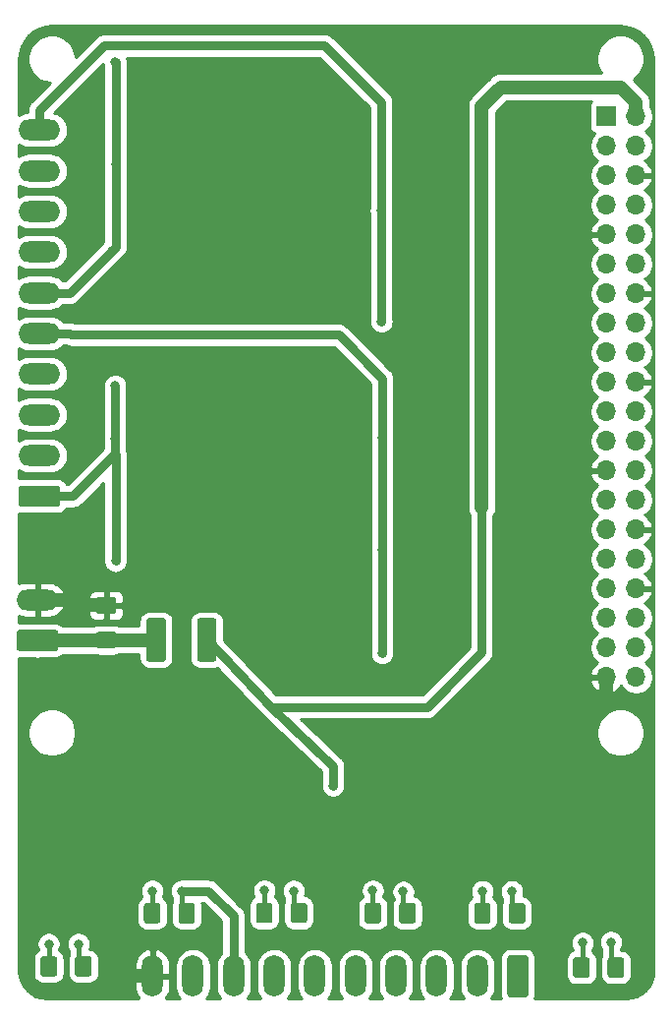
<source format=gbr>
G04 #@! TF.GenerationSoftware,KiCad,Pcbnew,5.1.5+dfsg1-2build2*
G04 #@! TF.CreationDate,2022-07-28T19:41:36+02:00*
G04 #@! TF.ProjectId,digital,64696769-7461-46c2-9e6b-696361645f70,rev?*
G04 #@! TF.SameCoordinates,Original*
G04 #@! TF.FileFunction,Copper,L2,Bot*
G04 #@! TF.FilePolarity,Positive*
%FSLAX46Y46*%
G04 Gerber Fmt 4.6, Leading zero omitted, Abs format (unit mm)*
G04 Created by KiCad (PCBNEW 5.1.5+dfsg1-2build2) date 2022-07-28 19:41:36*
%MOMM*%
%LPD*%
G04 APERTURE LIST*
%ADD10C,0.100000*%
%ADD11R,1.700000X1.700000*%
%ADD12O,1.700000X1.700000*%
%ADD13O,3.600000X1.800000*%
%ADD14O,1.800000X3.600000*%
%ADD15C,0.800000*%
%ADD16C,0.800000*%
%ADD17C,1.200000*%
%ADD18C,0.400000*%
%ADD19C,0.254000*%
G04 APERTURE END LIST*
G04 #@! TA.AperFunction,SMDPad,CuDef*
D10*
G36*
X122887004Y-122526204D02*
G01*
X122911273Y-122529804D01*
X122935071Y-122535765D01*
X122958171Y-122544030D01*
X122980349Y-122554520D01*
X123001393Y-122567133D01*
X123021098Y-122581747D01*
X123039277Y-122598223D01*
X123055753Y-122616402D01*
X123070367Y-122636107D01*
X123082980Y-122657151D01*
X123093470Y-122679329D01*
X123101735Y-122702429D01*
X123107696Y-122726227D01*
X123111296Y-122750496D01*
X123112500Y-122775000D01*
X123112500Y-124025000D01*
X123111296Y-124049504D01*
X123107696Y-124073773D01*
X123101735Y-124097571D01*
X123093470Y-124120671D01*
X123082980Y-124142849D01*
X123070367Y-124163893D01*
X123055753Y-124183598D01*
X123039277Y-124201777D01*
X123021098Y-124218253D01*
X123001393Y-124232867D01*
X122980349Y-124245480D01*
X122958171Y-124255970D01*
X122935071Y-124264235D01*
X122911273Y-124270196D01*
X122887004Y-124273796D01*
X122862500Y-124275000D01*
X121937500Y-124275000D01*
X121912996Y-124273796D01*
X121888727Y-124270196D01*
X121864929Y-124264235D01*
X121841829Y-124255970D01*
X121819651Y-124245480D01*
X121798607Y-124232867D01*
X121778902Y-124218253D01*
X121760723Y-124201777D01*
X121744247Y-124183598D01*
X121729633Y-124163893D01*
X121717020Y-124142849D01*
X121706530Y-124120671D01*
X121698265Y-124097571D01*
X121692304Y-124073773D01*
X121688704Y-124049504D01*
X121687500Y-124025000D01*
X121687500Y-122775000D01*
X121688704Y-122750496D01*
X121692304Y-122726227D01*
X121698265Y-122702429D01*
X121706530Y-122679329D01*
X121717020Y-122657151D01*
X121729633Y-122636107D01*
X121744247Y-122616402D01*
X121760723Y-122598223D01*
X121778902Y-122581747D01*
X121798607Y-122567133D01*
X121819651Y-122554520D01*
X121841829Y-122544030D01*
X121864929Y-122535765D01*
X121888727Y-122529804D01*
X121912996Y-122526204D01*
X121937500Y-122525000D01*
X122862500Y-122525000D01*
X122887004Y-122526204D01*
G37*
G04 #@! TD.AperFunction*
G04 #@! TA.AperFunction,SMDPad,CuDef*
G36*
X125862004Y-122526204D02*
G01*
X125886273Y-122529804D01*
X125910071Y-122535765D01*
X125933171Y-122544030D01*
X125955349Y-122554520D01*
X125976393Y-122567133D01*
X125996098Y-122581747D01*
X126014277Y-122598223D01*
X126030753Y-122616402D01*
X126045367Y-122636107D01*
X126057980Y-122657151D01*
X126068470Y-122679329D01*
X126076735Y-122702429D01*
X126082696Y-122726227D01*
X126086296Y-122750496D01*
X126087500Y-122775000D01*
X126087500Y-124025000D01*
X126086296Y-124049504D01*
X126082696Y-124073773D01*
X126076735Y-124097571D01*
X126068470Y-124120671D01*
X126057980Y-124142849D01*
X126045367Y-124163893D01*
X126030753Y-124183598D01*
X126014277Y-124201777D01*
X125996098Y-124218253D01*
X125976393Y-124232867D01*
X125955349Y-124245480D01*
X125933171Y-124255970D01*
X125910071Y-124264235D01*
X125886273Y-124270196D01*
X125862004Y-124273796D01*
X125837500Y-124275000D01*
X124912500Y-124275000D01*
X124887996Y-124273796D01*
X124863727Y-124270196D01*
X124839929Y-124264235D01*
X124816829Y-124255970D01*
X124794651Y-124245480D01*
X124773607Y-124232867D01*
X124753902Y-124218253D01*
X124735723Y-124201777D01*
X124719247Y-124183598D01*
X124704633Y-124163893D01*
X124692020Y-124142849D01*
X124681530Y-124120671D01*
X124673265Y-124097571D01*
X124667304Y-124073773D01*
X124663704Y-124049504D01*
X124662500Y-124025000D01*
X124662500Y-122775000D01*
X124663704Y-122750496D01*
X124667304Y-122726227D01*
X124673265Y-122702429D01*
X124681530Y-122679329D01*
X124692020Y-122657151D01*
X124704633Y-122636107D01*
X124719247Y-122616402D01*
X124735723Y-122598223D01*
X124753902Y-122581747D01*
X124773607Y-122567133D01*
X124794651Y-122554520D01*
X124816829Y-122544030D01*
X124839929Y-122535765D01*
X124863727Y-122529804D01*
X124887996Y-122526204D01*
X124912500Y-122525000D01*
X125837500Y-122525000D01*
X125862004Y-122526204D01*
G37*
G04 #@! TD.AperFunction*
D11*
X124575000Y-50150000D03*
D12*
X127115000Y-50150000D03*
X124575000Y-52690000D03*
X127115000Y-52690000D03*
X124575000Y-55230000D03*
X127115000Y-55230000D03*
X124575000Y-57770000D03*
X127115000Y-57770000D03*
X124575000Y-60310000D03*
X127115000Y-60310000D03*
X124575000Y-62850000D03*
X127115000Y-62850000D03*
X124575000Y-65390000D03*
X127115000Y-65390000D03*
X124575000Y-67930000D03*
X127115000Y-67930000D03*
X124575000Y-70470000D03*
X127115000Y-70470000D03*
X124575000Y-73010000D03*
X127115000Y-73010000D03*
X124575000Y-75550000D03*
X127115000Y-75550000D03*
X124575000Y-78090000D03*
X127115000Y-78090000D03*
X124575000Y-80630000D03*
X127115000Y-80630000D03*
X124575000Y-83170000D03*
X127115000Y-83170000D03*
X124575000Y-85710000D03*
X127115000Y-85710000D03*
X124575000Y-88250000D03*
X127115000Y-88250000D03*
X124575000Y-90790000D03*
X127115000Y-90790000D03*
X124575000Y-93330000D03*
X127115000Y-93330000D03*
X124575000Y-95870000D03*
X127115000Y-95870000D03*
X124575000Y-98410000D03*
X127115000Y-98410000D03*
G04 #@! TA.AperFunction,SMDPad,CuDef*
D10*
G36*
X82099504Y-94501204D02*
G01*
X82123773Y-94504804D01*
X82147571Y-94510765D01*
X82170671Y-94519030D01*
X82192849Y-94529520D01*
X82213893Y-94542133D01*
X82233598Y-94556747D01*
X82251777Y-94573223D01*
X82268253Y-94591402D01*
X82282867Y-94611107D01*
X82295480Y-94632151D01*
X82305970Y-94654329D01*
X82314235Y-94677429D01*
X82320196Y-94701227D01*
X82323796Y-94725496D01*
X82325000Y-94750000D01*
X82325000Y-95675000D01*
X82323796Y-95699504D01*
X82320196Y-95723773D01*
X82314235Y-95747571D01*
X82305970Y-95770671D01*
X82295480Y-95792849D01*
X82282867Y-95813893D01*
X82268253Y-95833598D01*
X82251777Y-95851777D01*
X82233598Y-95868253D01*
X82213893Y-95882867D01*
X82192849Y-95895480D01*
X82170671Y-95905970D01*
X82147571Y-95914235D01*
X82123773Y-95920196D01*
X82099504Y-95923796D01*
X82075000Y-95925000D01*
X80825000Y-95925000D01*
X80800496Y-95923796D01*
X80776227Y-95920196D01*
X80752429Y-95914235D01*
X80729329Y-95905970D01*
X80707151Y-95895480D01*
X80686107Y-95882867D01*
X80666402Y-95868253D01*
X80648223Y-95851777D01*
X80631747Y-95833598D01*
X80617133Y-95813893D01*
X80604520Y-95792849D01*
X80594030Y-95770671D01*
X80585765Y-95747571D01*
X80579804Y-95723773D01*
X80576204Y-95699504D01*
X80575000Y-95675000D01*
X80575000Y-94750000D01*
X80576204Y-94725496D01*
X80579804Y-94701227D01*
X80585765Y-94677429D01*
X80594030Y-94654329D01*
X80604520Y-94632151D01*
X80617133Y-94611107D01*
X80631747Y-94591402D01*
X80648223Y-94573223D01*
X80666402Y-94556747D01*
X80686107Y-94542133D01*
X80707151Y-94529520D01*
X80729329Y-94519030D01*
X80752429Y-94510765D01*
X80776227Y-94504804D01*
X80800496Y-94501204D01*
X80825000Y-94500000D01*
X82075000Y-94500000D01*
X82099504Y-94501204D01*
G37*
G04 #@! TD.AperFunction*
G04 #@! TA.AperFunction,SMDPad,CuDef*
G36*
X82099504Y-91526204D02*
G01*
X82123773Y-91529804D01*
X82147571Y-91535765D01*
X82170671Y-91544030D01*
X82192849Y-91554520D01*
X82213893Y-91567133D01*
X82233598Y-91581747D01*
X82251777Y-91598223D01*
X82268253Y-91616402D01*
X82282867Y-91636107D01*
X82295480Y-91657151D01*
X82305970Y-91679329D01*
X82314235Y-91702429D01*
X82320196Y-91726227D01*
X82323796Y-91750496D01*
X82325000Y-91775000D01*
X82325000Y-92700000D01*
X82323796Y-92724504D01*
X82320196Y-92748773D01*
X82314235Y-92772571D01*
X82305970Y-92795671D01*
X82295480Y-92817849D01*
X82282867Y-92838893D01*
X82268253Y-92858598D01*
X82251777Y-92876777D01*
X82233598Y-92893253D01*
X82213893Y-92907867D01*
X82192849Y-92920480D01*
X82170671Y-92930970D01*
X82147571Y-92939235D01*
X82123773Y-92945196D01*
X82099504Y-92948796D01*
X82075000Y-92950000D01*
X80825000Y-92950000D01*
X80800496Y-92948796D01*
X80776227Y-92945196D01*
X80752429Y-92939235D01*
X80729329Y-92930970D01*
X80707151Y-92920480D01*
X80686107Y-92907867D01*
X80666402Y-92893253D01*
X80648223Y-92876777D01*
X80631747Y-92858598D01*
X80617133Y-92838893D01*
X80604520Y-92817849D01*
X80594030Y-92795671D01*
X80585765Y-92772571D01*
X80579804Y-92748773D01*
X80576204Y-92724504D01*
X80575000Y-92700000D01*
X80575000Y-91775000D01*
X80576204Y-91750496D01*
X80579804Y-91726227D01*
X80585765Y-91702429D01*
X80594030Y-91679329D01*
X80604520Y-91657151D01*
X80617133Y-91636107D01*
X80631747Y-91616402D01*
X80648223Y-91598223D01*
X80666402Y-91581747D01*
X80686107Y-91567133D01*
X80707151Y-91554520D01*
X80729329Y-91544030D01*
X80752429Y-91535765D01*
X80776227Y-91529804D01*
X80800496Y-91526204D01*
X80825000Y-91525000D01*
X82075000Y-91525000D01*
X82099504Y-91526204D01*
G37*
G04 #@! TD.AperFunction*
G04 #@! TA.AperFunction,SMDPad,CuDef*
G36*
X90737004Y-93326204D02*
G01*
X90761273Y-93329804D01*
X90785071Y-93335765D01*
X90808171Y-93344030D01*
X90830349Y-93354520D01*
X90851393Y-93367133D01*
X90871098Y-93381747D01*
X90889277Y-93398223D01*
X90905753Y-93416402D01*
X90920367Y-93436107D01*
X90932980Y-93457151D01*
X90943470Y-93479329D01*
X90951735Y-93502429D01*
X90957696Y-93526227D01*
X90961296Y-93550496D01*
X90962500Y-93575000D01*
X90962500Y-96825000D01*
X90961296Y-96849504D01*
X90957696Y-96873773D01*
X90951735Y-96897571D01*
X90943470Y-96920671D01*
X90932980Y-96942849D01*
X90920367Y-96963893D01*
X90905753Y-96983598D01*
X90889277Y-97001777D01*
X90871098Y-97018253D01*
X90851393Y-97032867D01*
X90830349Y-97045480D01*
X90808171Y-97055970D01*
X90785071Y-97064235D01*
X90761273Y-97070196D01*
X90737004Y-97073796D01*
X90712500Y-97075000D01*
X89537500Y-97075000D01*
X89512996Y-97073796D01*
X89488727Y-97070196D01*
X89464929Y-97064235D01*
X89441829Y-97055970D01*
X89419651Y-97045480D01*
X89398607Y-97032867D01*
X89378902Y-97018253D01*
X89360723Y-97001777D01*
X89344247Y-96983598D01*
X89329633Y-96963893D01*
X89317020Y-96942849D01*
X89306530Y-96920671D01*
X89298265Y-96897571D01*
X89292304Y-96873773D01*
X89288704Y-96849504D01*
X89287500Y-96825000D01*
X89287500Y-93575000D01*
X89288704Y-93550496D01*
X89292304Y-93526227D01*
X89298265Y-93502429D01*
X89306530Y-93479329D01*
X89317020Y-93457151D01*
X89329633Y-93436107D01*
X89344247Y-93416402D01*
X89360723Y-93398223D01*
X89378902Y-93381747D01*
X89398607Y-93367133D01*
X89419651Y-93354520D01*
X89441829Y-93344030D01*
X89464929Y-93335765D01*
X89488727Y-93329804D01*
X89512996Y-93326204D01*
X89537500Y-93325000D01*
X90712500Y-93325000D01*
X90737004Y-93326204D01*
G37*
G04 #@! TD.AperFunction*
G04 #@! TA.AperFunction,SMDPad,CuDef*
G36*
X86362004Y-93326204D02*
G01*
X86386273Y-93329804D01*
X86410071Y-93335765D01*
X86433171Y-93344030D01*
X86455349Y-93354520D01*
X86476393Y-93367133D01*
X86496098Y-93381747D01*
X86514277Y-93398223D01*
X86530753Y-93416402D01*
X86545367Y-93436107D01*
X86557980Y-93457151D01*
X86568470Y-93479329D01*
X86576735Y-93502429D01*
X86582696Y-93526227D01*
X86586296Y-93550496D01*
X86587500Y-93575000D01*
X86587500Y-96825000D01*
X86586296Y-96849504D01*
X86582696Y-96873773D01*
X86576735Y-96897571D01*
X86568470Y-96920671D01*
X86557980Y-96942849D01*
X86545367Y-96963893D01*
X86530753Y-96983598D01*
X86514277Y-97001777D01*
X86496098Y-97018253D01*
X86476393Y-97032867D01*
X86455349Y-97045480D01*
X86433171Y-97055970D01*
X86410071Y-97064235D01*
X86386273Y-97070196D01*
X86362004Y-97073796D01*
X86337500Y-97075000D01*
X85162500Y-97075000D01*
X85137996Y-97073796D01*
X85113727Y-97070196D01*
X85089929Y-97064235D01*
X85066829Y-97055970D01*
X85044651Y-97045480D01*
X85023607Y-97032867D01*
X85003902Y-97018253D01*
X84985723Y-97001777D01*
X84969247Y-96983598D01*
X84954633Y-96963893D01*
X84942020Y-96942849D01*
X84931530Y-96920671D01*
X84923265Y-96897571D01*
X84917304Y-96873773D01*
X84913704Y-96849504D01*
X84912500Y-96825000D01*
X84912500Y-93575000D01*
X84913704Y-93550496D01*
X84917304Y-93526227D01*
X84923265Y-93502429D01*
X84931530Y-93479329D01*
X84942020Y-93457151D01*
X84954633Y-93436107D01*
X84969247Y-93416402D01*
X84985723Y-93398223D01*
X85003902Y-93381747D01*
X85023607Y-93367133D01*
X85044651Y-93354520D01*
X85066829Y-93344030D01*
X85089929Y-93335765D01*
X85113727Y-93329804D01*
X85137996Y-93326204D01*
X85162500Y-93325000D01*
X86337500Y-93325000D01*
X86362004Y-93326204D01*
G37*
G04 #@! TD.AperFunction*
D13*
X75700000Y-51325000D03*
X75700000Y-54825000D03*
X75700000Y-58325000D03*
X75700000Y-61825000D03*
X75700000Y-65325000D03*
X75700000Y-68825000D03*
X75700000Y-72325000D03*
X75700000Y-75825000D03*
X75700000Y-79325000D03*
G04 #@! TA.AperFunction,ComponentPad*
D10*
G36*
X77274504Y-81926204D02*
G01*
X77298773Y-81929804D01*
X77322571Y-81935765D01*
X77345671Y-81944030D01*
X77367849Y-81954520D01*
X77388893Y-81967133D01*
X77408598Y-81981747D01*
X77426777Y-81998223D01*
X77443253Y-82016402D01*
X77457867Y-82036107D01*
X77470480Y-82057151D01*
X77480970Y-82079329D01*
X77489235Y-82102429D01*
X77495196Y-82126227D01*
X77498796Y-82150496D01*
X77500000Y-82175000D01*
X77500000Y-83475000D01*
X77498796Y-83499504D01*
X77495196Y-83523773D01*
X77489235Y-83547571D01*
X77480970Y-83570671D01*
X77470480Y-83592849D01*
X77457867Y-83613893D01*
X77443253Y-83633598D01*
X77426777Y-83651777D01*
X77408598Y-83668253D01*
X77388893Y-83682867D01*
X77367849Y-83695480D01*
X77345671Y-83705970D01*
X77322571Y-83714235D01*
X77298773Y-83720196D01*
X77274504Y-83723796D01*
X77250000Y-83725000D01*
X74150000Y-83725000D01*
X74125496Y-83723796D01*
X74101227Y-83720196D01*
X74077429Y-83714235D01*
X74054329Y-83705970D01*
X74032151Y-83695480D01*
X74011107Y-83682867D01*
X73991402Y-83668253D01*
X73973223Y-83651777D01*
X73956747Y-83633598D01*
X73942133Y-83613893D01*
X73929520Y-83592849D01*
X73919030Y-83570671D01*
X73910765Y-83547571D01*
X73904804Y-83523773D01*
X73901204Y-83499504D01*
X73900000Y-83475000D01*
X73900000Y-82175000D01*
X73901204Y-82150496D01*
X73904804Y-82126227D01*
X73910765Y-82102429D01*
X73919030Y-82079329D01*
X73929520Y-82057151D01*
X73942133Y-82036107D01*
X73956747Y-82016402D01*
X73973223Y-81998223D01*
X73991402Y-81981747D01*
X74011107Y-81967133D01*
X74032151Y-81954520D01*
X74054329Y-81944030D01*
X74077429Y-81935765D01*
X74101227Y-81929804D01*
X74125496Y-81926204D01*
X74150000Y-81925000D01*
X77250000Y-81925000D01*
X77274504Y-81926204D01*
G37*
G04 #@! TD.AperFunction*
G04 #@! TA.AperFunction,ComponentPad*
G36*
X117599504Y-122351204D02*
G01*
X117623773Y-122354804D01*
X117647571Y-122360765D01*
X117670671Y-122369030D01*
X117692849Y-122379520D01*
X117713893Y-122392133D01*
X117733598Y-122406747D01*
X117751777Y-122423223D01*
X117768253Y-122441402D01*
X117782867Y-122461107D01*
X117795480Y-122482151D01*
X117805970Y-122504329D01*
X117814235Y-122527429D01*
X117820196Y-122551227D01*
X117823796Y-122575496D01*
X117825000Y-122600000D01*
X117825000Y-125700000D01*
X117823796Y-125724504D01*
X117820196Y-125748773D01*
X117814235Y-125772571D01*
X117805970Y-125795671D01*
X117795480Y-125817849D01*
X117782867Y-125838893D01*
X117768253Y-125858598D01*
X117751777Y-125876777D01*
X117733598Y-125893253D01*
X117713893Y-125907867D01*
X117692849Y-125920480D01*
X117670671Y-125930970D01*
X117647571Y-125939235D01*
X117623773Y-125945196D01*
X117599504Y-125948796D01*
X117575000Y-125950000D01*
X116275000Y-125950000D01*
X116250496Y-125948796D01*
X116226227Y-125945196D01*
X116202429Y-125939235D01*
X116179329Y-125930970D01*
X116157151Y-125920480D01*
X116136107Y-125907867D01*
X116116402Y-125893253D01*
X116098223Y-125876777D01*
X116081747Y-125858598D01*
X116067133Y-125838893D01*
X116054520Y-125817849D01*
X116044030Y-125795671D01*
X116035765Y-125772571D01*
X116029804Y-125748773D01*
X116026204Y-125724504D01*
X116025000Y-125700000D01*
X116025000Y-122600000D01*
X116026204Y-122575496D01*
X116029804Y-122551227D01*
X116035765Y-122527429D01*
X116044030Y-122504329D01*
X116054520Y-122482151D01*
X116067133Y-122461107D01*
X116081747Y-122441402D01*
X116098223Y-122423223D01*
X116116402Y-122406747D01*
X116136107Y-122392133D01*
X116157151Y-122379520D01*
X116179329Y-122369030D01*
X116202429Y-122360765D01*
X116226227Y-122354804D01*
X116250496Y-122351204D01*
X116275000Y-122350000D01*
X117575000Y-122350000D01*
X117599504Y-122351204D01*
G37*
G04 #@! TD.AperFunction*
D14*
X113425000Y-124150000D03*
X109925000Y-124150000D03*
X106425000Y-124150000D03*
X102925000Y-124150000D03*
X99425000Y-124150000D03*
X95925000Y-124150000D03*
X92425000Y-124150000D03*
X88925000Y-124150000D03*
X85425000Y-124150000D03*
G04 #@! TA.AperFunction,ComponentPad*
D10*
G36*
X77099504Y-94351204D02*
G01*
X77123773Y-94354804D01*
X77147571Y-94360765D01*
X77170671Y-94369030D01*
X77192849Y-94379520D01*
X77213893Y-94392133D01*
X77233598Y-94406747D01*
X77251777Y-94423223D01*
X77268253Y-94441402D01*
X77282867Y-94461107D01*
X77295480Y-94482151D01*
X77305970Y-94504329D01*
X77314235Y-94527429D01*
X77320196Y-94551227D01*
X77323796Y-94575496D01*
X77325000Y-94600000D01*
X77325000Y-95900000D01*
X77323796Y-95924504D01*
X77320196Y-95948773D01*
X77314235Y-95972571D01*
X77305970Y-95995671D01*
X77295480Y-96017849D01*
X77282867Y-96038893D01*
X77268253Y-96058598D01*
X77251777Y-96076777D01*
X77233598Y-96093253D01*
X77213893Y-96107867D01*
X77192849Y-96120480D01*
X77170671Y-96130970D01*
X77147571Y-96139235D01*
X77123773Y-96145196D01*
X77099504Y-96148796D01*
X77075000Y-96150000D01*
X73975000Y-96150000D01*
X73950496Y-96148796D01*
X73926227Y-96145196D01*
X73902429Y-96139235D01*
X73879329Y-96130970D01*
X73857151Y-96120480D01*
X73836107Y-96107867D01*
X73816402Y-96093253D01*
X73798223Y-96076777D01*
X73781747Y-96058598D01*
X73767133Y-96038893D01*
X73754520Y-96017849D01*
X73744030Y-95995671D01*
X73735765Y-95972571D01*
X73729804Y-95948773D01*
X73726204Y-95924504D01*
X73725000Y-95900000D01*
X73725000Y-94600000D01*
X73726204Y-94575496D01*
X73729804Y-94551227D01*
X73735765Y-94527429D01*
X73744030Y-94504329D01*
X73754520Y-94482151D01*
X73767133Y-94461107D01*
X73781747Y-94441402D01*
X73798223Y-94423223D01*
X73816402Y-94406747D01*
X73836107Y-94392133D01*
X73857151Y-94379520D01*
X73879329Y-94369030D01*
X73902429Y-94360765D01*
X73926227Y-94354804D01*
X73950496Y-94351204D01*
X73975000Y-94350000D01*
X77075000Y-94350000D01*
X77099504Y-94351204D01*
G37*
G04 #@! TD.AperFunction*
D13*
X75525000Y-91750000D03*
G04 #@! TA.AperFunction,SMDPad,CuDef*
D10*
G36*
X117337004Y-117851204D02*
G01*
X117361273Y-117854804D01*
X117385071Y-117860765D01*
X117408171Y-117869030D01*
X117430349Y-117879520D01*
X117451393Y-117892133D01*
X117471098Y-117906747D01*
X117489277Y-117923223D01*
X117505753Y-117941402D01*
X117520367Y-117961107D01*
X117532980Y-117982151D01*
X117543470Y-118004329D01*
X117551735Y-118027429D01*
X117557696Y-118051227D01*
X117561296Y-118075496D01*
X117562500Y-118100000D01*
X117562500Y-119350000D01*
X117561296Y-119374504D01*
X117557696Y-119398773D01*
X117551735Y-119422571D01*
X117543470Y-119445671D01*
X117532980Y-119467849D01*
X117520367Y-119488893D01*
X117505753Y-119508598D01*
X117489277Y-119526777D01*
X117471098Y-119543253D01*
X117451393Y-119557867D01*
X117430349Y-119570480D01*
X117408171Y-119580970D01*
X117385071Y-119589235D01*
X117361273Y-119595196D01*
X117337004Y-119598796D01*
X117312500Y-119600000D01*
X116387500Y-119600000D01*
X116362996Y-119598796D01*
X116338727Y-119595196D01*
X116314929Y-119589235D01*
X116291829Y-119580970D01*
X116269651Y-119570480D01*
X116248607Y-119557867D01*
X116228902Y-119543253D01*
X116210723Y-119526777D01*
X116194247Y-119508598D01*
X116179633Y-119488893D01*
X116167020Y-119467849D01*
X116156530Y-119445671D01*
X116148265Y-119422571D01*
X116142304Y-119398773D01*
X116138704Y-119374504D01*
X116137500Y-119350000D01*
X116137500Y-118100000D01*
X116138704Y-118075496D01*
X116142304Y-118051227D01*
X116148265Y-118027429D01*
X116156530Y-118004329D01*
X116167020Y-117982151D01*
X116179633Y-117961107D01*
X116194247Y-117941402D01*
X116210723Y-117923223D01*
X116228902Y-117906747D01*
X116248607Y-117892133D01*
X116269651Y-117879520D01*
X116291829Y-117869030D01*
X116314929Y-117860765D01*
X116338727Y-117854804D01*
X116362996Y-117851204D01*
X116387500Y-117850000D01*
X117312500Y-117850000D01*
X117337004Y-117851204D01*
G37*
G04 #@! TD.AperFunction*
G04 #@! TA.AperFunction,SMDPad,CuDef*
G36*
X114362004Y-117851204D02*
G01*
X114386273Y-117854804D01*
X114410071Y-117860765D01*
X114433171Y-117869030D01*
X114455349Y-117879520D01*
X114476393Y-117892133D01*
X114496098Y-117906747D01*
X114514277Y-117923223D01*
X114530753Y-117941402D01*
X114545367Y-117961107D01*
X114557980Y-117982151D01*
X114568470Y-118004329D01*
X114576735Y-118027429D01*
X114582696Y-118051227D01*
X114586296Y-118075496D01*
X114587500Y-118100000D01*
X114587500Y-119350000D01*
X114586296Y-119374504D01*
X114582696Y-119398773D01*
X114576735Y-119422571D01*
X114568470Y-119445671D01*
X114557980Y-119467849D01*
X114545367Y-119488893D01*
X114530753Y-119508598D01*
X114514277Y-119526777D01*
X114496098Y-119543253D01*
X114476393Y-119557867D01*
X114455349Y-119570480D01*
X114433171Y-119580970D01*
X114410071Y-119589235D01*
X114386273Y-119595196D01*
X114362004Y-119598796D01*
X114337500Y-119600000D01*
X113412500Y-119600000D01*
X113387996Y-119598796D01*
X113363727Y-119595196D01*
X113339929Y-119589235D01*
X113316829Y-119580970D01*
X113294651Y-119570480D01*
X113273607Y-119557867D01*
X113253902Y-119543253D01*
X113235723Y-119526777D01*
X113219247Y-119508598D01*
X113204633Y-119488893D01*
X113192020Y-119467849D01*
X113181530Y-119445671D01*
X113173265Y-119422571D01*
X113167304Y-119398773D01*
X113163704Y-119374504D01*
X113162500Y-119350000D01*
X113162500Y-118100000D01*
X113163704Y-118075496D01*
X113167304Y-118051227D01*
X113173265Y-118027429D01*
X113181530Y-118004329D01*
X113192020Y-117982151D01*
X113204633Y-117961107D01*
X113219247Y-117941402D01*
X113235723Y-117923223D01*
X113253902Y-117906747D01*
X113273607Y-117892133D01*
X113294651Y-117879520D01*
X113316829Y-117869030D01*
X113339929Y-117860765D01*
X113363727Y-117854804D01*
X113387996Y-117851204D01*
X113412500Y-117850000D01*
X114337500Y-117850000D01*
X114362004Y-117851204D01*
G37*
G04 #@! TD.AperFunction*
G04 #@! TA.AperFunction,SMDPad,CuDef*
G36*
X104912004Y-117851204D02*
G01*
X104936273Y-117854804D01*
X104960071Y-117860765D01*
X104983171Y-117869030D01*
X105005349Y-117879520D01*
X105026393Y-117892133D01*
X105046098Y-117906747D01*
X105064277Y-117923223D01*
X105080753Y-117941402D01*
X105095367Y-117961107D01*
X105107980Y-117982151D01*
X105118470Y-118004329D01*
X105126735Y-118027429D01*
X105132696Y-118051227D01*
X105136296Y-118075496D01*
X105137500Y-118100000D01*
X105137500Y-119350000D01*
X105136296Y-119374504D01*
X105132696Y-119398773D01*
X105126735Y-119422571D01*
X105118470Y-119445671D01*
X105107980Y-119467849D01*
X105095367Y-119488893D01*
X105080753Y-119508598D01*
X105064277Y-119526777D01*
X105046098Y-119543253D01*
X105026393Y-119557867D01*
X105005349Y-119570480D01*
X104983171Y-119580970D01*
X104960071Y-119589235D01*
X104936273Y-119595196D01*
X104912004Y-119598796D01*
X104887500Y-119600000D01*
X103962500Y-119600000D01*
X103937996Y-119598796D01*
X103913727Y-119595196D01*
X103889929Y-119589235D01*
X103866829Y-119580970D01*
X103844651Y-119570480D01*
X103823607Y-119557867D01*
X103803902Y-119543253D01*
X103785723Y-119526777D01*
X103769247Y-119508598D01*
X103754633Y-119488893D01*
X103742020Y-119467849D01*
X103731530Y-119445671D01*
X103723265Y-119422571D01*
X103717304Y-119398773D01*
X103713704Y-119374504D01*
X103712500Y-119350000D01*
X103712500Y-118100000D01*
X103713704Y-118075496D01*
X103717304Y-118051227D01*
X103723265Y-118027429D01*
X103731530Y-118004329D01*
X103742020Y-117982151D01*
X103754633Y-117961107D01*
X103769247Y-117941402D01*
X103785723Y-117923223D01*
X103803902Y-117906747D01*
X103823607Y-117892133D01*
X103844651Y-117879520D01*
X103866829Y-117869030D01*
X103889929Y-117860765D01*
X103913727Y-117854804D01*
X103937996Y-117851204D01*
X103962500Y-117850000D01*
X104887500Y-117850000D01*
X104912004Y-117851204D01*
G37*
G04 #@! TD.AperFunction*
G04 #@! TA.AperFunction,SMDPad,CuDef*
G36*
X107887004Y-117851204D02*
G01*
X107911273Y-117854804D01*
X107935071Y-117860765D01*
X107958171Y-117869030D01*
X107980349Y-117879520D01*
X108001393Y-117892133D01*
X108021098Y-117906747D01*
X108039277Y-117923223D01*
X108055753Y-117941402D01*
X108070367Y-117961107D01*
X108082980Y-117982151D01*
X108093470Y-118004329D01*
X108101735Y-118027429D01*
X108107696Y-118051227D01*
X108111296Y-118075496D01*
X108112500Y-118100000D01*
X108112500Y-119350000D01*
X108111296Y-119374504D01*
X108107696Y-119398773D01*
X108101735Y-119422571D01*
X108093470Y-119445671D01*
X108082980Y-119467849D01*
X108070367Y-119488893D01*
X108055753Y-119508598D01*
X108039277Y-119526777D01*
X108021098Y-119543253D01*
X108001393Y-119557867D01*
X107980349Y-119570480D01*
X107958171Y-119580970D01*
X107935071Y-119589235D01*
X107911273Y-119595196D01*
X107887004Y-119598796D01*
X107862500Y-119600000D01*
X106937500Y-119600000D01*
X106912996Y-119598796D01*
X106888727Y-119595196D01*
X106864929Y-119589235D01*
X106841829Y-119580970D01*
X106819651Y-119570480D01*
X106798607Y-119557867D01*
X106778902Y-119543253D01*
X106760723Y-119526777D01*
X106744247Y-119508598D01*
X106729633Y-119488893D01*
X106717020Y-119467849D01*
X106706530Y-119445671D01*
X106698265Y-119422571D01*
X106692304Y-119398773D01*
X106688704Y-119374504D01*
X106687500Y-119350000D01*
X106687500Y-118100000D01*
X106688704Y-118075496D01*
X106692304Y-118051227D01*
X106698265Y-118027429D01*
X106706530Y-118004329D01*
X106717020Y-117982151D01*
X106729633Y-117961107D01*
X106744247Y-117941402D01*
X106760723Y-117923223D01*
X106778902Y-117906747D01*
X106798607Y-117892133D01*
X106819651Y-117879520D01*
X106841829Y-117869030D01*
X106864929Y-117860765D01*
X106888727Y-117854804D01*
X106912996Y-117851204D01*
X106937500Y-117850000D01*
X107862500Y-117850000D01*
X107887004Y-117851204D01*
G37*
G04 #@! TD.AperFunction*
G04 #@! TA.AperFunction,SMDPad,CuDef*
G36*
X98537004Y-117826204D02*
G01*
X98561273Y-117829804D01*
X98585071Y-117835765D01*
X98608171Y-117844030D01*
X98630349Y-117854520D01*
X98651393Y-117867133D01*
X98671098Y-117881747D01*
X98689277Y-117898223D01*
X98705753Y-117916402D01*
X98720367Y-117936107D01*
X98732980Y-117957151D01*
X98743470Y-117979329D01*
X98751735Y-118002429D01*
X98757696Y-118026227D01*
X98761296Y-118050496D01*
X98762500Y-118075000D01*
X98762500Y-119325000D01*
X98761296Y-119349504D01*
X98757696Y-119373773D01*
X98751735Y-119397571D01*
X98743470Y-119420671D01*
X98732980Y-119442849D01*
X98720367Y-119463893D01*
X98705753Y-119483598D01*
X98689277Y-119501777D01*
X98671098Y-119518253D01*
X98651393Y-119532867D01*
X98630349Y-119545480D01*
X98608171Y-119555970D01*
X98585071Y-119564235D01*
X98561273Y-119570196D01*
X98537004Y-119573796D01*
X98512500Y-119575000D01*
X97587500Y-119575000D01*
X97562996Y-119573796D01*
X97538727Y-119570196D01*
X97514929Y-119564235D01*
X97491829Y-119555970D01*
X97469651Y-119545480D01*
X97448607Y-119532867D01*
X97428902Y-119518253D01*
X97410723Y-119501777D01*
X97394247Y-119483598D01*
X97379633Y-119463893D01*
X97367020Y-119442849D01*
X97356530Y-119420671D01*
X97348265Y-119397571D01*
X97342304Y-119373773D01*
X97338704Y-119349504D01*
X97337500Y-119325000D01*
X97337500Y-118075000D01*
X97338704Y-118050496D01*
X97342304Y-118026227D01*
X97348265Y-118002429D01*
X97356530Y-117979329D01*
X97367020Y-117957151D01*
X97379633Y-117936107D01*
X97394247Y-117916402D01*
X97410723Y-117898223D01*
X97428902Y-117881747D01*
X97448607Y-117867133D01*
X97469651Y-117854520D01*
X97491829Y-117844030D01*
X97514929Y-117835765D01*
X97538727Y-117829804D01*
X97562996Y-117826204D01*
X97587500Y-117825000D01*
X98512500Y-117825000D01*
X98537004Y-117826204D01*
G37*
G04 #@! TD.AperFunction*
G04 #@! TA.AperFunction,SMDPad,CuDef*
G36*
X95562004Y-117826204D02*
G01*
X95586273Y-117829804D01*
X95610071Y-117835765D01*
X95633171Y-117844030D01*
X95655349Y-117854520D01*
X95676393Y-117867133D01*
X95696098Y-117881747D01*
X95714277Y-117898223D01*
X95730753Y-117916402D01*
X95745367Y-117936107D01*
X95757980Y-117957151D01*
X95768470Y-117979329D01*
X95776735Y-118002429D01*
X95782696Y-118026227D01*
X95786296Y-118050496D01*
X95787500Y-118075000D01*
X95787500Y-119325000D01*
X95786296Y-119349504D01*
X95782696Y-119373773D01*
X95776735Y-119397571D01*
X95768470Y-119420671D01*
X95757980Y-119442849D01*
X95745367Y-119463893D01*
X95730753Y-119483598D01*
X95714277Y-119501777D01*
X95696098Y-119518253D01*
X95676393Y-119532867D01*
X95655349Y-119545480D01*
X95633171Y-119555970D01*
X95610071Y-119564235D01*
X95586273Y-119570196D01*
X95562004Y-119573796D01*
X95537500Y-119575000D01*
X94612500Y-119575000D01*
X94587996Y-119573796D01*
X94563727Y-119570196D01*
X94539929Y-119564235D01*
X94516829Y-119555970D01*
X94494651Y-119545480D01*
X94473607Y-119532867D01*
X94453902Y-119518253D01*
X94435723Y-119501777D01*
X94419247Y-119483598D01*
X94404633Y-119463893D01*
X94392020Y-119442849D01*
X94381530Y-119420671D01*
X94373265Y-119397571D01*
X94367304Y-119373773D01*
X94363704Y-119349504D01*
X94362500Y-119325000D01*
X94362500Y-118075000D01*
X94363704Y-118050496D01*
X94367304Y-118026227D01*
X94373265Y-118002429D01*
X94381530Y-117979329D01*
X94392020Y-117957151D01*
X94404633Y-117936107D01*
X94419247Y-117916402D01*
X94435723Y-117898223D01*
X94453902Y-117881747D01*
X94473607Y-117867133D01*
X94494651Y-117854520D01*
X94516829Y-117844030D01*
X94539929Y-117835765D01*
X94563727Y-117829804D01*
X94587996Y-117826204D01*
X94612500Y-117825000D01*
X95537500Y-117825000D01*
X95562004Y-117826204D01*
G37*
G04 #@! TD.AperFunction*
G04 #@! TA.AperFunction,SMDPad,CuDef*
G36*
X85899504Y-117851204D02*
G01*
X85923773Y-117854804D01*
X85947571Y-117860765D01*
X85970671Y-117869030D01*
X85992849Y-117879520D01*
X86013893Y-117892133D01*
X86033598Y-117906747D01*
X86051777Y-117923223D01*
X86068253Y-117941402D01*
X86082867Y-117961107D01*
X86095480Y-117982151D01*
X86105970Y-118004329D01*
X86114235Y-118027429D01*
X86120196Y-118051227D01*
X86123796Y-118075496D01*
X86125000Y-118100000D01*
X86125000Y-119350000D01*
X86123796Y-119374504D01*
X86120196Y-119398773D01*
X86114235Y-119422571D01*
X86105970Y-119445671D01*
X86095480Y-119467849D01*
X86082867Y-119488893D01*
X86068253Y-119508598D01*
X86051777Y-119526777D01*
X86033598Y-119543253D01*
X86013893Y-119557867D01*
X85992849Y-119570480D01*
X85970671Y-119580970D01*
X85947571Y-119589235D01*
X85923773Y-119595196D01*
X85899504Y-119598796D01*
X85875000Y-119600000D01*
X84950000Y-119600000D01*
X84925496Y-119598796D01*
X84901227Y-119595196D01*
X84877429Y-119589235D01*
X84854329Y-119580970D01*
X84832151Y-119570480D01*
X84811107Y-119557867D01*
X84791402Y-119543253D01*
X84773223Y-119526777D01*
X84756747Y-119508598D01*
X84742133Y-119488893D01*
X84729520Y-119467849D01*
X84719030Y-119445671D01*
X84710765Y-119422571D01*
X84704804Y-119398773D01*
X84701204Y-119374504D01*
X84700000Y-119350000D01*
X84700000Y-118100000D01*
X84701204Y-118075496D01*
X84704804Y-118051227D01*
X84710765Y-118027429D01*
X84719030Y-118004329D01*
X84729520Y-117982151D01*
X84742133Y-117961107D01*
X84756747Y-117941402D01*
X84773223Y-117923223D01*
X84791402Y-117906747D01*
X84811107Y-117892133D01*
X84832151Y-117879520D01*
X84854329Y-117869030D01*
X84877429Y-117860765D01*
X84901227Y-117854804D01*
X84925496Y-117851204D01*
X84950000Y-117850000D01*
X85875000Y-117850000D01*
X85899504Y-117851204D01*
G37*
G04 #@! TD.AperFunction*
G04 #@! TA.AperFunction,SMDPad,CuDef*
G36*
X88874504Y-117851204D02*
G01*
X88898773Y-117854804D01*
X88922571Y-117860765D01*
X88945671Y-117869030D01*
X88967849Y-117879520D01*
X88988893Y-117892133D01*
X89008598Y-117906747D01*
X89026777Y-117923223D01*
X89043253Y-117941402D01*
X89057867Y-117961107D01*
X89070480Y-117982151D01*
X89080970Y-118004329D01*
X89089235Y-118027429D01*
X89095196Y-118051227D01*
X89098796Y-118075496D01*
X89100000Y-118100000D01*
X89100000Y-119350000D01*
X89098796Y-119374504D01*
X89095196Y-119398773D01*
X89089235Y-119422571D01*
X89080970Y-119445671D01*
X89070480Y-119467849D01*
X89057867Y-119488893D01*
X89043253Y-119508598D01*
X89026777Y-119526777D01*
X89008598Y-119543253D01*
X88988893Y-119557867D01*
X88967849Y-119570480D01*
X88945671Y-119580970D01*
X88922571Y-119589235D01*
X88898773Y-119595196D01*
X88874504Y-119598796D01*
X88850000Y-119600000D01*
X87925000Y-119600000D01*
X87900496Y-119598796D01*
X87876227Y-119595196D01*
X87852429Y-119589235D01*
X87829329Y-119580970D01*
X87807151Y-119570480D01*
X87786107Y-119557867D01*
X87766402Y-119543253D01*
X87748223Y-119526777D01*
X87731747Y-119508598D01*
X87717133Y-119488893D01*
X87704520Y-119467849D01*
X87694030Y-119445671D01*
X87685765Y-119422571D01*
X87679804Y-119398773D01*
X87676204Y-119374504D01*
X87675000Y-119350000D01*
X87675000Y-118100000D01*
X87676204Y-118075496D01*
X87679804Y-118051227D01*
X87685765Y-118027429D01*
X87694030Y-118004329D01*
X87704520Y-117982151D01*
X87717133Y-117961107D01*
X87731747Y-117941402D01*
X87748223Y-117923223D01*
X87766402Y-117906747D01*
X87786107Y-117892133D01*
X87807151Y-117879520D01*
X87829329Y-117869030D01*
X87852429Y-117860765D01*
X87876227Y-117854804D01*
X87900496Y-117851204D01*
X87925000Y-117850000D01*
X88850000Y-117850000D01*
X88874504Y-117851204D01*
G37*
G04 #@! TD.AperFunction*
G04 #@! TA.AperFunction,SMDPad,CuDef*
G36*
X79962004Y-122426204D02*
G01*
X79986273Y-122429804D01*
X80010071Y-122435765D01*
X80033171Y-122444030D01*
X80055349Y-122454520D01*
X80076393Y-122467133D01*
X80096098Y-122481747D01*
X80114277Y-122498223D01*
X80130753Y-122516402D01*
X80145367Y-122536107D01*
X80157980Y-122557151D01*
X80168470Y-122579329D01*
X80176735Y-122602429D01*
X80182696Y-122626227D01*
X80186296Y-122650496D01*
X80187500Y-122675000D01*
X80187500Y-123925000D01*
X80186296Y-123949504D01*
X80182696Y-123973773D01*
X80176735Y-123997571D01*
X80168470Y-124020671D01*
X80157980Y-124042849D01*
X80145367Y-124063893D01*
X80130753Y-124083598D01*
X80114277Y-124101777D01*
X80096098Y-124118253D01*
X80076393Y-124132867D01*
X80055349Y-124145480D01*
X80033171Y-124155970D01*
X80010071Y-124164235D01*
X79986273Y-124170196D01*
X79962004Y-124173796D01*
X79937500Y-124175000D01*
X79012500Y-124175000D01*
X78987996Y-124173796D01*
X78963727Y-124170196D01*
X78939929Y-124164235D01*
X78916829Y-124155970D01*
X78894651Y-124145480D01*
X78873607Y-124132867D01*
X78853902Y-124118253D01*
X78835723Y-124101777D01*
X78819247Y-124083598D01*
X78804633Y-124063893D01*
X78792020Y-124042849D01*
X78781530Y-124020671D01*
X78773265Y-123997571D01*
X78767304Y-123973773D01*
X78763704Y-123949504D01*
X78762500Y-123925000D01*
X78762500Y-122675000D01*
X78763704Y-122650496D01*
X78767304Y-122626227D01*
X78773265Y-122602429D01*
X78781530Y-122579329D01*
X78792020Y-122557151D01*
X78804633Y-122536107D01*
X78819247Y-122516402D01*
X78835723Y-122498223D01*
X78853902Y-122481747D01*
X78873607Y-122467133D01*
X78894651Y-122454520D01*
X78916829Y-122444030D01*
X78939929Y-122435765D01*
X78963727Y-122429804D01*
X78987996Y-122426204D01*
X79012500Y-122425000D01*
X79937500Y-122425000D01*
X79962004Y-122426204D01*
G37*
G04 #@! TD.AperFunction*
G04 #@! TA.AperFunction,SMDPad,CuDef*
G36*
X76987004Y-122426204D02*
G01*
X77011273Y-122429804D01*
X77035071Y-122435765D01*
X77058171Y-122444030D01*
X77080349Y-122454520D01*
X77101393Y-122467133D01*
X77121098Y-122481747D01*
X77139277Y-122498223D01*
X77155753Y-122516402D01*
X77170367Y-122536107D01*
X77182980Y-122557151D01*
X77193470Y-122579329D01*
X77201735Y-122602429D01*
X77207696Y-122626227D01*
X77211296Y-122650496D01*
X77212500Y-122675000D01*
X77212500Y-123925000D01*
X77211296Y-123949504D01*
X77207696Y-123973773D01*
X77201735Y-123997571D01*
X77193470Y-124020671D01*
X77182980Y-124042849D01*
X77170367Y-124063893D01*
X77155753Y-124083598D01*
X77139277Y-124101777D01*
X77121098Y-124118253D01*
X77101393Y-124132867D01*
X77080349Y-124145480D01*
X77058171Y-124155970D01*
X77035071Y-124164235D01*
X77011273Y-124170196D01*
X76987004Y-124173796D01*
X76962500Y-124175000D01*
X76037500Y-124175000D01*
X76012996Y-124173796D01*
X75988727Y-124170196D01*
X75964929Y-124164235D01*
X75941829Y-124155970D01*
X75919651Y-124145480D01*
X75898607Y-124132867D01*
X75878902Y-124118253D01*
X75860723Y-124101777D01*
X75844247Y-124083598D01*
X75829633Y-124063893D01*
X75817020Y-124042849D01*
X75806530Y-124020671D01*
X75798265Y-123997571D01*
X75792304Y-123973773D01*
X75788704Y-123949504D01*
X75787500Y-123925000D01*
X75787500Y-122675000D01*
X75788704Y-122650496D01*
X75792304Y-122626227D01*
X75798265Y-122602429D01*
X75806530Y-122579329D01*
X75817020Y-122557151D01*
X75829633Y-122536107D01*
X75844247Y-122516402D01*
X75860723Y-122498223D01*
X75878902Y-122481747D01*
X75898607Y-122467133D01*
X75919651Y-122454520D01*
X75941829Y-122444030D01*
X75964929Y-122435765D01*
X75988727Y-122429804D01*
X76012996Y-122426204D01*
X76037500Y-122425000D01*
X76962500Y-122425000D01*
X76987004Y-122426204D01*
G37*
G04 #@! TD.AperFunction*
D15*
X82200000Y-45450000D03*
X82250000Y-54300000D03*
X81925000Y-61700000D03*
X82225000Y-73325000D03*
X82225000Y-77875000D03*
X82250000Y-88425000D03*
X101000000Y-107750000D03*
X111450000Y-103025000D03*
X109550000Y-103025000D03*
X101925000Y-103025000D03*
X100350000Y-103025000D03*
X82000000Y-107100000D03*
X82025000Y-104875000D03*
X91625000Y-102725000D03*
X91625000Y-105875000D03*
X90520000Y-110940000D03*
X92130000Y-110930000D03*
X92120000Y-114700000D03*
X77600000Y-116220000D03*
X83440000Y-118580000D03*
X110300000Y-114840000D03*
X119440000Y-117960000D03*
X79430000Y-49670000D03*
X121410000Y-74290000D03*
X105150000Y-48925000D03*
X105150000Y-67775000D03*
X105125000Y-58225000D03*
X105225000Y-96350000D03*
X105225000Y-87425000D03*
X105225000Y-77775000D03*
X97600000Y-116800000D03*
X87975000Y-116800000D03*
X79050000Y-121375000D03*
X124950000Y-121200000D03*
X116425000Y-116850000D03*
X107050000Y-116875000D03*
X122500000Y-121275000D03*
X113875000Y-116825000D03*
X104425000Y-116775000D03*
X95075000Y-116775000D03*
X85425000Y-116800000D03*
X76500000Y-121375000D03*
D16*
X75700000Y-65325000D02*
X78300000Y-65325000D01*
X82250000Y-45500000D02*
X82200000Y-45450000D01*
X82250000Y-54300000D02*
X82250000Y-45500000D01*
X82250000Y-61375000D02*
X82250000Y-54300000D01*
X81925000Y-61700000D02*
X82250000Y-61375000D01*
X78300000Y-65325000D02*
X81925000Y-61700000D01*
X75700000Y-82825000D02*
X77125000Y-82825000D01*
X77125000Y-82825000D02*
X77075000Y-82825000D01*
X75700000Y-82825000D02*
X78250000Y-82825000D01*
X78250000Y-82825000D02*
X78600000Y-82825000D01*
X78600000Y-82825000D02*
X82225000Y-79200000D01*
X82225000Y-77875000D02*
X82225000Y-73325000D01*
X82225000Y-79200000D02*
X82225000Y-77875000D01*
X82250000Y-79225000D02*
X82225000Y-79200000D01*
X82250000Y-88425000D02*
X82250000Y-79225000D01*
D17*
X113800000Y-49275000D02*
X113800000Y-83825000D01*
X115450000Y-47625000D02*
X113800000Y-49275000D01*
X127115000Y-48947919D02*
X125792081Y-47625000D01*
X125792081Y-47625000D02*
X115450000Y-47625000D01*
X127115000Y-50150000D02*
X127115000Y-48947919D01*
D16*
X101000000Y-106075000D02*
X101000000Y-107750000D01*
X113800000Y-83825000D02*
X113800000Y-96300000D01*
X113800000Y-96300000D02*
X109125000Y-100975000D01*
X109125000Y-100975000D02*
X95650000Y-100975000D01*
X95650000Y-100975000D02*
X101000000Y-106075000D01*
X90125000Y-95200000D02*
X95650000Y-100975000D01*
D17*
X81450000Y-92237500D02*
X78787500Y-92237500D01*
X78525000Y-91750000D02*
X75525000Y-91750000D01*
X78787500Y-92012500D02*
X78525000Y-91750000D01*
X78787500Y-92237500D02*
X78787500Y-92012500D01*
X124575000Y-99612081D02*
X121162081Y-103025000D01*
X124575000Y-98410000D02*
X124575000Y-99612081D01*
X121162081Y-103025000D02*
X111450000Y-103025000D01*
X109550000Y-103025000D02*
X101925000Y-103025000D01*
X83325000Y-124150000D02*
X82000000Y-122825000D01*
X85425000Y-124150000D02*
X83325000Y-124150000D01*
X82025000Y-104875000D02*
X89400000Y-104875000D01*
X91550000Y-102725000D02*
X91625000Y-102725000D01*
X89400000Y-104875000D02*
X91550000Y-102725000D01*
D16*
X90500000Y-110960000D02*
X90520000Y-110940000D01*
X82000000Y-110960000D02*
X90500000Y-110960000D01*
D17*
X82000000Y-110960000D02*
X82000000Y-107100000D01*
D16*
X92130000Y-111495685D02*
X92120000Y-111505685D01*
X92130000Y-110930000D02*
X92130000Y-111495685D01*
X92120000Y-111505685D02*
X92120000Y-114700000D01*
X82000000Y-116220000D02*
X77600000Y-116220000D01*
D17*
X82000000Y-116220000D02*
X82000000Y-110960000D01*
D16*
X82000000Y-118580000D02*
X83440000Y-118580000D01*
D17*
X82000000Y-122825000D02*
X82000000Y-118580000D01*
X82000000Y-118580000D02*
X82000000Y-116220000D01*
D16*
X92130000Y-110930000D02*
X109730000Y-110930000D01*
X110300000Y-111500000D02*
X110300000Y-114840000D01*
X109730000Y-110930000D02*
X110300000Y-111500000D01*
X109730000Y-110930000D02*
X117770000Y-110930000D01*
X119440000Y-112600000D02*
X119440000Y-117960000D01*
X117770000Y-110930000D02*
X119440000Y-112600000D01*
D17*
X81412500Y-95250000D02*
X81450000Y-95212500D01*
X75525000Y-95250000D02*
X81412500Y-95250000D01*
X85737500Y-95212500D02*
X85750000Y-95200000D01*
X81450000Y-95212500D02*
X85737500Y-95212500D01*
X75525000Y-95250000D02*
X75525000Y-95575000D01*
D16*
X75700000Y-49625000D02*
X81275000Y-44050000D01*
X75700000Y-51325000D02*
X75700000Y-49625000D01*
X100275000Y-44050000D02*
X105150000Y-48925000D01*
X81275000Y-44050000D02*
X100275000Y-44050000D01*
X105150000Y-67775000D02*
X105175000Y-67800000D01*
X105150000Y-58250000D02*
X105125000Y-58225000D01*
X105150000Y-48925000D02*
X105150000Y-58250000D01*
X105150000Y-58250000D02*
X105150000Y-67775000D01*
X78300000Y-68825000D02*
X78425000Y-68950000D01*
X75700000Y-68825000D02*
X78300000Y-68825000D01*
X78425000Y-68950000D02*
X101250000Y-68950000D01*
X101250000Y-68950000D02*
X101475000Y-68950000D01*
X101475000Y-68950000D02*
X105225000Y-72700000D01*
X105225000Y-87425000D02*
X105225000Y-96350000D01*
X105225000Y-77775000D02*
X105225000Y-87425000D01*
X105225000Y-72700000D02*
X105225000Y-77775000D01*
D18*
X97600000Y-118250000D02*
X98050000Y-118700000D01*
X97600000Y-116800000D02*
X97600000Y-118250000D01*
X87975000Y-118312500D02*
X88387500Y-118725000D01*
X87975000Y-116800000D02*
X87975000Y-118312500D01*
X79050000Y-122875000D02*
X79475000Y-123300000D01*
X79050000Y-121375000D02*
X79050000Y-122875000D01*
D16*
X88500000Y-118725000D02*
X88387500Y-118725000D01*
X90250000Y-116800000D02*
X87975000Y-116800000D01*
X92425000Y-118975000D02*
X90250000Y-116800000D01*
X92425000Y-124150000D02*
X92425000Y-118975000D01*
D18*
X124975000Y-123000000D02*
X125375000Y-123400000D01*
X124950000Y-122975000D02*
X125375000Y-123400000D01*
X124950000Y-121200000D02*
X124950000Y-122975000D01*
X116425000Y-118300000D02*
X116850000Y-118725000D01*
X116425000Y-116850000D02*
X116425000Y-118300000D01*
X107050000Y-118375000D02*
X107400000Y-118725000D01*
X107050000Y-116875000D02*
X107050000Y-118375000D01*
X122425000Y-123375000D02*
X122400000Y-123400000D01*
X122500000Y-123300000D02*
X122400000Y-123400000D01*
X122500000Y-121275000D02*
X122500000Y-123300000D01*
X113875000Y-116825000D02*
X113875000Y-118725000D01*
X104425000Y-116775000D02*
X104425000Y-118725000D01*
X95075000Y-116775000D02*
X95075000Y-118700000D01*
X85425000Y-118712500D02*
X85412500Y-118725000D01*
X85425000Y-116800000D02*
X85425000Y-118712500D01*
X76500000Y-121375000D02*
X76500000Y-123300000D01*
D19*
G36*
X125667981Y-42359983D02*
G01*
X126265992Y-42410067D01*
X126802927Y-42563902D01*
X127299748Y-42819095D01*
X127737541Y-43165928D01*
X128099633Y-43591194D01*
X128372227Y-44078690D01*
X128544938Y-44609843D01*
X128614626Y-45193165D01*
X128615000Y-45228495D01*
X128615001Y-123667711D01*
X128567330Y-124153894D01*
X128435512Y-124590497D01*
X128221399Y-124993186D01*
X127933150Y-125346613D01*
X127581739Y-125637327D01*
X127180564Y-125854240D01*
X126744886Y-125989106D01*
X126260664Y-126040000D01*
X118395392Y-126040000D01*
X118395472Y-126039850D01*
X118446008Y-125873254D01*
X118463072Y-125700000D01*
X118463072Y-122775000D01*
X121049428Y-122775000D01*
X121049428Y-124025000D01*
X121066492Y-124198254D01*
X121117028Y-124364850D01*
X121199095Y-124518386D01*
X121309538Y-124652962D01*
X121444114Y-124763405D01*
X121597650Y-124845472D01*
X121764246Y-124896008D01*
X121937500Y-124913072D01*
X122862500Y-124913072D01*
X123035754Y-124896008D01*
X123202350Y-124845472D01*
X123355886Y-124763405D01*
X123490462Y-124652962D01*
X123600905Y-124518386D01*
X123682972Y-124364850D01*
X123733508Y-124198254D01*
X123750572Y-124025000D01*
X123750572Y-122775000D01*
X123733508Y-122601746D01*
X123682972Y-122435150D01*
X123600905Y-122281614D01*
X123490462Y-122147038D01*
X123355886Y-122036595D01*
X123335000Y-122025431D01*
X123335000Y-121888285D01*
X123417205Y-121765256D01*
X123495226Y-121576898D01*
X123535000Y-121376939D01*
X123535000Y-121173061D01*
X123520082Y-121098061D01*
X123915000Y-121098061D01*
X123915000Y-121301939D01*
X123954774Y-121501898D01*
X124032795Y-121690256D01*
X124115000Y-121813285D01*
X124115001Y-122392171D01*
X124092028Y-122435150D01*
X124041492Y-122601746D01*
X124024428Y-122775000D01*
X124024428Y-124025000D01*
X124041492Y-124198254D01*
X124092028Y-124364850D01*
X124174095Y-124518386D01*
X124284538Y-124652962D01*
X124419114Y-124763405D01*
X124572650Y-124845472D01*
X124739246Y-124896008D01*
X124912500Y-124913072D01*
X125837500Y-124913072D01*
X126010754Y-124896008D01*
X126177350Y-124845472D01*
X126330886Y-124763405D01*
X126465462Y-124652962D01*
X126575905Y-124518386D01*
X126657972Y-124364850D01*
X126708508Y-124198254D01*
X126725572Y-124025000D01*
X126725572Y-122775000D01*
X126708508Y-122601746D01*
X126657972Y-122435150D01*
X126575905Y-122281614D01*
X126465462Y-122147038D01*
X126330886Y-122036595D01*
X126177350Y-121954528D01*
X126010754Y-121903992D01*
X125837500Y-121886928D01*
X125785000Y-121886928D01*
X125785000Y-121813285D01*
X125867205Y-121690256D01*
X125945226Y-121501898D01*
X125985000Y-121301939D01*
X125985000Y-121098061D01*
X125945226Y-120898102D01*
X125867205Y-120709744D01*
X125753937Y-120540226D01*
X125609774Y-120396063D01*
X125440256Y-120282795D01*
X125251898Y-120204774D01*
X125051939Y-120165000D01*
X124848061Y-120165000D01*
X124648102Y-120204774D01*
X124459744Y-120282795D01*
X124290226Y-120396063D01*
X124146063Y-120540226D01*
X124032795Y-120709744D01*
X123954774Y-120898102D01*
X123915000Y-121098061D01*
X123520082Y-121098061D01*
X123495226Y-120973102D01*
X123417205Y-120784744D01*
X123303937Y-120615226D01*
X123159774Y-120471063D01*
X122990256Y-120357795D01*
X122801898Y-120279774D01*
X122601939Y-120240000D01*
X122398061Y-120240000D01*
X122198102Y-120279774D01*
X122009744Y-120357795D01*
X121840226Y-120471063D01*
X121696063Y-120615226D01*
X121582795Y-120784744D01*
X121504774Y-120973102D01*
X121465000Y-121173061D01*
X121465000Y-121376939D01*
X121504774Y-121576898D01*
X121582795Y-121765256D01*
X121665000Y-121888285D01*
X121665000Y-121934098D01*
X121597650Y-121954528D01*
X121444114Y-122036595D01*
X121309538Y-122147038D01*
X121199095Y-122281614D01*
X121117028Y-122435150D01*
X121066492Y-122601746D01*
X121049428Y-122775000D01*
X118463072Y-122775000D01*
X118463072Y-122600000D01*
X118446008Y-122426746D01*
X118395472Y-122260150D01*
X118313405Y-122106614D01*
X118202962Y-121972038D01*
X118068386Y-121861595D01*
X117914850Y-121779528D01*
X117748254Y-121728992D01*
X117575000Y-121711928D01*
X116275000Y-121711928D01*
X116101746Y-121728992D01*
X115935150Y-121779528D01*
X115781614Y-121861595D01*
X115647038Y-121972038D01*
X115536595Y-122106614D01*
X115454528Y-122260150D01*
X115403992Y-122426746D01*
X115386928Y-122600000D01*
X115386928Y-125700000D01*
X115403992Y-125873254D01*
X115454528Y-126039850D01*
X115454608Y-126040000D01*
X114598271Y-126040000D01*
X114707481Y-125906927D01*
X114850017Y-125640261D01*
X114937790Y-125350913D01*
X114960000Y-125125408D01*
X114960000Y-123174592D01*
X114937790Y-122949087D01*
X114850017Y-122659739D01*
X114707481Y-122393073D01*
X114515661Y-122159339D01*
X114281927Y-121967519D01*
X114015261Y-121824983D01*
X113725913Y-121737210D01*
X113425000Y-121707573D01*
X113124088Y-121737210D01*
X112834740Y-121824983D01*
X112568074Y-121967519D01*
X112334340Y-122159339D01*
X112142520Y-122393073D01*
X111999984Y-122659739D01*
X111912211Y-122949087D01*
X111890000Y-123174592D01*
X111890000Y-125125407D01*
X111912210Y-125350912D01*
X111999983Y-125640260D01*
X112142519Y-125906926D01*
X112251729Y-126040000D01*
X111098271Y-126040000D01*
X111207481Y-125906927D01*
X111350017Y-125640261D01*
X111437790Y-125350913D01*
X111460000Y-125125408D01*
X111460000Y-123174592D01*
X111437790Y-122949087D01*
X111350017Y-122659739D01*
X111207481Y-122393073D01*
X111015661Y-122159339D01*
X110781927Y-121967519D01*
X110515261Y-121824983D01*
X110225913Y-121737210D01*
X109925000Y-121707573D01*
X109624088Y-121737210D01*
X109334740Y-121824983D01*
X109068074Y-121967519D01*
X108834340Y-122159339D01*
X108642520Y-122393073D01*
X108499984Y-122659739D01*
X108412211Y-122949087D01*
X108390000Y-123174592D01*
X108390000Y-125125407D01*
X108412210Y-125350912D01*
X108499983Y-125640260D01*
X108642519Y-125906926D01*
X108751729Y-126040000D01*
X107598271Y-126040000D01*
X107707481Y-125906927D01*
X107850017Y-125640261D01*
X107937790Y-125350913D01*
X107960000Y-125125408D01*
X107960000Y-123174592D01*
X107937790Y-122949087D01*
X107850017Y-122659739D01*
X107707481Y-122393073D01*
X107515661Y-122159339D01*
X107281927Y-121967519D01*
X107015261Y-121824983D01*
X106725913Y-121737210D01*
X106425000Y-121707573D01*
X106124088Y-121737210D01*
X105834740Y-121824983D01*
X105568074Y-121967519D01*
X105334340Y-122159339D01*
X105142520Y-122393073D01*
X104999984Y-122659739D01*
X104912211Y-122949087D01*
X104890000Y-123174592D01*
X104890000Y-125125407D01*
X104912210Y-125350912D01*
X104999983Y-125640260D01*
X105142519Y-125906926D01*
X105251729Y-126040000D01*
X104098271Y-126040000D01*
X104207481Y-125906927D01*
X104350017Y-125640261D01*
X104437790Y-125350913D01*
X104460000Y-125125408D01*
X104460000Y-123174592D01*
X104437790Y-122949087D01*
X104350017Y-122659739D01*
X104207481Y-122393073D01*
X104015661Y-122159339D01*
X103781927Y-121967519D01*
X103515261Y-121824983D01*
X103225913Y-121737210D01*
X102925000Y-121707573D01*
X102624088Y-121737210D01*
X102334740Y-121824983D01*
X102068074Y-121967519D01*
X101834340Y-122159339D01*
X101642520Y-122393073D01*
X101499984Y-122659739D01*
X101412211Y-122949087D01*
X101390000Y-123174592D01*
X101390000Y-125125407D01*
X101412210Y-125350912D01*
X101499983Y-125640260D01*
X101642519Y-125906926D01*
X101751729Y-126040000D01*
X100598271Y-126040000D01*
X100707481Y-125906927D01*
X100850017Y-125640261D01*
X100937790Y-125350913D01*
X100960000Y-125125408D01*
X100960000Y-123174592D01*
X100937790Y-122949087D01*
X100850017Y-122659739D01*
X100707481Y-122393073D01*
X100515661Y-122159339D01*
X100281927Y-121967519D01*
X100015261Y-121824983D01*
X99725913Y-121737210D01*
X99425000Y-121707573D01*
X99124088Y-121737210D01*
X98834740Y-121824983D01*
X98568074Y-121967519D01*
X98334340Y-122159339D01*
X98142520Y-122393073D01*
X97999984Y-122659739D01*
X97912211Y-122949087D01*
X97890000Y-123174592D01*
X97890000Y-125125407D01*
X97912210Y-125350912D01*
X97999983Y-125640260D01*
X98142519Y-125906926D01*
X98251729Y-126040000D01*
X97098271Y-126040000D01*
X97207481Y-125906927D01*
X97350017Y-125640261D01*
X97437790Y-125350913D01*
X97460000Y-125125408D01*
X97460000Y-123174592D01*
X97437790Y-122949087D01*
X97350017Y-122659739D01*
X97207481Y-122393073D01*
X97015661Y-122159339D01*
X96781927Y-121967519D01*
X96515261Y-121824983D01*
X96225913Y-121737210D01*
X95925000Y-121707573D01*
X95624088Y-121737210D01*
X95334740Y-121824983D01*
X95068074Y-121967519D01*
X94834340Y-122159339D01*
X94642520Y-122393073D01*
X94499984Y-122659739D01*
X94412211Y-122949087D01*
X94390000Y-123174592D01*
X94390000Y-125125407D01*
X94412210Y-125350912D01*
X94499983Y-125640260D01*
X94642519Y-125906926D01*
X94751729Y-126040000D01*
X93598271Y-126040000D01*
X93707481Y-125906927D01*
X93850017Y-125640261D01*
X93937790Y-125350913D01*
X93960000Y-125125408D01*
X93960000Y-123174592D01*
X93937790Y-122949087D01*
X93850017Y-122659739D01*
X93707481Y-122393073D01*
X93515661Y-122159339D01*
X93460000Y-122113659D01*
X93460000Y-119025827D01*
X93465006Y-118974999D01*
X93460000Y-118924171D01*
X93460000Y-118924162D01*
X93445024Y-118772105D01*
X93385841Y-118577007D01*
X93289734Y-118397203D01*
X93160396Y-118239604D01*
X93120908Y-118207197D01*
X92988711Y-118075000D01*
X93724428Y-118075000D01*
X93724428Y-119325000D01*
X93741492Y-119498254D01*
X93792028Y-119664850D01*
X93874095Y-119818386D01*
X93984538Y-119952962D01*
X94119114Y-120063405D01*
X94272650Y-120145472D01*
X94439246Y-120196008D01*
X94612500Y-120213072D01*
X95537500Y-120213072D01*
X95710754Y-120196008D01*
X95877350Y-120145472D01*
X96030886Y-120063405D01*
X96165462Y-119952962D01*
X96275905Y-119818386D01*
X96357972Y-119664850D01*
X96408508Y-119498254D01*
X96425572Y-119325000D01*
X96425572Y-118075000D01*
X96408508Y-117901746D01*
X96357972Y-117735150D01*
X96275905Y-117581614D01*
X96165462Y-117447038D01*
X96030886Y-117336595D01*
X95967261Y-117302587D01*
X95992205Y-117265256D01*
X96070226Y-117076898D01*
X96110000Y-116876939D01*
X96110000Y-116698061D01*
X96565000Y-116698061D01*
X96565000Y-116901939D01*
X96604774Y-117101898D01*
X96682795Y-117290256D01*
X96765000Y-117413285D01*
X96765001Y-117741833D01*
X96716492Y-117901746D01*
X96699428Y-118075000D01*
X96699428Y-119325000D01*
X96716492Y-119498254D01*
X96767028Y-119664850D01*
X96849095Y-119818386D01*
X96959538Y-119952962D01*
X97094114Y-120063405D01*
X97247650Y-120145472D01*
X97414246Y-120196008D01*
X97587500Y-120213072D01*
X98512500Y-120213072D01*
X98685754Y-120196008D01*
X98852350Y-120145472D01*
X99005886Y-120063405D01*
X99140462Y-119952962D01*
X99250905Y-119818386D01*
X99332972Y-119664850D01*
X99383508Y-119498254D01*
X99400572Y-119325000D01*
X99400572Y-118100000D01*
X103074428Y-118100000D01*
X103074428Y-119350000D01*
X103091492Y-119523254D01*
X103142028Y-119689850D01*
X103224095Y-119843386D01*
X103334538Y-119977962D01*
X103469114Y-120088405D01*
X103622650Y-120170472D01*
X103789246Y-120221008D01*
X103962500Y-120238072D01*
X104887500Y-120238072D01*
X105060754Y-120221008D01*
X105227350Y-120170472D01*
X105380886Y-120088405D01*
X105515462Y-119977962D01*
X105625905Y-119843386D01*
X105707972Y-119689850D01*
X105758508Y-119523254D01*
X105775572Y-119350000D01*
X105775572Y-118100000D01*
X105758508Y-117926746D01*
X105707972Y-117760150D01*
X105625905Y-117606614D01*
X105515462Y-117472038D01*
X105380886Y-117361595D01*
X105304953Y-117321008D01*
X105342205Y-117265256D01*
X105420226Y-117076898D01*
X105460000Y-116876939D01*
X105460000Y-116773061D01*
X106015000Y-116773061D01*
X106015000Y-116976939D01*
X106054774Y-117176898D01*
X106132795Y-117365256D01*
X106215000Y-117488285D01*
X106215000Y-117587233D01*
X106199095Y-117606614D01*
X106117028Y-117760150D01*
X106066492Y-117926746D01*
X106049428Y-118100000D01*
X106049428Y-119350000D01*
X106066492Y-119523254D01*
X106117028Y-119689850D01*
X106199095Y-119843386D01*
X106309538Y-119977962D01*
X106444114Y-120088405D01*
X106597650Y-120170472D01*
X106764246Y-120221008D01*
X106937500Y-120238072D01*
X107862500Y-120238072D01*
X108035754Y-120221008D01*
X108202350Y-120170472D01*
X108355886Y-120088405D01*
X108490462Y-119977962D01*
X108600905Y-119843386D01*
X108682972Y-119689850D01*
X108733508Y-119523254D01*
X108750572Y-119350000D01*
X108750572Y-118100000D01*
X112524428Y-118100000D01*
X112524428Y-119350000D01*
X112541492Y-119523254D01*
X112592028Y-119689850D01*
X112674095Y-119843386D01*
X112784538Y-119977962D01*
X112919114Y-120088405D01*
X113072650Y-120170472D01*
X113239246Y-120221008D01*
X113412500Y-120238072D01*
X114337500Y-120238072D01*
X114510754Y-120221008D01*
X114677350Y-120170472D01*
X114830886Y-120088405D01*
X114965462Y-119977962D01*
X115075905Y-119843386D01*
X115157972Y-119689850D01*
X115208508Y-119523254D01*
X115225572Y-119350000D01*
X115225572Y-118100000D01*
X115208508Y-117926746D01*
X115157972Y-117760150D01*
X115075905Y-117606614D01*
X114965462Y-117472038D01*
X114830886Y-117361595D01*
X114779570Y-117334166D01*
X114792205Y-117315256D01*
X114870226Y-117126898D01*
X114910000Y-116926939D01*
X114910000Y-116748061D01*
X115390000Y-116748061D01*
X115390000Y-116951939D01*
X115429774Y-117151898D01*
X115507795Y-117340256D01*
X115590000Y-117463285D01*
X115590001Y-117717171D01*
X115567028Y-117760150D01*
X115516492Y-117926746D01*
X115499428Y-118100000D01*
X115499428Y-119350000D01*
X115516492Y-119523254D01*
X115567028Y-119689850D01*
X115649095Y-119843386D01*
X115759538Y-119977962D01*
X115894114Y-120088405D01*
X116047650Y-120170472D01*
X116214246Y-120221008D01*
X116387500Y-120238072D01*
X117312500Y-120238072D01*
X117485754Y-120221008D01*
X117652350Y-120170472D01*
X117805886Y-120088405D01*
X117940462Y-119977962D01*
X118050905Y-119843386D01*
X118132972Y-119689850D01*
X118183508Y-119523254D01*
X118200572Y-119350000D01*
X118200572Y-118100000D01*
X118183508Y-117926746D01*
X118132972Y-117760150D01*
X118050905Y-117606614D01*
X117940462Y-117472038D01*
X117805886Y-117361595D01*
X117652350Y-117279528D01*
X117485754Y-117228992D01*
X117392113Y-117219769D01*
X117420226Y-117151898D01*
X117460000Y-116951939D01*
X117460000Y-116748061D01*
X117420226Y-116548102D01*
X117342205Y-116359744D01*
X117228937Y-116190226D01*
X117084774Y-116046063D01*
X116915256Y-115932795D01*
X116726898Y-115854774D01*
X116526939Y-115815000D01*
X116323061Y-115815000D01*
X116123102Y-115854774D01*
X115934744Y-115932795D01*
X115765226Y-116046063D01*
X115621063Y-116190226D01*
X115507795Y-116359744D01*
X115429774Y-116548102D01*
X115390000Y-116748061D01*
X114910000Y-116748061D01*
X114910000Y-116723061D01*
X114870226Y-116523102D01*
X114792205Y-116334744D01*
X114678937Y-116165226D01*
X114534774Y-116021063D01*
X114365256Y-115907795D01*
X114176898Y-115829774D01*
X113976939Y-115790000D01*
X113773061Y-115790000D01*
X113573102Y-115829774D01*
X113384744Y-115907795D01*
X113215226Y-116021063D01*
X113071063Y-116165226D01*
X112957795Y-116334744D01*
X112879774Y-116523102D01*
X112840000Y-116723061D01*
X112840000Y-116926939D01*
X112879774Y-117126898D01*
X112957795Y-117315256D01*
X112970430Y-117334166D01*
X112919114Y-117361595D01*
X112784538Y-117472038D01*
X112674095Y-117606614D01*
X112592028Y-117760150D01*
X112541492Y-117926746D01*
X112524428Y-118100000D01*
X108750572Y-118100000D01*
X108733508Y-117926746D01*
X108682972Y-117760150D01*
X108600905Y-117606614D01*
X108490462Y-117472038D01*
X108355886Y-117361595D01*
X108202350Y-117279528D01*
X108035754Y-117228992D01*
X108024122Y-117227846D01*
X108045226Y-117176898D01*
X108085000Y-116976939D01*
X108085000Y-116773061D01*
X108045226Y-116573102D01*
X107967205Y-116384744D01*
X107853937Y-116215226D01*
X107709774Y-116071063D01*
X107540256Y-115957795D01*
X107351898Y-115879774D01*
X107151939Y-115840000D01*
X106948061Y-115840000D01*
X106748102Y-115879774D01*
X106559744Y-115957795D01*
X106390226Y-116071063D01*
X106246063Y-116215226D01*
X106132795Y-116384744D01*
X106054774Y-116573102D01*
X106015000Y-116773061D01*
X105460000Y-116773061D01*
X105460000Y-116673061D01*
X105420226Y-116473102D01*
X105342205Y-116284744D01*
X105228937Y-116115226D01*
X105084774Y-115971063D01*
X104915256Y-115857795D01*
X104726898Y-115779774D01*
X104526939Y-115740000D01*
X104323061Y-115740000D01*
X104123102Y-115779774D01*
X103934744Y-115857795D01*
X103765226Y-115971063D01*
X103621063Y-116115226D01*
X103507795Y-116284744D01*
X103429774Y-116473102D01*
X103390000Y-116673061D01*
X103390000Y-116876939D01*
X103429774Y-117076898D01*
X103507795Y-117265256D01*
X103545047Y-117321008D01*
X103469114Y-117361595D01*
X103334538Y-117472038D01*
X103224095Y-117606614D01*
X103142028Y-117760150D01*
X103091492Y-117926746D01*
X103074428Y-118100000D01*
X99400572Y-118100000D01*
X99400572Y-118075000D01*
X99383508Y-117901746D01*
X99332972Y-117735150D01*
X99250905Y-117581614D01*
X99140462Y-117447038D01*
X99005886Y-117336595D01*
X98852350Y-117254528D01*
X98685754Y-117203992D01*
X98558143Y-117191423D01*
X98595226Y-117101898D01*
X98635000Y-116901939D01*
X98635000Y-116698061D01*
X98595226Y-116498102D01*
X98517205Y-116309744D01*
X98403937Y-116140226D01*
X98259774Y-115996063D01*
X98090256Y-115882795D01*
X97901898Y-115804774D01*
X97701939Y-115765000D01*
X97498061Y-115765000D01*
X97298102Y-115804774D01*
X97109744Y-115882795D01*
X96940226Y-115996063D01*
X96796063Y-116140226D01*
X96682795Y-116309744D01*
X96604774Y-116498102D01*
X96565000Y-116698061D01*
X96110000Y-116698061D01*
X96110000Y-116673061D01*
X96070226Y-116473102D01*
X95992205Y-116284744D01*
X95878937Y-116115226D01*
X95734774Y-115971063D01*
X95565256Y-115857795D01*
X95376898Y-115779774D01*
X95176939Y-115740000D01*
X94973061Y-115740000D01*
X94773102Y-115779774D01*
X94584744Y-115857795D01*
X94415226Y-115971063D01*
X94271063Y-116115226D01*
X94157795Y-116284744D01*
X94079774Y-116473102D01*
X94040000Y-116673061D01*
X94040000Y-116876939D01*
X94079774Y-117076898D01*
X94157795Y-117265256D01*
X94182739Y-117302587D01*
X94119114Y-117336595D01*
X93984538Y-117447038D01*
X93874095Y-117581614D01*
X93792028Y-117735150D01*
X93741492Y-117901746D01*
X93724428Y-118075000D01*
X92988711Y-118075000D01*
X91017807Y-116104097D01*
X90985396Y-116064604D01*
X90827797Y-115935266D01*
X90647993Y-115839159D01*
X90452895Y-115779976D01*
X90300838Y-115765000D01*
X90300828Y-115765000D01*
X90250000Y-115759994D01*
X90199172Y-115765000D01*
X87873061Y-115765000D01*
X87822943Y-115774969D01*
X87772105Y-115779976D01*
X87723223Y-115794804D01*
X87673102Y-115804774D01*
X87625887Y-115824331D01*
X87577007Y-115839159D01*
X87531958Y-115863238D01*
X87484744Y-115882795D01*
X87442254Y-115911186D01*
X87397203Y-115935266D01*
X87357716Y-115967672D01*
X87315226Y-115996063D01*
X87279092Y-116032197D01*
X87239604Y-116064604D01*
X87207197Y-116104092D01*
X87171063Y-116140226D01*
X87142672Y-116182716D01*
X87110266Y-116222203D01*
X87086186Y-116267254D01*
X87057795Y-116309744D01*
X87038238Y-116356958D01*
X87014159Y-116402007D01*
X86999331Y-116450887D01*
X86979774Y-116498102D01*
X86969804Y-116548223D01*
X86954976Y-116597105D01*
X86949969Y-116647943D01*
X86940000Y-116698061D01*
X86940000Y-116749162D01*
X86934993Y-116800000D01*
X86940000Y-116850838D01*
X86940000Y-116901939D01*
X86949969Y-116952057D01*
X86954976Y-117002895D01*
X86969804Y-117051777D01*
X86979774Y-117101898D01*
X86999331Y-117149113D01*
X87014159Y-117197993D01*
X87038238Y-117243042D01*
X87057795Y-117290256D01*
X87086186Y-117332746D01*
X87110266Y-117377797D01*
X87140000Y-117414029D01*
X87140001Y-117693786D01*
X87104528Y-117760150D01*
X87053992Y-117926746D01*
X87036928Y-118100000D01*
X87036928Y-119350000D01*
X87053992Y-119523254D01*
X87104528Y-119689850D01*
X87186595Y-119843386D01*
X87297038Y-119977962D01*
X87431614Y-120088405D01*
X87585150Y-120170472D01*
X87751746Y-120221008D01*
X87925000Y-120238072D01*
X88850000Y-120238072D01*
X89023254Y-120221008D01*
X89189850Y-120170472D01*
X89343386Y-120088405D01*
X89477962Y-119977962D01*
X89588405Y-119843386D01*
X89670472Y-119689850D01*
X89721008Y-119523254D01*
X89738072Y-119350000D01*
X89738072Y-118100000D01*
X89721008Y-117926746D01*
X89693177Y-117835000D01*
X89821290Y-117835000D01*
X91390001Y-119403712D01*
X91390000Y-122113660D01*
X91334340Y-122159339D01*
X91142520Y-122393073D01*
X90999984Y-122659739D01*
X90912211Y-122949087D01*
X90890000Y-123174592D01*
X90890000Y-125125407D01*
X90912210Y-125350912D01*
X90999983Y-125640260D01*
X91142519Y-125906926D01*
X91251729Y-126040000D01*
X90098271Y-126040000D01*
X90207481Y-125906927D01*
X90350017Y-125640261D01*
X90437790Y-125350913D01*
X90460000Y-125125408D01*
X90460000Y-123174592D01*
X90437790Y-122949087D01*
X90350017Y-122659739D01*
X90207481Y-122393073D01*
X90015661Y-122159339D01*
X89781927Y-121967519D01*
X89515261Y-121824983D01*
X89225913Y-121737210D01*
X88925000Y-121707573D01*
X88624088Y-121737210D01*
X88334740Y-121824983D01*
X88068074Y-121967519D01*
X87834340Y-122159339D01*
X87642520Y-122393073D01*
X87499984Y-122659739D01*
X87412211Y-122949087D01*
X87390000Y-123174592D01*
X87390000Y-125125407D01*
X87412210Y-125350912D01*
X87499983Y-125640260D01*
X87642519Y-125906926D01*
X87751729Y-126040000D01*
X86600117Y-126040000D01*
X86630748Y-126008396D01*
X86794554Y-125754751D01*
X86905729Y-125474023D01*
X86960000Y-125177000D01*
X86960000Y-124277000D01*
X85552000Y-124277000D01*
X85552000Y-124297000D01*
X85298000Y-124297000D01*
X85298000Y-124277000D01*
X83890000Y-124277000D01*
X83890000Y-125177000D01*
X83944271Y-125474023D01*
X84055446Y-125754751D01*
X84219252Y-126008396D01*
X84249883Y-126040000D01*
X76307279Y-126040000D01*
X75821106Y-125992330D01*
X75384503Y-125860512D01*
X74981814Y-125646399D01*
X74628387Y-125358150D01*
X74337673Y-125006739D01*
X74120760Y-124605564D01*
X73985894Y-124169886D01*
X73935000Y-123685664D01*
X73935000Y-122675000D01*
X75149428Y-122675000D01*
X75149428Y-123925000D01*
X75166492Y-124098254D01*
X75217028Y-124264850D01*
X75299095Y-124418386D01*
X75409538Y-124552962D01*
X75544114Y-124663405D01*
X75697650Y-124745472D01*
X75864246Y-124796008D01*
X76037500Y-124813072D01*
X76962500Y-124813072D01*
X77135754Y-124796008D01*
X77302350Y-124745472D01*
X77455886Y-124663405D01*
X77590462Y-124552962D01*
X77700905Y-124418386D01*
X77782972Y-124264850D01*
X77833508Y-124098254D01*
X77850572Y-123925000D01*
X77850572Y-122675000D01*
X77833508Y-122501746D01*
X77782972Y-122335150D01*
X77700905Y-122181614D01*
X77590462Y-122047038D01*
X77455886Y-121936595D01*
X77392261Y-121902587D01*
X77417205Y-121865256D01*
X77495226Y-121676898D01*
X77535000Y-121476939D01*
X77535000Y-121273061D01*
X78015000Y-121273061D01*
X78015000Y-121476939D01*
X78054774Y-121676898D01*
X78132795Y-121865256D01*
X78215000Y-121988285D01*
X78215001Y-122292171D01*
X78192028Y-122335150D01*
X78141492Y-122501746D01*
X78124428Y-122675000D01*
X78124428Y-123925000D01*
X78141492Y-124098254D01*
X78192028Y-124264850D01*
X78274095Y-124418386D01*
X78384538Y-124552962D01*
X78519114Y-124663405D01*
X78672650Y-124745472D01*
X78839246Y-124796008D01*
X79012500Y-124813072D01*
X79937500Y-124813072D01*
X80110754Y-124796008D01*
X80277350Y-124745472D01*
X80430886Y-124663405D01*
X80565462Y-124552962D01*
X80675905Y-124418386D01*
X80757972Y-124264850D01*
X80808508Y-124098254D01*
X80825572Y-123925000D01*
X80825572Y-123123000D01*
X83890000Y-123123000D01*
X83890000Y-124023000D01*
X85298000Y-124023000D01*
X85298000Y-121879622D01*
X85552000Y-121879622D01*
X85552000Y-124023000D01*
X86960000Y-124023000D01*
X86960000Y-123123000D01*
X86905729Y-122825977D01*
X86794554Y-122545249D01*
X86630748Y-122291604D01*
X86420606Y-122074790D01*
X86172204Y-121903138D01*
X85895087Y-121783245D01*
X85789740Y-121758964D01*
X85552000Y-121879622D01*
X85298000Y-121879622D01*
X85060260Y-121758964D01*
X84954913Y-121783245D01*
X84677796Y-121903138D01*
X84429394Y-122074790D01*
X84219252Y-122291604D01*
X84055446Y-122545249D01*
X83944271Y-122825977D01*
X83890000Y-123123000D01*
X80825572Y-123123000D01*
X80825572Y-122675000D01*
X80808508Y-122501746D01*
X80757972Y-122335150D01*
X80675905Y-122181614D01*
X80565462Y-122047038D01*
X80430886Y-121936595D01*
X80277350Y-121854528D01*
X80110754Y-121803992D01*
X79997214Y-121792809D01*
X80045226Y-121676898D01*
X80085000Y-121476939D01*
X80085000Y-121273061D01*
X80045226Y-121073102D01*
X79967205Y-120884744D01*
X79853937Y-120715226D01*
X79709774Y-120571063D01*
X79540256Y-120457795D01*
X79351898Y-120379774D01*
X79151939Y-120340000D01*
X78948061Y-120340000D01*
X78748102Y-120379774D01*
X78559744Y-120457795D01*
X78390226Y-120571063D01*
X78246063Y-120715226D01*
X78132795Y-120884744D01*
X78054774Y-121073102D01*
X78015000Y-121273061D01*
X77535000Y-121273061D01*
X77495226Y-121073102D01*
X77417205Y-120884744D01*
X77303937Y-120715226D01*
X77159774Y-120571063D01*
X76990256Y-120457795D01*
X76801898Y-120379774D01*
X76601939Y-120340000D01*
X76398061Y-120340000D01*
X76198102Y-120379774D01*
X76009744Y-120457795D01*
X75840226Y-120571063D01*
X75696063Y-120715226D01*
X75582795Y-120884744D01*
X75504774Y-121073102D01*
X75465000Y-121273061D01*
X75465000Y-121476939D01*
X75504774Y-121676898D01*
X75582795Y-121865256D01*
X75607739Y-121902587D01*
X75544114Y-121936595D01*
X75409538Y-122047038D01*
X75299095Y-122181614D01*
X75217028Y-122335150D01*
X75166492Y-122501746D01*
X75149428Y-122675000D01*
X73935000Y-122675000D01*
X73935000Y-118100000D01*
X84061928Y-118100000D01*
X84061928Y-119350000D01*
X84078992Y-119523254D01*
X84129528Y-119689850D01*
X84211595Y-119843386D01*
X84322038Y-119977962D01*
X84456614Y-120088405D01*
X84610150Y-120170472D01*
X84776746Y-120221008D01*
X84950000Y-120238072D01*
X85875000Y-120238072D01*
X86048254Y-120221008D01*
X86214850Y-120170472D01*
X86368386Y-120088405D01*
X86502962Y-119977962D01*
X86613405Y-119843386D01*
X86695472Y-119689850D01*
X86746008Y-119523254D01*
X86763072Y-119350000D01*
X86763072Y-118100000D01*
X86746008Y-117926746D01*
X86695472Y-117760150D01*
X86613405Y-117606614D01*
X86502962Y-117472038D01*
X86368386Y-117361595D01*
X86313972Y-117332510D01*
X86342205Y-117290256D01*
X86420226Y-117101898D01*
X86460000Y-116901939D01*
X86460000Y-116698061D01*
X86420226Y-116498102D01*
X86342205Y-116309744D01*
X86228937Y-116140226D01*
X86084774Y-115996063D01*
X85915256Y-115882795D01*
X85726898Y-115804774D01*
X85526939Y-115765000D01*
X85323061Y-115765000D01*
X85123102Y-115804774D01*
X84934744Y-115882795D01*
X84765226Y-115996063D01*
X84621063Y-116140226D01*
X84507795Y-116309744D01*
X84429774Y-116498102D01*
X84390000Y-116698061D01*
X84390000Y-116901939D01*
X84429774Y-117101898D01*
X84507795Y-117290256D01*
X84529449Y-117322664D01*
X84456614Y-117361595D01*
X84322038Y-117472038D01*
X84211595Y-117606614D01*
X84129528Y-117760150D01*
X84078992Y-117926746D01*
X84061928Y-118100000D01*
X73935000Y-118100000D01*
X73935000Y-102995762D01*
X74702639Y-102995762D01*
X74702639Y-103404238D01*
X74782328Y-103804866D01*
X74938645Y-104182248D01*
X75165583Y-104521884D01*
X75454419Y-104810720D01*
X75794055Y-105037658D01*
X76171437Y-105193975D01*
X76572065Y-105273664D01*
X76980541Y-105273664D01*
X77381169Y-105193975D01*
X77758551Y-105037658D01*
X78098187Y-104810720D01*
X78387023Y-104521884D01*
X78613961Y-104182248D01*
X78770278Y-103804866D01*
X78849967Y-103404238D01*
X78849967Y-102995762D01*
X78770278Y-102595134D01*
X78613961Y-102217752D01*
X78387023Y-101878116D01*
X78098187Y-101589280D01*
X77758551Y-101362342D01*
X77381169Y-101206025D01*
X76980541Y-101126336D01*
X76572065Y-101126336D01*
X76171437Y-101206025D01*
X75794055Y-101362342D01*
X75454419Y-101589280D01*
X75165583Y-101878116D01*
X74938645Y-102217752D01*
X74782328Y-102595134D01*
X74702639Y-102995762D01*
X73935000Y-102995762D01*
X73935000Y-96784132D01*
X73975000Y-96788072D01*
X75269522Y-96788072D01*
X75282899Y-96792130D01*
X75525000Y-96815975D01*
X75767102Y-96792130D01*
X75780479Y-96788072D01*
X77075000Y-96788072D01*
X77248254Y-96771008D01*
X77414850Y-96720472D01*
X77568386Y-96638405D01*
X77702962Y-96527962D01*
X77738220Y-96485000D01*
X80465558Y-96485000D01*
X80485150Y-96495472D01*
X80651746Y-96546008D01*
X80825000Y-96563072D01*
X82075000Y-96563072D01*
X82248254Y-96546008D01*
X82414850Y-96495472D01*
X82504599Y-96447500D01*
X84274428Y-96447500D01*
X84274428Y-96825000D01*
X84291492Y-96998254D01*
X84342028Y-97164850D01*
X84424095Y-97318386D01*
X84534538Y-97452962D01*
X84669114Y-97563405D01*
X84822650Y-97645472D01*
X84989246Y-97696008D01*
X85162500Y-97713072D01*
X86337500Y-97713072D01*
X86510754Y-97696008D01*
X86677350Y-97645472D01*
X86830886Y-97563405D01*
X86965462Y-97452962D01*
X87075905Y-97318386D01*
X87157972Y-97164850D01*
X87208508Y-96998254D01*
X87225572Y-96825000D01*
X87225572Y-93575000D01*
X88649428Y-93575000D01*
X88649428Y-96825000D01*
X88666492Y-96998254D01*
X88717028Y-97164850D01*
X88799095Y-97318386D01*
X88909538Y-97452962D01*
X89044114Y-97563405D01*
X89197650Y-97645472D01*
X89364246Y-97696008D01*
X89537500Y-97713072D01*
X90712500Y-97713072D01*
X90885754Y-97696008D01*
X91036755Y-97650203D01*
X94874922Y-101662044D01*
X94914604Y-101710396D01*
X94963681Y-101750673D01*
X99965000Y-106518286D01*
X99965001Y-107648056D01*
X99965000Y-107648061D01*
X99965000Y-107851939D01*
X99974971Y-107902067D01*
X99979977Y-107952895D01*
X99994803Y-108001768D01*
X100004774Y-108051898D01*
X100024335Y-108099122D01*
X100039160Y-108147993D01*
X100063235Y-108193034D01*
X100082795Y-108240256D01*
X100111191Y-108282753D01*
X100135267Y-108327797D01*
X100167668Y-108367278D01*
X100196063Y-108409774D01*
X100232203Y-108445914D01*
X100264605Y-108485396D01*
X100304087Y-108517798D01*
X100340226Y-108553937D01*
X100382721Y-108582331D01*
X100422204Y-108614734D01*
X100467250Y-108638812D01*
X100509744Y-108667205D01*
X100556962Y-108686763D01*
X100602008Y-108710841D01*
X100650884Y-108725668D01*
X100698102Y-108745226D01*
X100748226Y-108755196D01*
X100797106Y-108770024D01*
X100847942Y-108775031D01*
X100898061Y-108785000D01*
X100949162Y-108785000D01*
X101000000Y-108790007D01*
X101050838Y-108785000D01*
X101101939Y-108785000D01*
X101152057Y-108775031D01*
X101202895Y-108770024D01*
X101251777Y-108755196D01*
X101301898Y-108745226D01*
X101349113Y-108725669D01*
X101397993Y-108710841D01*
X101443042Y-108686762D01*
X101490256Y-108667205D01*
X101532746Y-108638814D01*
X101577797Y-108614734D01*
X101617284Y-108582328D01*
X101659774Y-108553937D01*
X101695908Y-108517803D01*
X101735396Y-108485396D01*
X101767803Y-108445908D01*
X101803937Y-108409774D01*
X101832328Y-108367284D01*
X101864734Y-108327797D01*
X101888814Y-108282746D01*
X101917205Y-108240256D01*
X101936762Y-108193042D01*
X101960841Y-108147993D01*
X101975669Y-108099113D01*
X101995226Y-108051898D01*
X102005196Y-108001777D01*
X102020024Y-107952895D01*
X102025031Y-107902057D01*
X102035000Y-107851939D01*
X102035000Y-106113426D01*
X102039709Y-106050126D01*
X102028804Y-105961257D01*
X102020024Y-105872105D01*
X102016399Y-105860155D01*
X102014879Y-105847767D01*
X101986843Y-105762722D01*
X101960841Y-105677007D01*
X101954955Y-105665996D01*
X101951047Y-105654140D01*
X101906955Y-105576194D01*
X101864734Y-105497203D01*
X101856813Y-105487552D01*
X101850667Y-105476686D01*
X101792221Y-105408846D01*
X101735396Y-105339604D01*
X101686319Y-105299327D01*
X99269834Y-102995762D01*
X123696336Y-102995762D01*
X123696336Y-103404238D01*
X123776025Y-103804866D01*
X123932342Y-104182248D01*
X124159280Y-104521884D01*
X124448116Y-104810720D01*
X124787752Y-105037658D01*
X125165134Y-105193975D01*
X125565762Y-105273664D01*
X125974238Y-105273664D01*
X126374866Y-105193975D01*
X126752248Y-105037658D01*
X127091884Y-104810720D01*
X127380720Y-104521884D01*
X127607658Y-104182248D01*
X127763975Y-103804866D01*
X127843664Y-103404238D01*
X127843664Y-102995762D01*
X127763975Y-102595134D01*
X127607658Y-102217752D01*
X127380720Y-101878116D01*
X127091884Y-101589280D01*
X126752248Y-101362342D01*
X126374866Y-101206025D01*
X125974238Y-101126336D01*
X125565762Y-101126336D01*
X125165134Y-101206025D01*
X124787752Y-101362342D01*
X124448116Y-101589280D01*
X124159280Y-101878116D01*
X123932342Y-102217752D01*
X123776025Y-102595134D01*
X123696336Y-102995762D01*
X99269834Y-102995762D01*
X98235750Y-102010000D01*
X109074172Y-102010000D01*
X109125000Y-102015006D01*
X109175828Y-102010000D01*
X109175838Y-102010000D01*
X109327895Y-101995024D01*
X109522993Y-101935841D01*
X109702797Y-101839734D01*
X109860396Y-101710396D01*
X109892807Y-101670903D01*
X112796820Y-98766890D01*
X123133524Y-98766890D01*
X123178175Y-98914099D01*
X123303359Y-99176920D01*
X123477412Y-99410269D01*
X123693645Y-99605178D01*
X123943748Y-99754157D01*
X124218109Y-99851481D01*
X124448000Y-99730814D01*
X124448000Y-98537000D01*
X123254845Y-98537000D01*
X123133524Y-98766890D01*
X112796820Y-98766890D01*
X114495908Y-97067803D01*
X114535396Y-97035396D01*
X114579161Y-96982068D01*
X114664734Y-96877798D01*
X114721814Y-96771008D01*
X114760841Y-96697993D01*
X114820024Y-96502895D01*
X114835000Y-96350838D01*
X114835000Y-96350829D01*
X114840006Y-96300001D01*
X114835000Y-96249173D01*
X114835000Y-84508524D01*
X114946511Y-84299901D01*
X115017130Y-84067102D01*
X115035000Y-83885665D01*
X115035000Y-49786553D01*
X115961554Y-48860000D01*
X123264636Y-48860000D01*
X123194463Y-48945506D01*
X123135498Y-49055820D01*
X123099188Y-49175518D01*
X123086928Y-49300000D01*
X123086928Y-51000000D01*
X123099188Y-51124482D01*
X123135498Y-51244180D01*
X123194463Y-51354494D01*
X123273815Y-51451185D01*
X123370506Y-51530537D01*
X123480820Y-51589502D01*
X123553380Y-51611513D01*
X123421525Y-51743368D01*
X123259010Y-51986589D01*
X123147068Y-52256842D01*
X123090000Y-52543740D01*
X123090000Y-52836260D01*
X123147068Y-53123158D01*
X123259010Y-53393411D01*
X123421525Y-53636632D01*
X123628368Y-53843475D01*
X123802760Y-53960000D01*
X123628368Y-54076525D01*
X123421525Y-54283368D01*
X123259010Y-54526589D01*
X123147068Y-54796842D01*
X123090000Y-55083740D01*
X123090000Y-55376260D01*
X123147068Y-55663158D01*
X123259010Y-55933411D01*
X123421525Y-56176632D01*
X123628368Y-56383475D01*
X123802760Y-56500000D01*
X123628368Y-56616525D01*
X123421525Y-56823368D01*
X123259010Y-57066589D01*
X123147068Y-57336842D01*
X123090000Y-57623740D01*
X123090000Y-57916260D01*
X123147068Y-58203158D01*
X123259010Y-58473411D01*
X123421525Y-58716632D01*
X123628368Y-58923475D01*
X123810534Y-59045195D01*
X123693645Y-59114822D01*
X123477412Y-59309731D01*
X123303359Y-59543080D01*
X123178175Y-59805901D01*
X123133524Y-59953110D01*
X123254845Y-60183000D01*
X124448000Y-60183000D01*
X124448000Y-60163000D01*
X124702000Y-60163000D01*
X124702000Y-60183000D01*
X124722000Y-60183000D01*
X124722000Y-60437000D01*
X124702000Y-60437000D01*
X124702000Y-60457000D01*
X124448000Y-60457000D01*
X124448000Y-60437000D01*
X123254845Y-60437000D01*
X123133524Y-60666890D01*
X123178175Y-60814099D01*
X123303359Y-61076920D01*
X123477412Y-61310269D01*
X123693645Y-61505178D01*
X123810534Y-61574805D01*
X123628368Y-61696525D01*
X123421525Y-61903368D01*
X123259010Y-62146589D01*
X123147068Y-62416842D01*
X123090000Y-62703740D01*
X123090000Y-62996260D01*
X123147068Y-63283158D01*
X123259010Y-63553411D01*
X123421525Y-63796632D01*
X123628368Y-64003475D01*
X123802760Y-64120000D01*
X123628368Y-64236525D01*
X123421525Y-64443368D01*
X123259010Y-64686589D01*
X123147068Y-64956842D01*
X123090000Y-65243740D01*
X123090000Y-65536260D01*
X123147068Y-65823158D01*
X123259010Y-66093411D01*
X123421525Y-66336632D01*
X123628368Y-66543475D01*
X123802760Y-66660000D01*
X123628368Y-66776525D01*
X123421525Y-66983368D01*
X123259010Y-67226589D01*
X123147068Y-67496842D01*
X123090000Y-67783740D01*
X123090000Y-68076260D01*
X123147068Y-68363158D01*
X123259010Y-68633411D01*
X123421525Y-68876632D01*
X123628368Y-69083475D01*
X123802760Y-69200000D01*
X123628368Y-69316525D01*
X123421525Y-69523368D01*
X123259010Y-69766589D01*
X123147068Y-70036842D01*
X123090000Y-70323740D01*
X123090000Y-70616260D01*
X123147068Y-70903158D01*
X123259010Y-71173411D01*
X123421525Y-71416632D01*
X123628368Y-71623475D01*
X123802760Y-71740000D01*
X123628368Y-71856525D01*
X123421525Y-72063368D01*
X123259010Y-72306589D01*
X123147068Y-72576842D01*
X123090000Y-72863740D01*
X123090000Y-73156260D01*
X123147068Y-73443158D01*
X123259010Y-73713411D01*
X123421525Y-73956632D01*
X123628368Y-74163475D01*
X123802760Y-74280000D01*
X123628368Y-74396525D01*
X123421525Y-74603368D01*
X123259010Y-74846589D01*
X123147068Y-75116842D01*
X123090000Y-75403740D01*
X123090000Y-75696260D01*
X123147068Y-75983158D01*
X123259010Y-76253411D01*
X123421525Y-76496632D01*
X123628368Y-76703475D01*
X123802760Y-76820000D01*
X123628368Y-76936525D01*
X123421525Y-77143368D01*
X123259010Y-77386589D01*
X123147068Y-77656842D01*
X123090000Y-77943740D01*
X123090000Y-78236260D01*
X123147068Y-78523158D01*
X123259010Y-78793411D01*
X123421525Y-79036632D01*
X123628368Y-79243475D01*
X123810534Y-79365195D01*
X123693645Y-79434822D01*
X123477412Y-79629731D01*
X123303359Y-79863080D01*
X123178175Y-80125901D01*
X123133524Y-80273110D01*
X123254845Y-80503000D01*
X124448000Y-80503000D01*
X124448000Y-80483000D01*
X124702000Y-80483000D01*
X124702000Y-80503000D01*
X124722000Y-80503000D01*
X124722000Y-80757000D01*
X124702000Y-80757000D01*
X124702000Y-80777000D01*
X124448000Y-80777000D01*
X124448000Y-80757000D01*
X123254845Y-80757000D01*
X123133524Y-80986890D01*
X123178175Y-81134099D01*
X123303359Y-81396920D01*
X123477412Y-81630269D01*
X123693645Y-81825178D01*
X123810534Y-81894805D01*
X123628368Y-82016525D01*
X123421525Y-82223368D01*
X123259010Y-82466589D01*
X123147068Y-82736842D01*
X123090000Y-83023740D01*
X123090000Y-83316260D01*
X123147068Y-83603158D01*
X123259010Y-83873411D01*
X123421525Y-84116632D01*
X123628368Y-84323475D01*
X123802760Y-84440000D01*
X123628368Y-84556525D01*
X123421525Y-84763368D01*
X123259010Y-85006589D01*
X123147068Y-85276842D01*
X123090000Y-85563740D01*
X123090000Y-85856260D01*
X123147068Y-86143158D01*
X123259010Y-86413411D01*
X123421525Y-86656632D01*
X123628368Y-86863475D01*
X123802760Y-86980000D01*
X123628368Y-87096525D01*
X123421525Y-87303368D01*
X123259010Y-87546589D01*
X123147068Y-87816842D01*
X123090000Y-88103740D01*
X123090000Y-88396260D01*
X123147068Y-88683158D01*
X123259010Y-88953411D01*
X123421525Y-89196632D01*
X123628368Y-89403475D01*
X123802760Y-89520000D01*
X123628368Y-89636525D01*
X123421525Y-89843368D01*
X123259010Y-90086589D01*
X123147068Y-90356842D01*
X123090000Y-90643740D01*
X123090000Y-90936260D01*
X123147068Y-91223158D01*
X123259010Y-91493411D01*
X123421525Y-91736632D01*
X123628368Y-91943475D01*
X123802760Y-92060000D01*
X123628368Y-92176525D01*
X123421525Y-92383368D01*
X123259010Y-92626589D01*
X123147068Y-92896842D01*
X123090000Y-93183740D01*
X123090000Y-93476260D01*
X123147068Y-93763158D01*
X123259010Y-94033411D01*
X123421525Y-94276632D01*
X123628368Y-94483475D01*
X123802760Y-94600000D01*
X123628368Y-94716525D01*
X123421525Y-94923368D01*
X123259010Y-95166589D01*
X123147068Y-95436842D01*
X123090000Y-95723740D01*
X123090000Y-96016260D01*
X123147068Y-96303158D01*
X123259010Y-96573411D01*
X123421525Y-96816632D01*
X123628368Y-97023475D01*
X123810534Y-97145195D01*
X123693645Y-97214822D01*
X123477412Y-97409731D01*
X123303359Y-97643080D01*
X123178175Y-97905901D01*
X123133524Y-98053110D01*
X123254845Y-98283000D01*
X124448000Y-98283000D01*
X124448000Y-98263000D01*
X124702000Y-98263000D01*
X124702000Y-98283000D01*
X124722000Y-98283000D01*
X124722000Y-98537000D01*
X124702000Y-98537000D01*
X124702000Y-99730814D01*
X124931891Y-99851481D01*
X125206252Y-99754157D01*
X125456355Y-99605178D01*
X125672588Y-99410269D01*
X125843900Y-99180594D01*
X125961525Y-99356632D01*
X126168368Y-99563475D01*
X126411589Y-99725990D01*
X126681842Y-99837932D01*
X126968740Y-99895000D01*
X127261260Y-99895000D01*
X127548158Y-99837932D01*
X127818411Y-99725990D01*
X128061632Y-99563475D01*
X128268475Y-99356632D01*
X128430990Y-99113411D01*
X128542932Y-98843158D01*
X128600000Y-98556260D01*
X128600000Y-98263740D01*
X128542932Y-97976842D01*
X128430990Y-97706589D01*
X128268475Y-97463368D01*
X128061632Y-97256525D01*
X127887240Y-97140000D01*
X128061632Y-97023475D01*
X128268475Y-96816632D01*
X128430990Y-96573411D01*
X128542932Y-96303158D01*
X128600000Y-96016260D01*
X128600000Y-95723740D01*
X128542932Y-95436842D01*
X128430990Y-95166589D01*
X128268475Y-94923368D01*
X128061632Y-94716525D01*
X127887240Y-94600000D01*
X128061632Y-94483475D01*
X128268475Y-94276632D01*
X128430990Y-94033411D01*
X128542932Y-93763158D01*
X128600000Y-93476260D01*
X128600000Y-93183740D01*
X128542932Y-92896842D01*
X128430990Y-92626589D01*
X128268475Y-92383368D01*
X128061632Y-92176525D01*
X127879466Y-92054805D01*
X127996355Y-91985178D01*
X128212588Y-91790269D01*
X128386641Y-91556920D01*
X128511825Y-91294099D01*
X128556476Y-91146890D01*
X128435155Y-90917000D01*
X127242000Y-90917000D01*
X127242000Y-90937000D01*
X126988000Y-90937000D01*
X126988000Y-90917000D01*
X126968000Y-90917000D01*
X126968000Y-90663000D01*
X126988000Y-90663000D01*
X126988000Y-90643000D01*
X127242000Y-90643000D01*
X127242000Y-90663000D01*
X128435155Y-90663000D01*
X128556476Y-90433110D01*
X128511825Y-90285901D01*
X128386641Y-90023080D01*
X128212588Y-89789731D01*
X127996355Y-89594822D01*
X127879466Y-89525195D01*
X128061632Y-89403475D01*
X128268475Y-89196632D01*
X128430990Y-88953411D01*
X128542932Y-88683158D01*
X128600000Y-88396260D01*
X128600000Y-88103740D01*
X128542932Y-87816842D01*
X128430990Y-87546589D01*
X128268475Y-87303368D01*
X128061632Y-87096525D01*
X127879466Y-86974805D01*
X127996355Y-86905178D01*
X128212588Y-86710269D01*
X128386641Y-86476920D01*
X128511825Y-86214099D01*
X128556476Y-86066890D01*
X128435155Y-85837000D01*
X127242000Y-85837000D01*
X127242000Y-85857000D01*
X126988000Y-85857000D01*
X126988000Y-85837000D01*
X126968000Y-85837000D01*
X126968000Y-85583000D01*
X126988000Y-85583000D01*
X126988000Y-85563000D01*
X127242000Y-85563000D01*
X127242000Y-85583000D01*
X128435155Y-85583000D01*
X128556476Y-85353110D01*
X128511825Y-85205901D01*
X128386641Y-84943080D01*
X128212588Y-84709731D01*
X127996355Y-84514822D01*
X127879466Y-84445195D01*
X128061632Y-84323475D01*
X128268475Y-84116632D01*
X128430990Y-83873411D01*
X128542932Y-83603158D01*
X128600000Y-83316260D01*
X128600000Y-83023740D01*
X128542932Y-82736842D01*
X128430990Y-82466589D01*
X128268475Y-82223368D01*
X128061632Y-82016525D01*
X127887240Y-81900000D01*
X128061632Y-81783475D01*
X128268475Y-81576632D01*
X128430990Y-81333411D01*
X128542932Y-81063158D01*
X128600000Y-80776260D01*
X128600000Y-80483740D01*
X128542932Y-80196842D01*
X128430990Y-79926589D01*
X128268475Y-79683368D01*
X128061632Y-79476525D01*
X127887240Y-79360000D01*
X128061632Y-79243475D01*
X128268475Y-79036632D01*
X128430990Y-78793411D01*
X128542932Y-78523158D01*
X128600000Y-78236260D01*
X128600000Y-77943740D01*
X128542932Y-77656842D01*
X128430990Y-77386589D01*
X128268475Y-77143368D01*
X128061632Y-76936525D01*
X127887240Y-76820000D01*
X128061632Y-76703475D01*
X128268475Y-76496632D01*
X128430990Y-76253411D01*
X128542932Y-75983158D01*
X128600000Y-75696260D01*
X128600000Y-75403740D01*
X128542932Y-75116842D01*
X128430990Y-74846589D01*
X128268475Y-74603368D01*
X128061632Y-74396525D01*
X127879466Y-74274805D01*
X127996355Y-74205178D01*
X128212588Y-74010269D01*
X128386641Y-73776920D01*
X128511825Y-73514099D01*
X128556476Y-73366890D01*
X128435155Y-73137000D01*
X127242000Y-73137000D01*
X127242000Y-73157000D01*
X126988000Y-73157000D01*
X126988000Y-73137000D01*
X126968000Y-73137000D01*
X126968000Y-72883000D01*
X126988000Y-72883000D01*
X126988000Y-72863000D01*
X127242000Y-72863000D01*
X127242000Y-72883000D01*
X128435155Y-72883000D01*
X128556476Y-72653110D01*
X128511825Y-72505901D01*
X128386641Y-72243080D01*
X128212588Y-72009731D01*
X127996355Y-71814822D01*
X127879466Y-71745195D01*
X128061632Y-71623475D01*
X128268475Y-71416632D01*
X128430990Y-71173411D01*
X128542932Y-70903158D01*
X128600000Y-70616260D01*
X128600000Y-70323740D01*
X128542932Y-70036842D01*
X128430990Y-69766589D01*
X128268475Y-69523368D01*
X128061632Y-69316525D01*
X127887240Y-69200000D01*
X128061632Y-69083475D01*
X128268475Y-68876632D01*
X128430990Y-68633411D01*
X128542932Y-68363158D01*
X128600000Y-68076260D01*
X128600000Y-67783740D01*
X128542932Y-67496842D01*
X128430990Y-67226589D01*
X128268475Y-66983368D01*
X128061632Y-66776525D01*
X127879466Y-66654805D01*
X127996355Y-66585178D01*
X128212588Y-66390269D01*
X128386641Y-66156920D01*
X128511825Y-65894099D01*
X128556476Y-65746890D01*
X128435155Y-65517000D01*
X127242000Y-65517000D01*
X127242000Y-65537000D01*
X126988000Y-65537000D01*
X126988000Y-65517000D01*
X126968000Y-65517000D01*
X126968000Y-65263000D01*
X126988000Y-65263000D01*
X126988000Y-65243000D01*
X127242000Y-65243000D01*
X127242000Y-65263000D01*
X128435155Y-65263000D01*
X128556476Y-65033110D01*
X128511825Y-64885901D01*
X128386641Y-64623080D01*
X128212588Y-64389731D01*
X127996355Y-64194822D01*
X127879466Y-64125195D01*
X128061632Y-64003475D01*
X128268475Y-63796632D01*
X128430990Y-63553411D01*
X128542932Y-63283158D01*
X128600000Y-62996260D01*
X128600000Y-62703740D01*
X128542932Y-62416842D01*
X128430990Y-62146589D01*
X128268475Y-61903368D01*
X128061632Y-61696525D01*
X127887240Y-61580000D01*
X128061632Y-61463475D01*
X128268475Y-61256632D01*
X128430990Y-61013411D01*
X128542932Y-60743158D01*
X128600000Y-60456260D01*
X128600000Y-60163740D01*
X128542932Y-59876842D01*
X128430990Y-59606589D01*
X128268475Y-59363368D01*
X128061632Y-59156525D01*
X127887240Y-59040000D01*
X128061632Y-58923475D01*
X128268475Y-58716632D01*
X128430990Y-58473411D01*
X128542932Y-58203158D01*
X128600000Y-57916260D01*
X128600000Y-57623740D01*
X128542932Y-57336842D01*
X128430990Y-57066589D01*
X128268475Y-56823368D01*
X128061632Y-56616525D01*
X127879466Y-56494805D01*
X127996355Y-56425178D01*
X128212588Y-56230269D01*
X128386641Y-55996920D01*
X128511825Y-55734099D01*
X128556476Y-55586890D01*
X128435155Y-55357000D01*
X127242000Y-55357000D01*
X127242000Y-55377000D01*
X126988000Y-55377000D01*
X126988000Y-55357000D01*
X126968000Y-55357000D01*
X126968000Y-55103000D01*
X126988000Y-55103000D01*
X126988000Y-55083000D01*
X127242000Y-55083000D01*
X127242000Y-55103000D01*
X128435155Y-55103000D01*
X128556476Y-54873110D01*
X128511825Y-54725901D01*
X128386641Y-54463080D01*
X128212588Y-54229731D01*
X127996355Y-54034822D01*
X127879466Y-53965195D01*
X128061632Y-53843475D01*
X128268475Y-53636632D01*
X128430990Y-53393411D01*
X128542932Y-53123158D01*
X128600000Y-52836260D01*
X128600000Y-52543740D01*
X128542932Y-52256842D01*
X128430990Y-51986589D01*
X128268475Y-51743368D01*
X128061632Y-51536525D01*
X127887240Y-51420000D01*
X128061632Y-51303475D01*
X128268475Y-51096632D01*
X128430990Y-50853411D01*
X128542932Y-50583158D01*
X128600000Y-50296260D01*
X128600000Y-50003740D01*
X128542932Y-49716842D01*
X128430990Y-49446589D01*
X128350000Y-49325379D01*
X128350000Y-49008584D01*
X128355975Y-48947919D01*
X128332130Y-48705816D01*
X128261511Y-48473019D01*
X128261511Y-48473018D01*
X128146833Y-48258470D01*
X127992502Y-48070417D01*
X127945380Y-48031745D01*
X126869003Y-46955369D01*
X127091884Y-46806444D01*
X127380720Y-46517608D01*
X127607658Y-46177972D01*
X127763975Y-45800590D01*
X127843664Y-45399962D01*
X127843664Y-44991486D01*
X127763975Y-44590858D01*
X127607658Y-44213476D01*
X127380720Y-43873840D01*
X127091884Y-43585004D01*
X126752248Y-43358066D01*
X126374866Y-43201749D01*
X125974238Y-43122060D01*
X125565762Y-43122060D01*
X125165134Y-43201749D01*
X124787752Y-43358066D01*
X124448116Y-43585004D01*
X124159280Y-43873840D01*
X123932342Y-44213476D01*
X123776025Y-44590858D01*
X123696336Y-44991486D01*
X123696336Y-45399962D01*
X123776025Y-45800590D01*
X123932342Y-46177972D01*
X124074015Y-46390000D01*
X115510654Y-46390000D01*
X115449999Y-46384026D01*
X115389344Y-46390000D01*
X115389335Y-46390000D01*
X115207898Y-46407870D01*
X114975099Y-46478489D01*
X114760551Y-46593167D01*
X114572498Y-46747498D01*
X114533826Y-46794620D01*
X112969625Y-48358822D01*
X112922498Y-48397498D01*
X112768167Y-48585552D01*
X112653489Y-48800100D01*
X112631022Y-48874163D01*
X112582870Y-49032898D01*
X112559025Y-49275000D01*
X112565000Y-49335665D01*
X112565001Y-83885665D01*
X112582871Y-84067102D01*
X112653490Y-84299901D01*
X112765000Y-84508522D01*
X112765001Y-95871288D01*
X108696290Y-99940000D01*
X96092185Y-99940000D01*
X91600572Y-95245147D01*
X91600572Y-93575000D01*
X91583508Y-93401746D01*
X91532972Y-93235150D01*
X91450905Y-93081614D01*
X91340462Y-92947038D01*
X91205886Y-92836595D01*
X91052350Y-92754528D01*
X90885754Y-92703992D01*
X90712500Y-92686928D01*
X89537500Y-92686928D01*
X89364246Y-92703992D01*
X89197650Y-92754528D01*
X89044114Y-92836595D01*
X88909538Y-92947038D01*
X88799095Y-93081614D01*
X88717028Y-93235150D01*
X88666492Y-93401746D01*
X88649428Y-93575000D01*
X87225572Y-93575000D01*
X87208508Y-93401746D01*
X87157972Y-93235150D01*
X87075905Y-93081614D01*
X86965462Y-92947038D01*
X86830886Y-92836595D01*
X86677350Y-92754528D01*
X86510754Y-92703992D01*
X86337500Y-92686928D01*
X85162500Y-92686928D01*
X84989246Y-92703992D01*
X84822650Y-92754528D01*
X84669114Y-92836595D01*
X84534538Y-92947038D01*
X84424095Y-93081614D01*
X84342028Y-93235150D01*
X84291492Y-93401746D01*
X84274428Y-93575000D01*
X84274428Y-93977500D01*
X82504599Y-93977500D01*
X82414850Y-93929528D01*
X82248254Y-93878992D01*
X82075000Y-93861928D01*
X80825000Y-93861928D01*
X80651746Y-93878992D01*
X80485150Y-93929528D01*
X80331614Y-94011595D01*
X80327465Y-94015000D01*
X77738220Y-94015000D01*
X77702962Y-93972038D01*
X77568386Y-93861595D01*
X77414850Y-93779528D01*
X77248254Y-93728992D01*
X77075000Y-93711928D01*
X73975000Y-93711928D01*
X73935000Y-93715868D01*
X73935000Y-93125396D01*
X74200977Y-93230729D01*
X74498000Y-93285000D01*
X75398000Y-93285000D01*
X75398000Y-91877000D01*
X75652000Y-91877000D01*
X75652000Y-93285000D01*
X76552000Y-93285000D01*
X76849023Y-93230729D01*
X77129751Y-93119554D01*
X77383396Y-92955748D01*
X77389326Y-92950000D01*
X79936928Y-92950000D01*
X79949188Y-93074482D01*
X79985498Y-93194180D01*
X80044463Y-93304494D01*
X80123815Y-93401185D01*
X80220506Y-93480537D01*
X80330820Y-93539502D01*
X80450518Y-93575812D01*
X80575000Y-93588072D01*
X81164250Y-93585000D01*
X81323000Y-93426250D01*
X81323000Y-92364500D01*
X81577000Y-92364500D01*
X81577000Y-93426250D01*
X81735750Y-93585000D01*
X82325000Y-93588072D01*
X82449482Y-93575812D01*
X82569180Y-93539502D01*
X82679494Y-93480537D01*
X82776185Y-93401185D01*
X82855537Y-93304494D01*
X82914502Y-93194180D01*
X82950812Y-93074482D01*
X82963072Y-92950000D01*
X82960000Y-92523250D01*
X82801250Y-92364500D01*
X81577000Y-92364500D01*
X81323000Y-92364500D01*
X80098750Y-92364500D01*
X79940000Y-92523250D01*
X79936928Y-92950000D01*
X77389326Y-92950000D01*
X77600210Y-92745606D01*
X77771862Y-92497204D01*
X77891755Y-92220087D01*
X77916036Y-92114740D01*
X77795378Y-91877000D01*
X75652000Y-91877000D01*
X75398000Y-91877000D01*
X75378000Y-91877000D01*
X75378000Y-91623000D01*
X75398000Y-91623000D01*
X75398000Y-90215000D01*
X75652000Y-90215000D01*
X75652000Y-91623000D01*
X77795378Y-91623000D01*
X77845115Y-91525000D01*
X79936928Y-91525000D01*
X79940000Y-91951750D01*
X80098750Y-92110500D01*
X81323000Y-92110500D01*
X81323000Y-91048750D01*
X81577000Y-91048750D01*
X81577000Y-92110500D01*
X82801250Y-92110500D01*
X82960000Y-91951750D01*
X82963072Y-91525000D01*
X82950812Y-91400518D01*
X82914502Y-91280820D01*
X82855537Y-91170506D01*
X82776185Y-91073815D01*
X82679494Y-90994463D01*
X82569180Y-90935498D01*
X82449482Y-90899188D01*
X82325000Y-90886928D01*
X81735750Y-90890000D01*
X81577000Y-91048750D01*
X81323000Y-91048750D01*
X81164250Y-90890000D01*
X80575000Y-90886928D01*
X80450518Y-90899188D01*
X80330820Y-90935498D01*
X80220506Y-90994463D01*
X80123815Y-91073815D01*
X80044463Y-91170506D01*
X79985498Y-91280820D01*
X79949188Y-91400518D01*
X79936928Y-91525000D01*
X77845115Y-91525000D01*
X77916036Y-91385260D01*
X77891755Y-91279913D01*
X77771862Y-91002796D01*
X77600210Y-90754394D01*
X77383396Y-90544252D01*
X77129751Y-90380446D01*
X76849023Y-90269271D01*
X76552000Y-90215000D01*
X75652000Y-90215000D01*
X75398000Y-90215000D01*
X74498000Y-90215000D01*
X74200977Y-90269271D01*
X73935000Y-90374604D01*
X73935000Y-84333345D01*
X73976746Y-84346008D01*
X74150000Y-84363072D01*
X77250000Y-84363072D01*
X77423254Y-84346008D01*
X77589850Y-84295472D01*
X77743386Y-84213405D01*
X77877962Y-84102962D01*
X77988405Y-83968386D01*
X78046339Y-83860000D01*
X78549172Y-83860000D01*
X78600000Y-83865006D01*
X78650828Y-83860000D01*
X78650838Y-83860000D01*
X78802895Y-83845024D01*
X78997993Y-83785841D01*
X79177797Y-83689734D01*
X79335396Y-83560396D01*
X79367807Y-83520903D01*
X81215001Y-81673710D01*
X81215000Y-88323061D01*
X81215000Y-88526939D01*
X81224969Y-88577058D01*
X81229976Y-88627894D01*
X81244804Y-88676774D01*
X81254774Y-88726898D01*
X81274332Y-88774116D01*
X81289159Y-88822992D01*
X81313237Y-88868039D01*
X81332795Y-88915256D01*
X81361186Y-88957747D01*
X81385266Y-89002797D01*
X81417672Y-89042284D01*
X81446063Y-89084774D01*
X81482197Y-89120908D01*
X81514604Y-89160396D01*
X81554092Y-89192803D01*
X81590226Y-89228937D01*
X81632716Y-89257328D01*
X81672203Y-89289734D01*
X81717254Y-89313814D01*
X81759744Y-89342205D01*
X81806958Y-89361762D01*
X81852007Y-89385841D01*
X81900887Y-89400669D01*
X81948102Y-89420226D01*
X81998223Y-89430196D01*
X82047105Y-89445024D01*
X82097943Y-89450031D01*
X82148061Y-89460000D01*
X82199162Y-89460000D01*
X82250000Y-89465007D01*
X82300838Y-89460000D01*
X82351939Y-89460000D01*
X82402058Y-89450031D01*
X82452894Y-89445024D01*
X82501774Y-89430196D01*
X82551898Y-89420226D01*
X82599116Y-89400668D01*
X82647992Y-89385841D01*
X82693039Y-89361763D01*
X82740256Y-89342205D01*
X82782747Y-89313814D01*
X82827797Y-89289734D01*
X82867284Y-89257328D01*
X82909774Y-89228937D01*
X82945908Y-89192803D01*
X82985396Y-89160396D01*
X83017803Y-89120908D01*
X83053937Y-89084774D01*
X83082328Y-89042284D01*
X83114734Y-89002797D01*
X83138814Y-88957746D01*
X83167205Y-88915256D01*
X83186762Y-88868042D01*
X83210841Y-88822993D01*
X83225669Y-88774113D01*
X83245226Y-88726898D01*
X83255196Y-88676777D01*
X83270024Y-88627895D01*
X83275031Y-88577057D01*
X83285000Y-88526939D01*
X83285000Y-79275827D01*
X83290006Y-79224999D01*
X83285000Y-79174171D01*
X83285000Y-79174162D01*
X83270024Y-79022105D01*
X83260000Y-78989061D01*
X83260000Y-73223061D01*
X83250031Y-73172943D01*
X83245024Y-73122105D01*
X83230196Y-73073223D01*
X83220226Y-73023102D01*
X83200669Y-72975887D01*
X83185841Y-72927007D01*
X83161762Y-72881958D01*
X83142205Y-72834744D01*
X83113814Y-72792254D01*
X83089734Y-72747203D01*
X83057328Y-72707716D01*
X83028937Y-72665226D01*
X82992803Y-72629092D01*
X82960396Y-72589604D01*
X82920908Y-72557197D01*
X82884774Y-72521063D01*
X82842284Y-72492672D01*
X82802797Y-72460266D01*
X82757746Y-72436186D01*
X82715256Y-72407795D01*
X82668042Y-72388238D01*
X82622993Y-72364159D01*
X82574113Y-72349331D01*
X82526898Y-72329774D01*
X82476777Y-72319804D01*
X82427895Y-72304976D01*
X82377057Y-72299969D01*
X82326939Y-72290000D01*
X82275838Y-72290000D01*
X82225000Y-72284993D01*
X82174162Y-72290000D01*
X82123061Y-72290000D01*
X82072942Y-72299969D01*
X82022106Y-72304976D01*
X81973226Y-72319804D01*
X81923102Y-72329774D01*
X81875884Y-72349332D01*
X81827008Y-72364159D01*
X81781962Y-72388237D01*
X81734744Y-72407795D01*
X81692250Y-72436188D01*
X81647204Y-72460266D01*
X81607721Y-72492669D01*
X81565226Y-72521063D01*
X81529087Y-72557202D01*
X81489605Y-72589604D01*
X81457203Y-72629086D01*
X81421063Y-72665226D01*
X81392668Y-72707722D01*
X81360267Y-72747203D01*
X81336191Y-72792247D01*
X81307795Y-72834744D01*
X81288235Y-72881966D01*
X81264160Y-72927007D01*
X81249335Y-72975878D01*
X81229774Y-73023102D01*
X81219803Y-73073232D01*
X81204977Y-73122105D01*
X81199971Y-73172933D01*
X81190000Y-73223061D01*
X81190000Y-73426939D01*
X81190001Y-73426944D01*
X81190000Y-77773061D01*
X81190000Y-77976939D01*
X81190001Y-77976943D01*
X81190000Y-78771289D01*
X78171290Y-81790000D01*
X78046339Y-81790000D01*
X77988405Y-81681614D01*
X77877962Y-81547038D01*
X77743386Y-81436595D01*
X77589850Y-81354528D01*
X77423254Y-81303992D01*
X77250000Y-81286928D01*
X74150000Y-81286928D01*
X73976746Y-81303992D01*
X73935000Y-81316655D01*
X73935000Y-80600856D01*
X73943073Y-80607481D01*
X74209739Y-80750017D01*
X74499087Y-80837790D01*
X74724592Y-80860000D01*
X76675408Y-80860000D01*
X76900913Y-80837790D01*
X77190261Y-80750017D01*
X77456927Y-80607481D01*
X77690661Y-80415661D01*
X77882481Y-80181927D01*
X78025017Y-79915261D01*
X78112790Y-79625913D01*
X78142427Y-79325000D01*
X78112790Y-79024087D01*
X78025017Y-78734739D01*
X77882481Y-78468073D01*
X77690661Y-78234339D01*
X77456927Y-78042519D01*
X77190261Y-77899983D01*
X76900913Y-77812210D01*
X76675408Y-77790000D01*
X74724592Y-77790000D01*
X74499087Y-77812210D01*
X74209739Y-77899983D01*
X73943073Y-78042519D01*
X73935000Y-78049144D01*
X73935000Y-77100856D01*
X73943073Y-77107481D01*
X74209739Y-77250017D01*
X74499087Y-77337790D01*
X74724592Y-77360000D01*
X76675408Y-77360000D01*
X76900913Y-77337790D01*
X77190261Y-77250017D01*
X77456927Y-77107481D01*
X77690661Y-76915661D01*
X77882481Y-76681927D01*
X78025017Y-76415261D01*
X78112790Y-76125913D01*
X78142427Y-75825000D01*
X78112790Y-75524087D01*
X78025017Y-75234739D01*
X77882481Y-74968073D01*
X77690661Y-74734339D01*
X77456927Y-74542519D01*
X77190261Y-74399983D01*
X76900913Y-74312210D01*
X76675408Y-74290000D01*
X74724592Y-74290000D01*
X74499087Y-74312210D01*
X74209739Y-74399983D01*
X73943073Y-74542519D01*
X73935000Y-74549144D01*
X73935000Y-73600856D01*
X73943073Y-73607481D01*
X74209739Y-73750017D01*
X74499087Y-73837790D01*
X74724592Y-73860000D01*
X76675408Y-73860000D01*
X76900913Y-73837790D01*
X77190261Y-73750017D01*
X77456927Y-73607481D01*
X77690661Y-73415661D01*
X77882481Y-73181927D01*
X78025017Y-72915261D01*
X78112790Y-72625913D01*
X78142427Y-72325000D01*
X78112790Y-72024087D01*
X78025017Y-71734739D01*
X77882481Y-71468073D01*
X77690661Y-71234339D01*
X77456927Y-71042519D01*
X77190261Y-70899983D01*
X76900913Y-70812210D01*
X76675408Y-70790000D01*
X74724592Y-70790000D01*
X74499087Y-70812210D01*
X74209739Y-70899983D01*
X73943073Y-71042519D01*
X73935000Y-71049144D01*
X73935000Y-70100856D01*
X73943073Y-70107481D01*
X74209739Y-70250017D01*
X74499087Y-70337790D01*
X74724592Y-70360000D01*
X76675408Y-70360000D01*
X76900913Y-70337790D01*
X77190261Y-70250017D01*
X77456927Y-70107481D01*
X77690661Y-69915661D01*
X77736341Y-69860000D01*
X77931890Y-69860000D01*
X78027007Y-69910841D01*
X78222105Y-69970024D01*
X78374162Y-69985000D01*
X78374165Y-69985000D01*
X78425000Y-69990007D01*
X78475835Y-69985000D01*
X101046290Y-69985000D01*
X104190000Y-73128711D01*
X104190001Y-77673056D01*
X104190000Y-77673061D01*
X104190000Y-77724163D01*
X104190001Y-87323056D01*
X104190000Y-87323061D01*
X104190000Y-87374163D01*
X104190001Y-96248056D01*
X104190000Y-96248061D01*
X104190000Y-96451939D01*
X104199971Y-96502067D01*
X104204977Y-96552895D01*
X104219803Y-96601768D01*
X104229774Y-96651898D01*
X104249335Y-96699122D01*
X104264160Y-96747993D01*
X104288235Y-96793034D01*
X104307795Y-96840256D01*
X104336191Y-96882753D01*
X104360267Y-96927797D01*
X104392668Y-96967278D01*
X104421063Y-97009774D01*
X104457203Y-97045914D01*
X104489605Y-97085396D01*
X104529087Y-97117798D01*
X104565226Y-97153937D01*
X104607721Y-97182331D01*
X104647204Y-97214734D01*
X104692250Y-97238812D01*
X104734744Y-97267205D01*
X104781962Y-97286763D01*
X104827008Y-97310841D01*
X104875884Y-97325668D01*
X104923102Y-97345226D01*
X104973226Y-97355196D01*
X105022106Y-97370024D01*
X105072942Y-97375031D01*
X105123061Y-97385000D01*
X105174162Y-97385000D01*
X105225000Y-97390007D01*
X105275838Y-97385000D01*
X105326939Y-97385000D01*
X105377057Y-97375031D01*
X105427895Y-97370024D01*
X105476777Y-97355196D01*
X105526898Y-97345226D01*
X105574113Y-97325669D01*
X105622993Y-97310841D01*
X105668042Y-97286762D01*
X105715256Y-97267205D01*
X105757746Y-97238814D01*
X105802797Y-97214734D01*
X105842284Y-97182328D01*
X105884774Y-97153937D01*
X105920908Y-97117803D01*
X105960396Y-97085396D01*
X105992803Y-97045908D01*
X106028937Y-97009774D01*
X106057328Y-96967284D01*
X106089734Y-96927797D01*
X106113814Y-96882746D01*
X106142205Y-96840256D01*
X106161762Y-96793042D01*
X106185841Y-96747993D01*
X106200669Y-96699113D01*
X106220226Y-96651898D01*
X106230196Y-96601777D01*
X106245024Y-96552895D01*
X106250031Y-96502057D01*
X106260000Y-96451939D01*
X106260000Y-72750835D01*
X106265007Y-72700000D01*
X106252877Y-72576842D01*
X106245024Y-72497105D01*
X106185841Y-72302007D01*
X106141104Y-72218309D01*
X106089734Y-72122202D01*
X105992803Y-72004092D01*
X105960396Y-71964604D01*
X105920908Y-71932197D01*
X102242807Y-68254097D01*
X102210396Y-68214604D01*
X102052797Y-68085266D01*
X101872993Y-67989159D01*
X101677895Y-67929976D01*
X101525838Y-67915000D01*
X101525828Y-67915000D01*
X101475000Y-67909994D01*
X101424172Y-67915000D01*
X78793110Y-67915000D01*
X78697993Y-67864159D01*
X78502895Y-67804976D01*
X78350838Y-67790000D01*
X78350828Y-67790000D01*
X78300000Y-67784994D01*
X78249172Y-67790000D01*
X77736341Y-67790000D01*
X77690661Y-67734339D01*
X77456927Y-67542519D01*
X77190261Y-67399983D01*
X76900913Y-67312210D01*
X76675408Y-67290000D01*
X74724592Y-67290000D01*
X74499087Y-67312210D01*
X74209739Y-67399983D01*
X73943073Y-67542519D01*
X73935000Y-67549144D01*
X73935000Y-66600856D01*
X73943073Y-66607481D01*
X74209739Y-66750017D01*
X74499087Y-66837790D01*
X74724592Y-66860000D01*
X76675408Y-66860000D01*
X76900913Y-66837790D01*
X77190261Y-66750017D01*
X77456927Y-66607481D01*
X77690661Y-66415661D01*
X77736341Y-66360000D01*
X78249172Y-66360000D01*
X78300000Y-66365006D01*
X78350828Y-66360000D01*
X78350838Y-66360000D01*
X78502895Y-66345024D01*
X78697993Y-66285841D01*
X78877797Y-66189734D01*
X79035396Y-66060396D01*
X79067807Y-66020903D01*
X82692803Y-62395908D01*
X82728937Y-62359774D01*
X82728939Y-62359771D01*
X82945903Y-62142807D01*
X82985396Y-62110396D01*
X83114734Y-61952797D01*
X83210841Y-61772993D01*
X83270024Y-61577895D01*
X83285000Y-61425838D01*
X83285000Y-61425829D01*
X83290006Y-61375001D01*
X83285000Y-61324173D01*
X83285000Y-45550835D01*
X83290007Y-45500000D01*
X83280154Y-45399962D01*
X83270024Y-45297105D01*
X83210841Y-45102007D01*
X83201751Y-45085000D01*
X99846290Y-45085000D01*
X104115000Y-49353711D01*
X104115001Y-57989061D01*
X104104977Y-58022105D01*
X104099971Y-58072933D01*
X104090000Y-58123061D01*
X104090000Y-58174172D01*
X104084994Y-58225000D01*
X104090000Y-58275828D01*
X104090000Y-58326939D01*
X104099971Y-58377067D01*
X104104977Y-58427895D01*
X104115000Y-58460936D01*
X104115001Y-67673056D01*
X104115000Y-67673061D01*
X104115000Y-67724172D01*
X104109994Y-67775000D01*
X104115000Y-67825828D01*
X104115000Y-67876939D01*
X104124971Y-67927067D01*
X104129977Y-67977895D01*
X104144803Y-68026768D01*
X104154774Y-68076898D01*
X104174335Y-68124122D01*
X104189160Y-68172993D01*
X104213236Y-68218036D01*
X104232795Y-68265256D01*
X104261187Y-68307748D01*
X104285266Y-68352797D01*
X104317671Y-68392283D01*
X104346063Y-68434774D01*
X104382203Y-68470914D01*
X104414605Y-68510396D01*
X104454087Y-68542798D01*
X104490226Y-68578937D01*
X104503323Y-68587688D01*
X104597203Y-68664734D01*
X104777007Y-68760840D01*
X104972105Y-68820023D01*
X105174999Y-68840006D01*
X105377894Y-68820023D01*
X105572993Y-68760840D01*
X105752797Y-68664734D01*
X105910395Y-68535395D01*
X106039734Y-68377797D01*
X106135840Y-68197993D01*
X106195023Y-68002894D01*
X106215006Y-67799999D01*
X106195023Y-67597105D01*
X106185000Y-67564064D01*
X106185000Y-58300827D01*
X106190006Y-58249999D01*
X106185000Y-58199171D01*
X106185000Y-48975827D01*
X106190006Y-48924999D01*
X106185000Y-48874171D01*
X106185000Y-48823061D01*
X106175031Y-48772943D01*
X106170024Y-48722105D01*
X106155196Y-48673223D01*
X106145226Y-48623102D01*
X106125669Y-48575887D01*
X106110841Y-48527007D01*
X106086762Y-48481958D01*
X106067205Y-48434744D01*
X106038816Y-48392256D01*
X106014734Y-48347202D01*
X105982325Y-48307712D01*
X105953937Y-48265226D01*
X105917803Y-48229092D01*
X105885396Y-48189604D01*
X105845908Y-48157197D01*
X105809774Y-48121063D01*
X101042807Y-43354097D01*
X101010396Y-43314604D01*
X100852797Y-43185266D01*
X100672993Y-43089159D01*
X100477895Y-43029976D01*
X100325838Y-43015000D01*
X100325828Y-43015000D01*
X100275000Y-43009994D01*
X100224172Y-43015000D01*
X81325835Y-43015000D01*
X81275000Y-43009993D01*
X81224165Y-43015000D01*
X81224162Y-43015000D01*
X81072105Y-43029976D01*
X80922415Y-43075385D01*
X80877006Y-43089159D01*
X80697202Y-43185266D01*
X80591189Y-43272269D01*
X80539604Y-43314604D01*
X80507197Y-43354092D01*
X78839967Y-45021322D01*
X78839967Y-44995762D01*
X78760278Y-44595134D01*
X78603961Y-44217752D01*
X78377023Y-43878116D01*
X78088187Y-43589280D01*
X77748551Y-43362342D01*
X77371169Y-43206025D01*
X76970541Y-43126336D01*
X76562065Y-43126336D01*
X76161437Y-43206025D01*
X75784055Y-43362342D01*
X75444419Y-43589280D01*
X75155583Y-43878116D01*
X74928645Y-44217752D01*
X74772328Y-44595134D01*
X74692639Y-44995762D01*
X74692639Y-45404238D01*
X74772328Y-45804866D01*
X74928645Y-46182248D01*
X75155583Y-46521884D01*
X75444419Y-46810720D01*
X75784055Y-47037658D01*
X76161437Y-47193975D01*
X76562065Y-47273664D01*
X76587626Y-47273664D01*
X75004093Y-48857197D01*
X74964605Y-48889604D01*
X74932198Y-48929092D01*
X74932197Y-48929093D01*
X74835266Y-49047203D01*
X74739160Y-49227007D01*
X74679977Y-49422105D01*
X74659994Y-49625000D01*
X74665001Y-49675837D01*
X74665001Y-49795869D01*
X74499087Y-49812210D01*
X74209739Y-49899983D01*
X73943073Y-50042519D01*
X73935000Y-50049144D01*
X73935000Y-45281818D01*
X73985067Y-44684008D01*
X74138902Y-44147073D01*
X74394095Y-43650252D01*
X74740928Y-43212459D01*
X75166194Y-42850367D01*
X75653690Y-42577773D01*
X76184843Y-42405062D01*
X76768165Y-42335374D01*
X76803357Y-42335001D01*
X125667981Y-42359983D01*
G37*
X125667981Y-42359983D02*
X126265992Y-42410067D01*
X126802927Y-42563902D01*
X127299748Y-42819095D01*
X127737541Y-43165928D01*
X128099633Y-43591194D01*
X128372227Y-44078690D01*
X128544938Y-44609843D01*
X128614626Y-45193165D01*
X128615000Y-45228495D01*
X128615001Y-123667711D01*
X128567330Y-124153894D01*
X128435512Y-124590497D01*
X128221399Y-124993186D01*
X127933150Y-125346613D01*
X127581739Y-125637327D01*
X127180564Y-125854240D01*
X126744886Y-125989106D01*
X126260664Y-126040000D01*
X118395392Y-126040000D01*
X118395472Y-126039850D01*
X118446008Y-125873254D01*
X118463072Y-125700000D01*
X118463072Y-122775000D01*
X121049428Y-122775000D01*
X121049428Y-124025000D01*
X121066492Y-124198254D01*
X121117028Y-124364850D01*
X121199095Y-124518386D01*
X121309538Y-124652962D01*
X121444114Y-124763405D01*
X121597650Y-124845472D01*
X121764246Y-124896008D01*
X121937500Y-124913072D01*
X122862500Y-124913072D01*
X123035754Y-124896008D01*
X123202350Y-124845472D01*
X123355886Y-124763405D01*
X123490462Y-124652962D01*
X123600905Y-124518386D01*
X123682972Y-124364850D01*
X123733508Y-124198254D01*
X123750572Y-124025000D01*
X123750572Y-122775000D01*
X123733508Y-122601746D01*
X123682972Y-122435150D01*
X123600905Y-122281614D01*
X123490462Y-122147038D01*
X123355886Y-122036595D01*
X123335000Y-122025431D01*
X123335000Y-121888285D01*
X123417205Y-121765256D01*
X123495226Y-121576898D01*
X123535000Y-121376939D01*
X123535000Y-121173061D01*
X123520082Y-121098061D01*
X123915000Y-121098061D01*
X123915000Y-121301939D01*
X123954774Y-121501898D01*
X124032795Y-121690256D01*
X124115000Y-121813285D01*
X124115001Y-122392171D01*
X124092028Y-122435150D01*
X124041492Y-122601746D01*
X124024428Y-122775000D01*
X124024428Y-124025000D01*
X124041492Y-124198254D01*
X124092028Y-124364850D01*
X124174095Y-124518386D01*
X124284538Y-124652962D01*
X124419114Y-124763405D01*
X124572650Y-124845472D01*
X124739246Y-124896008D01*
X124912500Y-124913072D01*
X125837500Y-124913072D01*
X126010754Y-124896008D01*
X126177350Y-124845472D01*
X126330886Y-124763405D01*
X126465462Y-124652962D01*
X126575905Y-124518386D01*
X126657972Y-124364850D01*
X126708508Y-124198254D01*
X126725572Y-124025000D01*
X126725572Y-122775000D01*
X126708508Y-122601746D01*
X126657972Y-122435150D01*
X126575905Y-122281614D01*
X126465462Y-122147038D01*
X126330886Y-122036595D01*
X126177350Y-121954528D01*
X126010754Y-121903992D01*
X125837500Y-121886928D01*
X125785000Y-121886928D01*
X125785000Y-121813285D01*
X125867205Y-121690256D01*
X125945226Y-121501898D01*
X125985000Y-121301939D01*
X125985000Y-121098061D01*
X125945226Y-120898102D01*
X125867205Y-120709744D01*
X125753937Y-120540226D01*
X125609774Y-120396063D01*
X125440256Y-120282795D01*
X125251898Y-120204774D01*
X125051939Y-120165000D01*
X124848061Y-120165000D01*
X124648102Y-120204774D01*
X124459744Y-120282795D01*
X124290226Y-120396063D01*
X124146063Y-120540226D01*
X124032795Y-120709744D01*
X123954774Y-120898102D01*
X123915000Y-121098061D01*
X123520082Y-121098061D01*
X123495226Y-120973102D01*
X123417205Y-120784744D01*
X123303937Y-120615226D01*
X123159774Y-120471063D01*
X122990256Y-120357795D01*
X122801898Y-120279774D01*
X122601939Y-120240000D01*
X122398061Y-120240000D01*
X122198102Y-120279774D01*
X122009744Y-120357795D01*
X121840226Y-120471063D01*
X121696063Y-120615226D01*
X121582795Y-120784744D01*
X121504774Y-120973102D01*
X121465000Y-121173061D01*
X121465000Y-121376939D01*
X121504774Y-121576898D01*
X121582795Y-121765256D01*
X121665000Y-121888285D01*
X121665000Y-121934098D01*
X121597650Y-121954528D01*
X121444114Y-122036595D01*
X121309538Y-122147038D01*
X121199095Y-122281614D01*
X121117028Y-122435150D01*
X121066492Y-122601746D01*
X121049428Y-122775000D01*
X118463072Y-122775000D01*
X118463072Y-122600000D01*
X118446008Y-122426746D01*
X118395472Y-122260150D01*
X118313405Y-122106614D01*
X118202962Y-121972038D01*
X118068386Y-121861595D01*
X117914850Y-121779528D01*
X117748254Y-121728992D01*
X117575000Y-121711928D01*
X116275000Y-121711928D01*
X116101746Y-121728992D01*
X115935150Y-121779528D01*
X115781614Y-121861595D01*
X115647038Y-121972038D01*
X115536595Y-122106614D01*
X115454528Y-122260150D01*
X115403992Y-122426746D01*
X115386928Y-122600000D01*
X115386928Y-125700000D01*
X115403992Y-125873254D01*
X115454528Y-126039850D01*
X115454608Y-126040000D01*
X114598271Y-126040000D01*
X114707481Y-125906927D01*
X114850017Y-125640261D01*
X114937790Y-125350913D01*
X114960000Y-125125408D01*
X114960000Y-123174592D01*
X114937790Y-122949087D01*
X114850017Y-122659739D01*
X114707481Y-122393073D01*
X114515661Y-122159339D01*
X114281927Y-121967519D01*
X114015261Y-121824983D01*
X113725913Y-121737210D01*
X113425000Y-121707573D01*
X113124088Y-121737210D01*
X112834740Y-121824983D01*
X112568074Y-121967519D01*
X112334340Y-122159339D01*
X112142520Y-122393073D01*
X111999984Y-122659739D01*
X111912211Y-122949087D01*
X111890000Y-123174592D01*
X111890000Y-125125407D01*
X111912210Y-125350912D01*
X111999983Y-125640260D01*
X112142519Y-125906926D01*
X112251729Y-126040000D01*
X111098271Y-126040000D01*
X111207481Y-125906927D01*
X111350017Y-125640261D01*
X111437790Y-125350913D01*
X111460000Y-125125408D01*
X111460000Y-123174592D01*
X111437790Y-122949087D01*
X111350017Y-122659739D01*
X111207481Y-122393073D01*
X111015661Y-122159339D01*
X110781927Y-121967519D01*
X110515261Y-121824983D01*
X110225913Y-121737210D01*
X109925000Y-121707573D01*
X109624088Y-121737210D01*
X109334740Y-121824983D01*
X109068074Y-121967519D01*
X108834340Y-122159339D01*
X108642520Y-122393073D01*
X108499984Y-122659739D01*
X108412211Y-122949087D01*
X108390000Y-123174592D01*
X108390000Y-125125407D01*
X108412210Y-125350912D01*
X108499983Y-125640260D01*
X108642519Y-125906926D01*
X108751729Y-126040000D01*
X107598271Y-126040000D01*
X107707481Y-125906927D01*
X107850017Y-125640261D01*
X107937790Y-125350913D01*
X107960000Y-125125408D01*
X107960000Y-123174592D01*
X107937790Y-122949087D01*
X107850017Y-122659739D01*
X107707481Y-122393073D01*
X107515661Y-122159339D01*
X107281927Y-121967519D01*
X107015261Y-121824983D01*
X106725913Y-121737210D01*
X106425000Y-121707573D01*
X106124088Y-121737210D01*
X105834740Y-121824983D01*
X105568074Y-121967519D01*
X105334340Y-122159339D01*
X105142520Y-122393073D01*
X104999984Y-122659739D01*
X104912211Y-122949087D01*
X104890000Y-123174592D01*
X104890000Y-125125407D01*
X104912210Y-125350912D01*
X104999983Y-125640260D01*
X105142519Y-125906926D01*
X105251729Y-126040000D01*
X104098271Y-126040000D01*
X104207481Y-125906927D01*
X104350017Y-125640261D01*
X104437790Y-125350913D01*
X104460000Y-125125408D01*
X104460000Y-123174592D01*
X104437790Y-122949087D01*
X104350017Y-122659739D01*
X104207481Y-122393073D01*
X104015661Y-122159339D01*
X103781927Y-121967519D01*
X103515261Y-121824983D01*
X103225913Y-121737210D01*
X102925000Y-121707573D01*
X102624088Y-121737210D01*
X102334740Y-121824983D01*
X102068074Y-121967519D01*
X101834340Y-122159339D01*
X101642520Y-122393073D01*
X101499984Y-122659739D01*
X101412211Y-122949087D01*
X101390000Y-123174592D01*
X101390000Y-125125407D01*
X101412210Y-125350912D01*
X101499983Y-125640260D01*
X101642519Y-125906926D01*
X101751729Y-126040000D01*
X100598271Y-126040000D01*
X100707481Y-125906927D01*
X100850017Y-125640261D01*
X100937790Y-125350913D01*
X100960000Y-125125408D01*
X100960000Y-123174592D01*
X100937790Y-122949087D01*
X100850017Y-122659739D01*
X100707481Y-122393073D01*
X100515661Y-122159339D01*
X100281927Y-121967519D01*
X100015261Y-121824983D01*
X99725913Y-121737210D01*
X99425000Y-121707573D01*
X99124088Y-121737210D01*
X98834740Y-121824983D01*
X98568074Y-121967519D01*
X98334340Y-122159339D01*
X98142520Y-122393073D01*
X97999984Y-122659739D01*
X97912211Y-122949087D01*
X97890000Y-123174592D01*
X97890000Y-125125407D01*
X97912210Y-125350912D01*
X97999983Y-125640260D01*
X98142519Y-125906926D01*
X98251729Y-126040000D01*
X97098271Y-126040000D01*
X97207481Y-125906927D01*
X97350017Y-125640261D01*
X97437790Y-125350913D01*
X97460000Y-125125408D01*
X97460000Y-123174592D01*
X97437790Y-122949087D01*
X97350017Y-122659739D01*
X97207481Y-122393073D01*
X97015661Y-122159339D01*
X96781927Y-121967519D01*
X96515261Y-121824983D01*
X96225913Y-121737210D01*
X95925000Y-121707573D01*
X95624088Y-121737210D01*
X95334740Y-121824983D01*
X95068074Y-121967519D01*
X94834340Y-122159339D01*
X94642520Y-122393073D01*
X94499984Y-122659739D01*
X94412211Y-122949087D01*
X94390000Y-123174592D01*
X94390000Y-125125407D01*
X94412210Y-125350912D01*
X94499983Y-125640260D01*
X94642519Y-125906926D01*
X94751729Y-126040000D01*
X93598271Y-126040000D01*
X93707481Y-125906927D01*
X93850017Y-125640261D01*
X93937790Y-125350913D01*
X93960000Y-125125408D01*
X93960000Y-123174592D01*
X93937790Y-122949087D01*
X93850017Y-122659739D01*
X93707481Y-122393073D01*
X93515661Y-122159339D01*
X93460000Y-122113659D01*
X93460000Y-119025827D01*
X93465006Y-118974999D01*
X93460000Y-118924171D01*
X93460000Y-118924162D01*
X93445024Y-118772105D01*
X93385841Y-118577007D01*
X93289734Y-118397203D01*
X93160396Y-118239604D01*
X93120908Y-118207197D01*
X92988711Y-118075000D01*
X93724428Y-118075000D01*
X93724428Y-119325000D01*
X93741492Y-119498254D01*
X93792028Y-119664850D01*
X93874095Y-119818386D01*
X93984538Y-119952962D01*
X94119114Y-120063405D01*
X94272650Y-120145472D01*
X94439246Y-120196008D01*
X94612500Y-120213072D01*
X95537500Y-120213072D01*
X95710754Y-120196008D01*
X95877350Y-120145472D01*
X96030886Y-120063405D01*
X96165462Y-119952962D01*
X96275905Y-119818386D01*
X96357972Y-119664850D01*
X96408508Y-119498254D01*
X96425572Y-119325000D01*
X96425572Y-118075000D01*
X96408508Y-117901746D01*
X96357972Y-117735150D01*
X96275905Y-117581614D01*
X96165462Y-117447038D01*
X96030886Y-117336595D01*
X95967261Y-117302587D01*
X95992205Y-117265256D01*
X96070226Y-117076898D01*
X96110000Y-116876939D01*
X96110000Y-116698061D01*
X96565000Y-116698061D01*
X96565000Y-116901939D01*
X96604774Y-117101898D01*
X96682795Y-117290256D01*
X96765000Y-117413285D01*
X96765001Y-117741833D01*
X96716492Y-117901746D01*
X96699428Y-118075000D01*
X96699428Y-119325000D01*
X96716492Y-119498254D01*
X96767028Y-119664850D01*
X96849095Y-119818386D01*
X96959538Y-119952962D01*
X97094114Y-120063405D01*
X97247650Y-120145472D01*
X97414246Y-120196008D01*
X97587500Y-120213072D01*
X98512500Y-120213072D01*
X98685754Y-120196008D01*
X98852350Y-120145472D01*
X99005886Y-120063405D01*
X99140462Y-119952962D01*
X99250905Y-119818386D01*
X99332972Y-119664850D01*
X99383508Y-119498254D01*
X99400572Y-119325000D01*
X99400572Y-118100000D01*
X103074428Y-118100000D01*
X103074428Y-119350000D01*
X103091492Y-119523254D01*
X103142028Y-119689850D01*
X103224095Y-119843386D01*
X103334538Y-119977962D01*
X103469114Y-120088405D01*
X103622650Y-120170472D01*
X103789246Y-120221008D01*
X103962500Y-120238072D01*
X104887500Y-120238072D01*
X105060754Y-120221008D01*
X105227350Y-120170472D01*
X105380886Y-120088405D01*
X105515462Y-119977962D01*
X105625905Y-119843386D01*
X105707972Y-119689850D01*
X105758508Y-119523254D01*
X105775572Y-119350000D01*
X105775572Y-118100000D01*
X105758508Y-117926746D01*
X105707972Y-117760150D01*
X105625905Y-117606614D01*
X105515462Y-117472038D01*
X105380886Y-117361595D01*
X105304953Y-117321008D01*
X105342205Y-117265256D01*
X105420226Y-117076898D01*
X105460000Y-116876939D01*
X105460000Y-116773061D01*
X106015000Y-116773061D01*
X106015000Y-116976939D01*
X106054774Y-117176898D01*
X106132795Y-117365256D01*
X106215000Y-117488285D01*
X106215000Y-117587233D01*
X106199095Y-117606614D01*
X106117028Y-117760150D01*
X106066492Y-117926746D01*
X106049428Y-118100000D01*
X106049428Y-119350000D01*
X106066492Y-119523254D01*
X106117028Y-119689850D01*
X106199095Y-119843386D01*
X106309538Y-119977962D01*
X106444114Y-120088405D01*
X106597650Y-120170472D01*
X106764246Y-120221008D01*
X106937500Y-120238072D01*
X107862500Y-120238072D01*
X108035754Y-120221008D01*
X108202350Y-120170472D01*
X108355886Y-120088405D01*
X108490462Y-119977962D01*
X108600905Y-119843386D01*
X108682972Y-119689850D01*
X108733508Y-119523254D01*
X108750572Y-119350000D01*
X108750572Y-118100000D01*
X112524428Y-118100000D01*
X112524428Y-119350000D01*
X112541492Y-119523254D01*
X112592028Y-119689850D01*
X112674095Y-119843386D01*
X112784538Y-119977962D01*
X112919114Y-120088405D01*
X113072650Y-120170472D01*
X113239246Y-120221008D01*
X113412500Y-120238072D01*
X114337500Y-120238072D01*
X114510754Y-120221008D01*
X114677350Y-120170472D01*
X114830886Y-120088405D01*
X114965462Y-119977962D01*
X115075905Y-119843386D01*
X115157972Y-119689850D01*
X115208508Y-119523254D01*
X115225572Y-119350000D01*
X115225572Y-118100000D01*
X115208508Y-117926746D01*
X115157972Y-117760150D01*
X115075905Y-117606614D01*
X114965462Y-117472038D01*
X114830886Y-117361595D01*
X114779570Y-117334166D01*
X114792205Y-117315256D01*
X114870226Y-117126898D01*
X114910000Y-116926939D01*
X114910000Y-116748061D01*
X115390000Y-116748061D01*
X115390000Y-116951939D01*
X115429774Y-117151898D01*
X115507795Y-117340256D01*
X115590000Y-117463285D01*
X115590001Y-117717171D01*
X115567028Y-117760150D01*
X115516492Y-117926746D01*
X115499428Y-118100000D01*
X115499428Y-119350000D01*
X115516492Y-119523254D01*
X115567028Y-119689850D01*
X115649095Y-119843386D01*
X115759538Y-119977962D01*
X115894114Y-120088405D01*
X116047650Y-120170472D01*
X116214246Y-120221008D01*
X116387500Y-120238072D01*
X117312500Y-120238072D01*
X117485754Y-120221008D01*
X117652350Y-120170472D01*
X117805886Y-120088405D01*
X117940462Y-119977962D01*
X118050905Y-119843386D01*
X118132972Y-119689850D01*
X118183508Y-119523254D01*
X118200572Y-119350000D01*
X118200572Y-118100000D01*
X118183508Y-117926746D01*
X118132972Y-117760150D01*
X118050905Y-117606614D01*
X117940462Y-117472038D01*
X117805886Y-117361595D01*
X117652350Y-117279528D01*
X117485754Y-117228992D01*
X117392113Y-117219769D01*
X117420226Y-117151898D01*
X117460000Y-116951939D01*
X117460000Y-116748061D01*
X117420226Y-116548102D01*
X117342205Y-116359744D01*
X117228937Y-116190226D01*
X117084774Y-116046063D01*
X116915256Y-115932795D01*
X116726898Y-115854774D01*
X116526939Y-115815000D01*
X116323061Y-115815000D01*
X116123102Y-115854774D01*
X115934744Y-115932795D01*
X115765226Y-116046063D01*
X115621063Y-116190226D01*
X115507795Y-116359744D01*
X115429774Y-116548102D01*
X115390000Y-116748061D01*
X114910000Y-116748061D01*
X114910000Y-116723061D01*
X114870226Y-116523102D01*
X114792205Y-116334744D01*
X114678937Y-116165226D01*
X114534774Y-116021063D01*
X114365256Y-115907795D01*
X114176898Y-115829774D01*
X113976939Y-115790000D01*
X113773061Y-115790000D01*
X113573102Y-115829774D01*
X113384744Y-115907795D01*
X113215226Y-116021063D01*
X113071063Y-116165226D01*
X112957795Y-116334744D01*
X112879774Y-116523102D01*
X112840000Y-116723061D01*
X112840000Y-116926939D01*
X112879774Y-117126898D01*
X112957795Y-117315256D01*
X112970430Y-117334166D01*
X112919114Y-117361595D01*
X112784538Y-117472038D01*
X112674095Y-117606614D01*
X112592028Y-117760150D01*
X112541492Y-117926746D01*
X112524428Y-118100000D01*
X108750572Y-118100000D01*
X108733508Y-117926746D01*
X108682972Y-117760150D01*
X108600905Y-117606614D01*
X108490462Y-117472038D01*
X108355886Y-117361595D01*
X108202350Y-117279528D01*
X108035754Y-117228992D01*
X108024122Y-117227846D01*
X108045226Y-117176898D01*
X108085000Y-116976939D01*
X108085000Y-116773061D01*
X108045226Y-116573102D01*
X107967205Y-116384744D01*
X107853937Y-116215226D01*
X107709774Y-116071063D01*
X107540256Y-115957795D01*
X107351898Y-115879774D01*
X107151939Y-115840000D01*
X106948061Y-115840000D01*
X106748102Y-115879774D01*
X106559744Y-115957795D01*
X106390226Y-116071063D01*
X106246063Y-116215226D01*
X106132795Y-116384744D01*
X106054774Y-116573102D01*
X106015000Y-116773061D01*
X105460000Y-116773061D01*
X105460000Y-116673061D01*
X105420226Y-116473102D01*
X105342205Y-116284744D01*
X105228937Y-116115226D01*
X105084774Y-115971063D01*
X104915256Y-115857795D01*
X104726898Y-115779774D01*
X104526939Y-115740000D01*
X104323061Y-115740000D01*
X104123102Y-115779774D01*
X103934744Y-115857795D01*
X103765226Y-115971063D01*
X103621063Y-116115226D01*
X103507795Y-116284744D01*
X103429774Y-116473102D01*
X103390000Y-116673061D01*
X103390000Y-116876939D01*
X103429774Y-117076898D01*
X103507795Y-117265256D01*
X103545047Y-117321008D01*
X103469114Y-117361595D01*
X103334538Y-117472038D01*
X103224095Y-117606614D01*
X103142028Y-117760150D01*
X103091492Y-117926746D01*
X103074428Y-118100000D01*
X99400572Y-118100000D01*
X99400572Y-118075000D01*
X99383508Y-117901746D01*
X99332972Y-117735150D01*
X99250905Y-117581614D01*
X99140462Y-117447038D01*
X99005886Y-117336595D01*
X98852350Y-117254528D01*
X98685754Y-117203992D01*
X98558143Y-117191423D01*
X98595226Y-117101898D01*
X98635000Y-116901939D01*
X98635000Y-116698061D01*
X98595226Y-116498102D01*
X98517205Y-116309744D01*
X98403937Y-116140226D01*
X98259774Y-115996063D01*
X98090256Y-115882795D01*
X97901898Y-115804774D01*
X97701939Y-115765000D01*
X97498061Y-115765000D01*
X97298102Y-115804774D01*
X97109744Y-115882795D01*
X96940226Y-115996063D01*
X96796063Y-116140226D01*
X96682795Y-116309744D01*
X96604774Y-116498102D01*
X96565000Y-116698061D01*
X96110000Y-116698061D01*
X96110000Y-116673061D01*
X96070226Y-116473102D01*
X95992205Y-116284744D01*
X95878937Y-116115226D01*
X95734774Y-115971063D01*
X95565256Y-115857795D01*
X95376898Y-115779774D01*
X95176939Y-115740000D01*
X94973061Y-115740000D01*
X94773102Y-115779774D01*
X94584744Y-115857795D01*
X94415226Y-115971063D01*
X94271063Y-116115226D01*
X94157795Y-116284744D01*
X94079774Y-116473102D01*
X94040000Y-116673061D01*
X94040000Y-116876939D01*
X94079774Y-117076898D01*
X94157795Y-117265256D01*
X94182739Y-117302587D01*
X94119114Y-117336595D01*
X93984538Y-117447038D01*
X93874095Y-117581614D01*
X93792028Y-117735150D01*
X93741492Y-117901746D01*
X93724428Y-118075000D01*
X92988711Y-118075000D01*
X91017807Y-116104097D01*
X90985396Y-116064604D01*
X90827797Y-115935266D01*
X90647993Y-115839159D01*
X90452895Y-115779976D01*
X90300838Y-115765000D01*
X90300828Y-115765000D01*
X90250000Y-115759994D01*
X90199172Y-115765000D01*
X87873061Y-115765000D01*
X87822943Y-115774969D01*
X87772105Y-115779976D01*
X87723223Y-115794804D01*
X87673102Y-115804774D01*
X87625887Y-115824331D01*
X87577007Y-115839159D01*
X87531958Y-115863238D01*
X87484744Y-115882795D01*
X87442254Y-115911186D01*
X87397203Y-115935266D01*
X87357716Y-115967672D01*
X87315226Y-115996063D01*
X87279092Y-116032197D01*
X87239604Y-116064604D01*
X87207197Y-116104092D01*
X87171063Y-116140226D01*
X87142672Y-116182716D01*
X87110266Y-116222203D01*
X87086186Y-116267254D01*
X87057795Y-116309744D01*
X87038238Y-116356958D01*
X87014159Y-116402007D01*
X86999331Y-116450887D01*
X86979774Y-116498102D01*
X86969804Y-116548223D01*
X86954976Y-116597105D01*
X86949969Y-116647943D01*
X86940000Y-116698061D01*
X86940000Y-116749162D01*
X86934993Y-116800000D01*
X86940000Y-116850838D01*
X86940000Y-116901939D01*
X86949969Y-116952057D01*
X86954976Y-117002895D01*
X86969804Y-117051777D01*
X86979774Y-117101898D01*
X86999331Y-117149113D01*
X87014159Y-117197993D01*
X87038238Y-117243042D01*
X87057795Y-117290256D01*
X87086186Y-117332746D01*
X87110266Y-117377797D01*
X87140000Y-117414029D01*
X87140001Y-117693786D01*
X87104528Y-117760150D01*
X87053992Y-117926746D01*
X87036928Y-118100000D01*
X87036928Y-119350000D01*
X87053992Y-119523254D01*
X87104528Y-119689850D01*
X87186595Y-119843386D01*
X87297038Y-119977962D01*
X87431614Y-120088405D01*
X87585150Y-120170472D01*
X87751746Y-120221008D01*
X87925000Y-120238072D01*
X88850000Y-120238072D01*
X89023254Y-120221008D01*
X89189850Y-120170472D01*
X89343386Y-120088405D01*
X89477962Y-119977962D01*
X89588405Y-119843386D01*
X89670472Y-119689850D01*
X89721008Y-119523254D01*
X89738072Y-119350000D01*
X89738072Y-118100000D01*
X89721008Y-117926746D01*
X89693177Y-117835000D01*
X89821290Y-117835000D01*
X91390001Y-119403712D01*
X91390000Y-122113660D01*
X91334340Y-122159339D01*
X91142520Y-122393073D01*
X90999984Y-122659739D01*
X90912211Y-122949087D01*
X90890000Y-123174592D01*
X90890000Y-125125407D01*
X90912210Y-125350912D01*
X90999983Y-125640260D01*
X91142519Y-125906926D01*
X91251729Y-126040000D01*
X90098271Y-126040000D01*
X90207481Y-125906927D01*
X90350017Y-125640261D01*
X90437790Y-125350913D01*
X90460000Y-125125408D01*
X90460000Y-123174592D01*
X90437790Y-122949087D01*
X90350017Y-122659739D01*
X90207481Y-122393073D01*
X90015661Y-122159339D01*
X89781927Y-121967519D01*
X89515261Y-121824983D01*
X89225913Y-121737210D01*
X88925000Y-121707573D01*
X88624088Y-121737210D01*
X88334740Y-121824983D01*
X88068074Y-121967519D01*
X87834340Y-122159339D01*
X87642520Y-122393073D01*
X87499984Y-122659739D01*
X87412211Y-122949087D01*
X87390000Y-123174592D01*
X87390000Y-125125407D01*
X87412210Y-125350912D01*
X87499983Y-125640260D01*
X87642519Y-125906926D01*
X87751729Y-126040000D01*
X86600117Y-126040000D01*
X86630748Y-126008396D01*
X86794554Y-125754751D01*
X86905729Y-125474023D01*
X86960000Y-125177000D01*
X86960000Y-124277000D01*
X85552000Y-124277000D01*
X85552000Y-124297000D01*
X85298000Y-124297000D01*
X85298000Y-124277000D01*
X83890000Y-124277000D01*
X83890000Y-125177000D01*
X83944271Y-125474023D01*
X84055446Y-125754751D01*
X84219252Y-126008396D01*
X84249883Y-126040000D01*
X76307279Y-126040000D01*
X75821106Y-125992330D01*
X75384503Y-125860512D01*
X74981814Y-125646399D01*
X74628387Y-125358150D01*
X74337673Y-125006739D01*
X74120760Y-124605564D01*
X73985894Y-124169886D01*
X73935000Y-123685664D01*
X73935000Y-122675000D01*
X75149428Y-122675000D01*
X75149428Y-123925000D01*
X75166492Y-124098254D01*
X75217028Y-124264850D01*
X75299095Y-124418386D01*
X75409538Y-124552962D01*
X75544114Y-124663405D01*
X75697650Y-124745472D01*
X75864246Y-124796008D01*
X76037500Y-124813072D01*
X76962500Y-124813072D01*
X77135754Y-124796008D01*
X77302350Y-124745472D01*
X77455886Y-124663405D01*
X77590462Y-124552962D01*
X77700905Y-124418386D01*
X77782972Y-124264850D01*
X77833508Y-124098254D01*
X77850572Y-123925000D01*
X77850572Y-122675000D01*
X77833508Y-122501746D01*
X77782972Y-122335150D01*
X77700905Y-122181614D01*
X77590462Y-122047038D01*
X77455886Y-121936595D01*
X77392261Y-121902587D01*
X77417205Y-121865256D01*
X77495226Y-121676898D01*
X77535000Y-121476939D01*
X77535000Y-121273061D01*
X78015000Y-121273061D01*
X78015000Y-121476939D01*
X78054774Y-121676898D01*
X78132795Y-121865256D01*
X78215000Y-121988285D01*
X78215001Y-122292171D01*
X78192028Y-122335150D01*
X78141492Y-122501746D01*
X78124428Y-122675000D01*
X78124428Y-123925000D01*
X78141492Y-124098254D01*
X78192028Y-124264850D01*
X78274095Y-124418386D01*
X78384538Y-124552962D01*
X78519114Y-124663405D01*
X78672650Y-124745472D01*
X78839246Y-124796008D01*
X79012500Y-124813072D01*
X79937500Y-124813072D01*
X80110754Y-124796008D01*
X80277350Y-124745472D01*
X80430886Y-124663405D01*
X80565462Y-124552962D01*
X80675905Y-124418386D01*
X80757972Y-124264850D01*
X80808508Y-124098254D01*
X80825572Y-123925000D01*
X80825572Y-123123000D01*
X83890000Y-123123000D01*
X83890000Y-124023000D01*
X85298000Y-124023000D01*
X85298000Y-121879622D01*
X85552000Y-121879622D01*
X85552000Y-124023000D01*
X86960000Y-124023000D01*
X86960000Y-123123000D01*
X86905729Y-122825977D01*
X86794554Y-122545249D01*
X86630748Y-122291604D01*
X86420606Y-122074790D01*
X86172204Y-121903138D01*
X85895087Y-121783245D01*
X85789740Y-121758964D01*
X85552000Y-121879622D01*
X85298000Y-121879622D01*
X85060260Y-121758964D01*
X84954913Y-121783245D01*
X84677796Y-121903138D01*
X84429394Y-122074790D01*
X84219252Y-122291604D01*
X84055446Y-122545249D01*
X83944271Y-122825977D01*
X83890000Y-123123000D01*
X80825572Y-123123000D01*
X80825572Y-122675000D01*
X80808508Y-122501746D01*
X80757972Y-122335150D01*
X80675905Y-122181614D01*
X80565462Y-122047038D01*
X80430886Y-121936595D01*
X80277350Y-121854528D01*
X80110754Y-121803992D01*
X79997214Y-121792809D01*
X80045226Y-121676898D01*
X80085000Y-121476939D01*
X80085000Y-121273061D01*
X80045226Y-121073102D01*
X79967205Y-120884744D01*
X79853937Y-120715226D01*
X79709774Y-120571063D01*
X79540256Y-120457795D01*
X79351898Y-120379774D01*
X79151939Y-120340000D01*
X78948061Y-120340000D01*
X78748102Y-120379774D01*
X78559744Y-120457795D01*
X78390226Y-120571063D01*
X78246063Y-120715226D01*
X78132795Y-120884744D01*
X78054774Y-121073102D01*
X78015000Y-121273061D01*
X77535000Y-121273061D01*
X77495226Y-121073102D01*
X77417205Y-120884744D01*
X77303937Y-120715226D01*
X77159774Y-120571063D01*
X76990256Y-120457795D01*
X76801898Y-120379774D01*
X76601939Y-120340000D01*
X76398061Y-120340000D01*
X76198102Y-120379774D01*
X76009744Y-120457795D01*
X75840226Y-120571063D01*
X75696063Y-120715226D01*
X75582795Y-120884744D01*
X75504774Y-121073102D01*
X75465000Y-121273061D01*
X75465000Y-121476939D01*
X75504774Y-121676898D01*
X75582795Y-121865256D01*
X75607739Y-121902587D01*
X75544114Y-121936595D01*
X75409538Y-122047038D01*
X75299095Y-122181614D01*
X75217028Y-122335150D01*
X75166492Y-122501746D01*
X75149428Y-122675000D01*
X73935000Y-122675000D01*
X73935000Y-118100000D01*
X84061928Y-118100000D01*
X84061928Y-119350000D01*
X84078992Y-119523254D01*
X84129528Y-119689850D01*
X84211595Y-119843386D01*
X84322038Y-119977962D01*
X84456614Y-120088405D01*
X84610150Y-120170472D01*
X84776746Y-120221008D01*
X84950000Y-120238072D01*
X85875000Y-120238072D01*
X86048254Y-120221008D01*
X86214850Y-120170472D01*
X86368386Y-120088405D01*
X86502962Y-119977962D01*
X86613405Y-119843386D01*
X86695472Y-119689850D01*
X86746008Y-119523254D01*
X86763072Y-119350000D01*
X86763072Y-118100000D01*
X86746008Y-117926746D01*
X86695472Y-117760150D01*
X86613405Y-117606614D01*
X86502962Y-117472038D01*
X86368386Y-117361595D01*
X86313972Y-117332510D01*
X86342205Y-117290256D01*
X86420226Y-117101898D01*
X86460000Y-116901939D01*
X86460000Y-116698061D01*
X86420226Y-116498102D01*
X86342205Y-116309744D01*
X86228937Y-116140226D01*
X86084774Y-115996063D01*
X85915256Y-115882795D01*
X85726898Y-115804774D01*
X85526939Y-115765000D01*
X85323061Y-115765000D01*
X85123102Y-115804774D01*
X84934744Y-115882795D01*
X84765226Y-115996063D01*
X84621063Y-116140226D01*
X84507795Y-116309744D01*
X84429774Y-116498102D01*
X84390000Y-116698061D01*
X84390000Y-116901939D01*
X84429774Y-117101898D01*
X84507795Y-117290256D01*
X84529449Y-117322664D01*
X84456614Y-117361595D01*
X84322038Y-117472038D01*
X84211595Y-117606614D01*
X84129528Y-117760150D01*
X84078992Y-117926746D01*
X84061928Y-118100000D01*
X73935000Y-118100000D01*
X73935000Y-102995762D01*
X74702639Y-102995762D01*
X74702639Y-103404238D01*
X74782328Y-103804866D01*
X74938645Y-104182248D01*
X75165583Y-104521884D01*
X75454419Y-104810720D01*
X75794055Y-105037658D01*
X76171437Y-105193975D01*
X76572065Y-105273664D01*
X76980541Y-105273664D01*
X77381169Y-105193975D01*
X77758551Y-105037658D01*
X78098187Y-104810720D01*
X78387023Y-104521884D01*
X78613961Y-104182248D01*
X78770278Y-103804866D01*
X78849967Y-103404238D01*
X78849967Y-102995762D01*
X78770278Y-102595134D01*
X78613961Y-102217752D01*
X78387023Y-101878116D01*
X78098187Y-101589280D01*
X77758551Y-101362342D01*
X77381169Y-101206025D01*
X76980541Y-101126336D01*
X76572065Y-101126336D01*
X76171437Y-101206025D01*
X75794055Y-101362342D01*
X75454419Y-101589280D01*
X75165583Y-101878116D01*
X74938645Y-102217752D01*
X74782328Y-102595134D01*
X74702639Y-102995762D01*
X73935000Y-102995762D01*
X73935000Y-96784132D01*
X73975000Y-96788072D01*
X75269522Y-96788072D01*
X75282899Y-96792130D01*
X75525000Y-96815975D01*
X75767102Y-96792130D01*
X75780479Y-96788072D01*
X77075000Y-96788072D01*
X77248254Y-96771008D01*
X77414850Y-96720472D01*
X77568386Y-96638405D01*
X77702962Y-96527962D01*
X77738220Y-96485000D01*
X80465558Y-96485000D01*
X80485150Y-96495472D01*
X80651746Y-96546008D01*
X80825000Y-96563072D01*
X82075000Y-96563072D01*
X82248254Y-96546008D01*
X82414850Y-96495472D01*
X82504599Y-96447500D01*
X84274428Y-96447500D01*
X84274428Y-96825000D01*
X84291492Y-96998254D01*
X84342028Y-97164850D01*
X84424095Y-97318386D01*
X84534538Y-97452962D01*
X84669114Y-97563405D01*
X84822650Y-97645472D01*
X84989246Y-97696008D01*
X85162500Y-97713072D01*
X86337500Y-97713072D01*
X86510754Y-97696008D01*
X86677350Y-97645472D01*
X86830886Y-97563405D01*
X86965462Y-97452962D01*
X87075905Y-97318386D01*
X87157972Y-97164850D01*
X87208508Y-96998254D01*
X87225572Y-96825000D01*
X87225572Y-93575000D01*
X88649428Y-93575000D01*
X88649428Y-96825000D01*
X88666492Y-96998254D01*
X88717028Y-97164850D01*
X88799095Y-97318386D01*
X88909538Y-97452962D01*
X89044114Y-97563405D01*
X89197650Y-97645472D01*
X89364246Y-97696008D01*
X89537500Y-97713072D01*
X90712500Y-97713072D01*
X90885754Y-97696008D01*
X91036755Y-97650203D01*
X94874922Y-101662044D01*
X94914604Y-101710396D01*
X94963681Y-101750673D01*
X99965000Y-106518286D01*
X99965001Y-107648056D01*
X99965000Y-107648061D01*
X99965000Y-107851939D01*
X99974971Y-107902067D01*
X99979977Y-107952895D01*
X99994803Y-108001768D01*
X100004774Y-108051898D01*
X100024335Y-108099122D01*
X100039160Y-108147993D01*
X100063235Y-108193034D01*
X100082795Y-108240256D01*
X100111191Y-108282753D01*
X100135267Y-108327797D01*
X100167668Y-108367278D01*
X100196063Y-108409774D01*
X100232203Y-108445914D01*
X100264605Y-108485396D01*
X100304087Y-108517798D01*
X100340226Y-108553937D01*
X100382721Y-108582331D01*
X100422204Y-108614734D01*
X100467250Y-108638812D01*
X100509744Y-108667205D01*
X100556962Y-108686763D01*
X100602008Y-108710841D01*
X100650884Y-108725668D01*
X100698102Y-108745226D01*
X100748226Y-108755196D01*
X100797106Y-108770024D01*
X100847942Y-108775031D01*
X100898061Y-108785000D01*
X100949162Y-108785000D01*
X101000000Y-108790007D01*
X101050838Y-108785000D01*
X101101939Y-108785000D01*
X101152057Y-108775031D01*
X101202895Y-108770024D01*
X101251777Y-108755196D01*
X101301898Y-108745226D01*
X101349113Y-108725669D01*
X101397993Y-108710841D01*
X101443042Y-108686762D01*
X101490256Y-108667205D01*
X101532746Y-108638814D01*
X101577797Y-108614734D01*
X101617284Y-108582328D01*
X101659774Y-108553937D01*
X101695908Y-108517803D01*
X101735396Y-108485396D01*
X101767803Y-108445908D01*
X101803937Y-108409774D01*
X101832328Y-108367284D01*
X101864734Y-108327797D01*
X101888814Y-108282746D01*
X101917205Y-108240256D01*
X101936762Y-108193042D01*
X101960841Y-108147993D01*
X101975669Y-108099113D01*
X101995226Y-108051898D01*
X102005196Y-108001777D01*
X102020024Y-107952895D01*
X102025031Y-107902057D01*
X102035000Y-107851939D01*
X102035000Y-106113426D01*
X102039709Y-106050126D01*
X102028804Y-105961257D01*
X102020024Y-105872105D01*
X102016399Y-105860155D01*
X102014879Y-105847767D01*
X101986843Y-105762722D01*
X101960841Y-105677007D01*
X101954955Y-105665996D01*
X101951047Y-105654140D01*
X101906955Y-105576194D01*
X101864734Y-105497203D01*
X101856813Y-105487552D01*
X101850667Y-105476686D01*
X101792221Y-105408846D01*
X101735396Y-105339604D01*
X101686319Y-105299327D01*
X99269834Y-102995762D01*
X123696336Y-102995762D01*
X123696336Y-103404238D01*
X123776025Y-103804866D01*
X123932342Y-104182248D01*
X124159280Y-104521884D01*
X124448116Y-104810720D01*
X124787752Y-105037658D01*
X125165134Y-105193975D01*
X125565762Y-105273664D01*
X125974238Y-105273664D01*
X126374866Y-105193975D01*
X126752248Y-105037658D01*
X127091884Y-104810720D01*
X127380720Y-104521884D01*
X127607658Y-104182248D01*
X127763975Y-103804866D01*
X127843664Y-103404238D01*
X127843664Y-102995762D01*
X127763975Y-102595134D01*
X127607658Y-102217752D01*
X127380720Y-101878116D01*
X127091884Y-101589280D01*
X126752248Y-101362342D01*
X126374866Y-101206025D01*
X125974238Y-101126336D01*
X125565762Y-101126336D01*
X125165134Y-101206025D01*
X124787752Y-101362342D01*
X124448116Y-101589280D01*
X124159280Y-101878116D01*
X123932342Y-102217752D01*
X123776025Y-102595134D01*
X123696336Y-102995762D01*
X99269834Y-102995762D01*
X98235750Y-102010000D01*
X109074172Y-102010000D01*
X109125000Y-102015006D01*
X109175828Y-102010000D01*
X109175838Y-102010000D01*
X109327895Y-101995024D01*
X109522993Y-101935841D01*
X109702797Y-101839734D01*
X109860396Y-101710396D01*
X109892807Y-101670903D01*
X112796820Y-98766890D01*
X123133524Y-98766890D01*
X123178175Y-98914099D01*
X123303359Y-99176920D01*
X123477412Y-99410269D01*
X123693645Y-99605178D01*
X123943748Y-99754157D01*
X124218109Y-99851481D01*
X124448000Y-99730814D01*
X124448000Y-98537000D01*
X123254845Y-98537000D01*
X123133524Y-98766890D01*
X112796820Y-98766890D01*
X114495908Y-97067803D01*
X114535396Y-97035396D01*
X114579161Y-96982068D01*
X114664734Y-96877798D01*
X114721814Y-96771008D01*
X114760841Y-96697993D01*
X114820024Y-96502895D01*
X114835000Y-96350838D01*
X114835000Y-96350829D01*
X114840006Y-96300001D01*
X114835000Y-96249173D01*
X114835000Y-84508524D01*
X114946511Y-84299901D01*
X115017130Y-84067102D01*
X115035000Y-83885665D01*
X115035000Y-49786553D01*
X115961554Y-48860000D01*
X123264636Y-48860000D01*
X123194463Y-48945506D01*
X123135498Y-49055820D01*
X123099188Y-49175518D01*
X123086928Y-49300000D01*
X123086928Y-51000000D01*
X123099188Y-51124482D01*
X123135498Y-51244180D01*
X123194463Y-51354494D01*
X123273815Y-51451185D01*
X123370506Y-51530537D01*
X123480820Y-51589502D01*
X123553380Y-51611513D01*
X123421525Y-51743368D01*
X123259010Y-51986589D01*
X123147068Y-52256842D01*
X123090000Y-52543740D01*
X123090000Y-52836260D01*
X123147068Y-53123158D01*
X123259010Y-53393411D01*
X123421525Y-53636632D01*
X123628368Y-53843475D01*
X123802760Y-53960000D01*
X123628368Y-54076525D01*
X123421525Y-54283368D01*
X123259010Y-54526589D01*
X123147068Y-54796842D01*
X123090000Y-55083740D01*
X123090000Y-55376260D01*
X123147068Y-55663158D01*
X123259010Y-55933411D01*
X123421525Y-56176632D01*
X123628368Y-56383475D01*
X123802760Y-56500000D01*
X123628368Y-56616525D01*
X123421525Y-56823368D01*
X123259010Y-57066589D01*
X123147068Y-57336842D01*
X123090000Y-57623740D01*
X123090000Y-57916260D01*
X123147068Y-58203158D01*
X123259010Y-58473411D01*
X123421525Y-58716632D01*
X123628368Y-58923475D01*
X123810534Y-59045195D01*
X123693645Y-59114822D01*
X123477412Y-59309731D01*
X123303359Y-59543080D01*
X123178175Y-59805901D01*
X123133524Y-59953110D01*
X123254845Y-60183000D01*
X124448000Y-60183000D01*
X124448000Y-60163000D01*
X124702000Y-60163000D01*
X124702000Y-60183000D01*
X124722000Y-60183000D01*
X124722000Y-60437000D01*
X124702000Y-60437000D01*
X124702000Y-60457000D01*
X124448000Y-60457000D01*
X124448000Y-60437000D01*
X123254845Y-60437000D01*
X123133524Y-60666890D01*
X123178175Y-60814099D01*
X123303359Y-61076920D01*
X123477412Y-61310269D01*
X123693645Y-61505178D01*
X123810534Y-61574805D01*
X123628368Y-61696525D01*
X123421525Y-61903368D01*
X123259010Y-62146589D01*
X123147068Y-62416842D01*
X123090000Y-62703740D01*
X123090000Y-62996260D01*
X123147068Y-63283158D01*
X123259010Y-63553411D01*
X123421525Y-63796632D01*
X123628368Y-64003475D01*
X123802760Y-64120000D01*
X123628368Y-64236525D01*
X123421525Y-64443368D01*
X123259010Y-64686589D01*
X123147068Y-64956842D01*
X123090000Y-65243740D01*
X123090000Y-65536260D01*
X123147068Y-65823158D01*
X123259010Y-66093411D01*
X123421525Y-66336632D01*
X123628368Y-66543475D01*
X123802760Y-66660000D01*
X123628368Y-66776525D01*
X123421525Y-66983368D01*
X123259010Y-67226589D01*
X123147068Y-67496842D01*
X123090000Y-67783740D01*
X123090000Y-68076260D01*
X123147068Y-68363158D01*
X123259010Y-68633411D01*
X123421525Y-68876632D01*
X123628368Y-69083475D01*
X123802760Y-69200000D01*
X123628368Y-69316525D01*
X123421525Y-69523368D01*
X123259010Y-69766589D01*
X123147068Y-70036842D01*
X123090000Y-70323740D01*
X123090000Y-70616260D01*
X123147068Y-70903158D01*
X123259010Y-71173411D01*
X123421525Y-71416632D01*
X123628368Y-71623475D01*
X123802760Y-71740000D01*
X123628368Y-71856525D01*
X123421525Y-72063368D01*
X123259010Y-72306589D01*
X123147068Y-72576842D01*
X123090000Y-72863740D01*
X123090000Y-73156260D01*
X123147068Y-73443158D01*
X123259010Y-73713411D01*
X123421525Y-73956632D01*
X123628368Y-74163475D01*
X123802760Y-74280000D01*
X123628368Y-74396525D01*
X123421525Y-74603368D01*
X123259010Y-74846589D01*
X123147068Y-75116842D01*
X123090000Y-75403740D01*
X123090000Y-75696260D01*
X123147068Y-75983158D01*
X123259010Y-76253411D01*
X123421525Y-76496632D01*
X123628368Y-76703475D01*
X123802760Y-76820000D01*
X123628368Y-76936525D01*
X123421525Y-77143368D01*
X123259010Y-77386589D01*
X123147068Y-77656842D01*
X123090000Y-77943740D01*
X123090000Y-78236260D01*
X123147068Y-78523158D01*
X123259010Y-78793411D01*
X123421525Y-79036632D01*
X123628368Y-79243475D01*
X123810534Y-79365195D01*
X123693645Y-79434822D01*
X123477412Y-79629731D01*
X123303359Y-79863080D01*
X123178175Y-80125901D01*
X123133524Y-80273110D01*
X123254845Y-80503000D01*
X124448000Y-80503000D01*
X124448000Y-80483000D01*
X124702000Y-80483000D01*
X124702000Y-80503000D01*
X124722000Y-80503000D01*
X124722000Y-80757000D01*
X124702000Y-80757000D01*
X124702000Y-80777000D01*
X124448000Y-80777000D01*
X124448000Y-80757000D01*
X123254845Y-80757000D01*
X123133524Y-80986890D01*
X123178175Y-81134099D01*
X123303359Y-81396920D01*
X123477412Y-81630269D01*
X123693645Y-81825178D01*
X123810534Y-81894805D01*
X123628368Y-82016525D01*
X123421525Y-82223368D01*
X123259010Y-82466589D01*
X123147068Y-82736842D01*
X123090000Y-83023740D01*
X123090000Y-83316260D01*
X123147068Y-83603158D01*
X123259010Y-83873411D01*
X123421525Y-84116632D01*
X123628368Y-84323475D01*
X123802760Y-84440000D01*
X123628368Y-84556525D01*
X123421525Y-84763368D01*
X123259010Y-85006589D01*
X123147068Y-85276842D01*
X123090000Y-85563740D01*
X123090000Y-85856260D01*
X123147068Y-86143158D01*
X123259010Y-86413411D01*
X123421525Y-86656632D01*
X123628368Y-86863475D01*
X123802760Y-86980000D01*
X123628368Y-87096525D01*
X123421525Y-87303368D01*
X123259010Y-87546589D01*
X123147068Y-87816842D01*
X123090000Y-88103740D01*
X123090000Y-88396260D01*
X123147068Y-88683158D01*
X123259010Y-88953411D01*
X123421525Y-89196632D01*
X123628368Y-89403475D01*
X123802760Y-89520000D01*
X123628368Y-89636525D01*
X123421525Y-89843368D01*
X123259010Y-90086589D01*
X123147068Y-90356842D01*
X123090000Y-90643740D01*
X123090000Y-90936260D01*
X123147068Y-91223158D01*
X123259010Y-91493411D01*
X123421525Y-91736632D01*
X123628368Y-91943475D01*
X123802760Y-92060000D01*
X123628368Y-92176525D01*
X123421525Y-92383368D01*
X123259010Y-92626589D01*
X123147068Y-92896842D01*
X123090000Y-93183740D01*
X123090000Y-93476260D01*
X123147068Y-93763158D01*
X123259010Y-94033411D01*
X123421525Y-94276632D01*
X123628368Y-94483475D01*
X123802760Y-94600000D01*
X123628368Y-94716525D01*
X123421525Y-94923368D01*
X123259010Y-95166589D01*
X123147068Y-95436842D01*
X123090000Y-95723740D01*
X123090000Y-96016260D01*
X123147068Y-96303158D01*
X123259010Y-96573411D01*
X123421525Y-96816632D01*
X123628368Y-97023475D01*
X123810534Y-97145195D01*
X123693645Y-97214822D01*
X123477412Y-97409731D01*
X123303359Y-97643080D01*
X123178175Y-97905901D01*
X123133524Y-98053110D01*
X123254845Y-98283000D01*
X124448000Y-98283000D01*
X124448000Y-98263000D01*
X124702000Y-98263000D01*
X124702000Y-98283000D01*
X124722000Y-98283000D01*
X124722000Y-98537000D01*
X124702000Y-98537000D01*
X124702000Y-99730814D01*
X124931891Y-99851481D01*
X125206252Y-99754157D01*
X125456355Y-99605178D01*
X125672588Y-99410269D01*
X125843900Y-99180594D01*
X125961525Y-99356632D01*
X126168368Y-99563475D01*
X126411589Y-99725990D01*
X126681842Y-99837932D01*
X126968740Y-99895000D01*
X127261260Y-99895000D01*
X127548158Y-99837932D01*
X127818411Y-99725990D01*
X128061632Y-99563475D01*
X128268475Y-99356632D01*
X128430990Y-99113411D01*
X128542932Y-98843158D01*
X128600000Y-98556260D01*
X128600000Y-98263740D01*
X128542932Y-97976842D01*
X128430990Y-97706589D01*
X128268475Y-97463368D01*
X128061632Y-97256525D01*
X127887240Y-97140000D01*
X128061632Y-97023475D01*
X128268475Y-96816632D01*
X128430990Y-96573411D01*
X128542932Y-96303158D01*
X128600000Y-96016260D01*
X128600000Y-95723740D01*
X128542932Y-95436842D01*
X128430990Y-95166589D01*
X128268475Y-94923368D01*
X128061632Y-94716525D01*
X127887240Y-94600000D01*
X128061632Y-94483475D01*
X128268475Y-94276632D01*
X128430990Y-94033411D01*
X128542932Y-93763158D01*
X128600000Y-93476260D01*
X128600000Y-93183740D01*
X128542932Y-92896842D01*
X128430990Y-92626589D01*
X128268475Y-92383368D01*
X128061632Y-92176525D01*
X127879466Y-92054805D01*
X127996355Y-91985178D01*
X128212588Y-91790269D01*
X128386641Y-91556920D01*
X128511825Y-91294099D01*
X128556476Y-91146890D01*
X128435155Y-90917000D01*
X127242000Y-90917000D01*
X127242000Y-90937000D01*
X126988000Y-90937000D01*
X126988000Y-90917000D01*
X126968000Y-90917000D01*
X126968000Y-90663000D01*
X126988000Y-90663000D01*
X126988000Y-90643000D01*
X127242000Y-90643000D01*
X127242000Y-90663000D01*
X128435155Y-90663000D01*
X128556476Y-90433110D01*
X128511825Y-90285901D01*
X128386641Y-90023080D01*
X128212588Y-89789731D01*
X127996355Y-89594822D01*
X127879466Y-89525195D01*
X128061632Y-89403475D01*
X128268475Y-89196632D01*
X128430990Y-88953411D01*
X128542932Y-88683158D01*
X128600000Y-88396260D01*
X128600000Y-88103740D01*
X128542932Y-87816842D01*
X128430990Y-87546589D01*
X128268475Y-87303368D01*
X128061632Y-87096525D01*
X127879466Y-86974805D01*
X127996355Y-86905178D01*
X128212588Y-86710269D01*
X128386641Y-86476920D01*
X128511825Y-86214099D01*
X128556476Y-86066890D01*
X128435155Y-85837000D01*
X127242000Y-85837000D01*
X127242000Y-85857000D01*
X126988000Y-85857000D01*
X126988000Y-85837000D01*
X126968000Y-85837000D01*
X126968000Y-85583000D01*
X126988000Y-85583000D01*
X126988000Y-85563000D01*
X127242000Y-85563000D01*
X127242000Y-85583000D01*
X128435155Y-85583000D01*
X128556476Y-85353110D01*
X128511825Y-85205901D01*
X128386641Y-84943080D01*
X128212588Y-84709731D01*
X127996355Y-84514822D01*
X127879466Y-84445195D01*
X128061632Y-84323475D01*
X128268475Y-84116632D01*
X128430990Y-83873411D01*
X128542932Y-83603158D01*
X128600000Y-83316260D01*
X128600000Y-83023740D01*
X128542932Y-82736842D01*
X128430990Y-82466589D01*
X128268475Y-82223368D01*
X128061632Y-82016525D01*
X127887240Y-81900000D01*
X128061632Y-81783475D01*
X128268475Y-81576632D01*
X128430990Y-81333411D01*
X128542932Y-81063158D01*
X128600000Y-80776260D01*
X128600000Y-80483740D01*
X128542932Y-80196842D01*
X128430990Y-79926589D01*
X128268475Y-79683368D01*
X128061632Y-79476525D01*
X127887240Y-79360000D01*
X128061632Y-79243475D01*
X128268475Y-79036632D01*
X128430990Y-78793411D01*
X128542932Y-78523158D01*
X128600000Y-78236260D01*
X128600000Y-77943740D01*
X128542932Y-77656842D01*
X128430990Y-77386589D01*
X128268475Y-77143368D01*
X128061632Y-76936525D01*
X127887240Y-76820000D01*
X128061632Y-76703475D01*
X128268475Y-76496632D01*
X128430990Y-76253411D01*
X128542932Y-75983158D01*
X128600000Y-75696260D01*
X128600000Y-75403740D01*
X128542932Y-75116842D01*
X128430990Y-74846589D01*
X128268475Y-74603368D01*
X128061632Y-74396525D01*
X127879466Y-74274805D01*
X127996355Y-74205178D01*
X128212588Y-74010269D01*
X128386641Y-73776920D01*
X128511825Y-73514099D01*
X128556476Y-73366890D01*
X128435155Y-73137000D01*
X127242000Y-73137000D01*
X127242000Y-73157000D01*
X126988000Y-73157000D01*
X126988000Y-73137000D01*
X126968000Y-73137000D01*
X126968000Y-72883000D01*
X126988000Y-72883000D01*
X126988000Y-72863000D01*
X127242000Y-72863000D01*
X127242000Y-72883000D01*
X128435155Y-72883000D01*
X128556476Y-72653110D01*
X128511825Y-72505901D01*
X128386641Y-72243080D01*
X128212588Y-72009731D01*
X127996355Y-71814822D01*
X127879466Y-71745195D01*
X128061632Y-71623475D01*
X128268475Y-71416632D01*
X128430990Y-71173411D01*
X128542932Y-70903158D01*
X128600000Y-70616260D01*
X128600000Y-70323740D01*
X128542932Y-70036842D01*
X128430990Y-69766589D01*
X128268475Y-69523368D01*
X128061632Y-69316525D01*
X127887240Y-69200000D01*
X128061632Y-69083475D01*
X128268475Y-68876632D01*
X128430990Y-68633411D01*
X128542932Y-68363158D01*
X128600000Y-68076260D01*
X128600000Y-67783740D01*
X128542932Y-67496842D01*
X128430990Y-67226589D01*
X128268475Y-66983368D01*
X128061632Y-66776525D01*
X127879466Y-66654805D01*
X127996355Y-66585178D01*
X128212588Y-66390269D01*
X128386641Y-66156920D01*
X128511825Y-65894099D01*
X128556476Y-65746890D01*
X128435155Y-65517000D01*
X127242000Y-65517000D01*
X127242000Y-65537000D01*
X126988000Y-65537000D01*
X126988000Y-65517000D01*
X126968000Y-65517000D01*
X126968000Y-65263000D01*
X126988000Y-65263000D01*
X126988000Y-65243000D01*
X127242000Y-65243000D01*
X127242000Y-65263000D01*
X128435155Y-65263000D01*
X128556476Y-65033110D01*
X128511825Y-64885901D01*
X128386641Y-64623080D01*
X128212588Y-64389731D01*
X127996355Y-64194822D01*
X127879466Y-64125195D01*
X128061632Y-64003475D01*
X128268475Y-63796632D01*
X128430990Y-63553411D01*
X128542932Y-63283158D01*
X128600000Y-62996260D01*
X128600000Y-62703740D01*
X128542932Y-62416842D01*
X128430990Y-62146589D01*
X128268475Y-61903368D01*
X128061632Y-61696525D01*
X127887240Y-61580000D01*
X128061632Y-61463475D01*
X128268475Y-61256632D01*
X128430990Y-61013411D01*
X128542932Y-60743158D01*
X128600000Y-60456260D01*
X128600000Y-60163740D01*
X128542932Y-59876842D01*
X128430990Y-59606589D01*
X128268475Y-59363368D01*
X128061632Y-59156525D01*
X127887240Y-59040000D01*
X128061632Y-58923475D01*
X128268475Y-58716632D01*
X128430990Y-58473411D01*
X128542932Y-58203158D01*
X128600000Y-57916260D01*
X128600000Y-57623740D01*
X128542932Y-57336842D01*
X128430990Y-57066589D01*
X128268475Y-56823368D01*
X128061632Y-56616525D01*
X127879466Y-56494805D01*
X127996355Y-56425178D01*
X128212588Y-56230269D01*
X128386641Y-55996920D01*
X128511825Y-55734099D01*
X128556476Y-55586890D01*
X128435155Y-55357000D01*
X127242000Y-55357000D01*
X127242000Y-55377000D01*
X126988000Y-55377000D01*
X126988000Y-55357000D01*
X126968000Y-55357000D01*
X126968000Y-55103000D01*
X126988000Y-55103000D01*
X126988000Y-55083000D01*
X127242000Y-55083000D01*
X127242000Y-55103000D01*
X128435155Y-55103000D01*
X128556476Y-54873110D01*
X128511825Y-54725901D01*
X128386641Y-54463080D01*
X128212588Y-54229731D01*
X127996355Y-54034822D01*
X127879466Y-53965195D01*
X128061632Y-53843475D01*
X128268475Y-53636632D01*
X128430990Y-53393411D01*
X128542932Y-53123158D01*
X128600000Y-52836260D01*
X128600000Y-52543740D01*
X128542932Y-52256842D01*
X128430990Y-51986589D01*
X128268475Y-51743368D01*
X128061632Y-51536525D01*
X127887240Y-51420000D01*
X128061632Y-51303475D01*
X128268475Y-51096632D01*
X128430990Y-50853411D01*
X128542932Y-50583158D01*
X128600000Y-50296260D01*
X128600000Y-50003740D01*
X128542932Y-49716842D01*
X128430990Y-49446589D01*
X128350000Y-49325379D01*
X128350000Y-49008584D01*
X128355975Y-48947919D01*
X128332130Y-48705816D01*
X128261511Y-48473019D01*
X128261511Y-48473018D01*
X128146833Y-48258470D01*
X127992502Y-48070417D01*
X127945380Y-48031745D01*
X126869003Y-46955369D01*
X127091884Y-46806444D01*
X127380720Y-46517608D01*
X127607658Y-46177972D01*
X127763975Y-45800590D01*
X127843664Y-45399962D01*
X127843664Y-44991486D01*
X127763975Y-44590858D01*
X127607658Y-44213476D01*
X127380720Y-43873840D01*
X127091884Y-43585004D01*
X126752248Y-43358066D01*
X126374866Y-43201749D01*
X125974238Y-43122060D01*
X125565762Y-43122060D01*
X125165134Y-43201749D01*
X124787752Y-43358066D01*
X124448116Y-43585004D01*
X124159280Y-43873840D01*
X123932342Y-44213476D01*
X123776025Y-44590858D01*
X123696336Y-44991486D01*
X123696336Y-45399962D01*
X123776025Y-45800590D01*
X123932342Y-46177972D01*
X124074015Y-46390000D01*
X115510654Y-46390000D01*
X115449999Y-46384026D01*
X115389344Y-46390000D01*
X115389335Y-46390000D01*
X115207898Y-46407870D01*
X114975099Y-46478489D01*
X114760551Y-46593167D01*
X114572498Y-46747498D01*
X114533826Y-46794620D01*
X112969625Y-48358822D01*
X112922498Y-48397498D01*
X112768167Y-48585552D01*
X112653489Y-48800100D01*
X112631022Y-48874163D01*
X112582870Y-49032898D01*
X112559025Y-49275000D01*
X112565000Y-49335665D01*
X112565001Y-83885665D01*
X112582871Y-84067102D01*
X112653490Y-84299901D01*
X112765000Y-84508522D01*
X112765001Y-95871288D01*
X108696290Y-99940000D01*
X96092185Y-99940000D01*
X91600572Y-95245147D01*
X91600572Y-93575000D01*
X91583508Y-93401746D01*
X91532972Y-93235150D01*
X91450905Y-93081614D01*
X91340462Y-92947038D01*
X91205886Y-92836595D01*
X91052350Y-92754528D01*
X90885754Y-92703992D01*
X90712500Y-92686928D01*
X89537500Y-92686928D01*
X89364246Y-92703992D01*
X89197650Y-92754528D01*
X89044114Y-92836595D01*
X88909538Y-92947038D01*
X88799095Y-93081614D01*
X88717028Y-93235150D01*
X88666492Y-93401746D01*
X88649428Y-93575000D01*
X87225572Y-93575000D01*
X87208508Y-93401746D01*
X87157972Y-93235150D01*
X87075905Y-93081614D01*
X86965462Y-92947038D01*
X86830886Y-92836595D01*
X86677350Y-92754528D01*
X86510754Y-92703992D01*
X86337500Y-92686928D01*
X85162500Y-92686928D01*
X84989246Y-92703992D01*
X84822650Y-92754528D01*
X84669114Y-92836595D01*
X84534538Y-92947038D01*
X84424095Y-93081614D01*
X84342028Y-93235150D01*
X84291492Y-93401746D01*
X84274428Y-93575000D01*
X84274428Y-93977500D01*
X82504599Y-93977500D01*
X82414850Y-93929528D01*
X82248254Y-93878992D01*
X82075000Y-93861928D01*
X80825000Y-93861928D01*
X80651746Y-93878992D01*
X80485150Y-93929528D01*
X80331614Y-94011595D01*
X80327465Y-94015000D01*
X77738220Y-94015000D01*
X77702962Y-93972038D01*
X77568386Y-93861595D01*
X77414850Y-93779528D01*
X77248254Y-93728992D01*
X77075000Y-93711928D01*
X73975000Y-93711928D01*
X73935000Y-93715868D01*
X73935000Y-93125396D01*
X74200977Y-93230729D01*
X74498000Y-93285000D01*
X75398000Y-93285000D01*
X75398000Y-91877000D01*
X75652000Y-91877000D01*
X75652000Y-93285000D01*
X76552000Y-93285000D01*
X76849023Y-93230729D01*
X77129751Y-93119554D01*
X77383396Y-92955748D01*
X77389326Y-92950000D01*
X79936928Y-92950000D01*
X79949188Y-93074482D01*
X79985498Y-93194180D01*
X80044463Y-93304494D01*
X80123815Y-93401185D01*
X80220506Y-93480537D01*
X80330820Y-93539502D01*
X80450518Y-93575812D01*
X80575000Y-93588072D01*
X81164250Y-93585000D01*
X81323000Y-93426250D01*
X81323000Y-92364500D01*
X81577000Y-92364500D01*
X81577000Y-93426250D01*
X81735750Y-93585000D01*
X82325000Y-93588072D01*
X82449482Y-93575812D01*
X82569180Y-93539502D01*
X82679494Y-93480537D01*
X82776185Y-93401185D01*
X82855537Y-93304494D01*
X82914502Y-93194180D01*
X82950812Y-93074482D01*
X82963072Y-92950000D01*
X82960000Y-92523250D01*
X82801250Y-92364500D01*
X81577000Y-92364500D01*
X81323000Y-92364500D01*
X80098750Y-92364500D01*
X79940000Y-92523250D01*
X79936928Y-92950000D01*
X77389326Y-92950000D01*
X77600210Y-92745606D01*
X77771862Y-92497204D01*
X77891755Y-92220087D01*
X77916036Y-92114740D01*
X77795378Y-91877000D01*
X75652000Y-91877000D01*
X75398000Y-91877000D01*
X75378000Y-91877000D01*
X75378000Y-91623000D01*
X75398000Y-91623000D01*
X75398000Y-90215000D01*
X75652000Y-90215000D01*
X75652000Y-91623000D01*
X77795378Y-91623000D01*
X77845115Y-91525000D01*
X79936928Y-91525000D01*
X79940000Y-91951750D01*
X80098750Y-92110500D01*
X81323000Y-92110500D01*
X81323000Y-91048750D01*
X81577000Y-91048750D01*
X81577000Y-92110500D01*
X82801250Y-92110500D01*
X82960000Y-91951750D01*
X82963072Y-91525000D01*
X82950812Y-91400518D01*
X82914502Y-91280820D01*
X82855537Y-91170506D01*
X82776185Y-91073815D01*
X82679494Y-90994463D01*
X82569180Y-90935498D01*
X82449482Y-90899188D01*
X82325000Y-90886928D01*
X81735750Y-90890000D01*
X81577000Y-91048750D01*
X81323000Y-91048750D01*
X81164250Y-90890000D01*
X80575000Y-90886928D01*
X80450518Y-90899188D01*
X80330820Y-90935498D01*
X80220506Y-90994463D01*
X80123815Y-91073815D01*
X80044463Y-91170506D01*
X79985498Y-91280820D01*
X79949188Y-91400518D01*
X79936928Y-91525000D01*
X77845115Y-91525000D01*
X77916036Y-91385260D01*
X77891755Y-91279913D01*
X77771862Y-91002796D01*
X77600210Y-90754394D01*
X77383396Y-90544252D01*
X77129751Y-90380446D01*
X76849023Y-90269271D01*
X76552000Y-90215000D01*
X75652000Y-90215000D01*
X75398000Y-90215000D01*
X74498000Y-90215000D01*
X74200977Y-90269271D01*
X73935000Y-90374604D01*
X73935000Y-84333345D01*
X73976746Y-84346008D01*
X74150000Y-84363072D01*
X77250000Y-84363072D01*
X77423254Y-84346008D01*
X77589850Y-84295472D01*
X77743386Y-84213405D01*
X77877962Y-84102962D01*
X77988405Y-83968386D01*
X78046339Y-83860000D01*
X78549172Y-83860000D01*
X78600000Y-83865006D01*
X78650828Y-83860000D01*
X78650838Y-83860000D01*
X78802895Y-83845024D01*
X78997993Y-83785841D01*
X79177797Y-83689734D01*
X79335396Y-83560396D01*
X79367807Y-83520903D01*
X81215001Y-81673710D01*
X81215000Y-88323061D01*
X81215000Y-88526939D01*
X81224969Y-88577058D01*
X81229976Y-88627894D01*
X81244804Y-88676774D01*
X81254774Y-88726898D01*
X81274332Y-88774116D01*
X81289159Y-88822992D01*
X81313237Y-88868039D01*
X81332795Y-88915256D01*
X81361186Y-88957747D01*
X81385266Y-89002797D01*
X81417672Y-89042284D01*
X81446063Y-89084774D01*
X81482197Y-89120908D01*
X81514604Y-89160396D01*
X81554092Y-89192803D01*
X81590226Y-89228937D01*
X81632716Y-89257328D01*
X81672203Y-89289734D01*
X81717254Y-89313814D01*
X81759744Y-89342205D01*
X81806958Y-89361762D01*
X81852007Y-89385841D01*
X81900887Y-89400669D01*
X81948102Y-89420226D01*
X81998223Y-89430196D01*
X82047105Y-89445024D01*
X82097943Y-89450031D01*
X82148061Y-89460000D01*
X82199162Y-89460000D01*
X82250000Y-89465007D01*
X82300838Y-89460000D01*
X82351939Y-89460000D01*
X82402058Y-89450031D01*
X82452894Y-89445024D01*
X82501774Y-89430196D01*
X82551898Y-89420226D01*
X82599116Y-89400668D01*
X82647992Y-89385841D01*
X82693039Y-89361763D01*
X82740256Y-89342205D01*
X82782747Y-89313814D01*
X82827797Y-89289734D01*
X82867284Y-89257328D01*
X82909774Y-89228937D01*
X82945908Y-89192803D01*
X82985396Y-89160396D01*
X83017803Y-89120908D01*
X83053937Y-89084774D01*
X83082328Y-89042284D01*
X83114734Y-89002797D01*
X83138814Y-88957746D01*
X83167205Y-88915256D01*
X83186762Y-88868042D01*
X83210841Y-88822993D01*
X83225669Y-88774113D01*
X83245226Y-88726898D01*
X83255196Y-88676777D01*
X83270024Y-88627895D01*
X83275031Y-88577057D01*
X83285000Y-88526939D01*
X83285000Y-79275827D01*
X83290006Y-79224999D01*
X83285000Y-79174171D01*
X83285000Y-79174162D01*
X83270024Y-79022105D01*
X83260000Y-78989061D01*
X83260000Y-73223061D01*
X83250031Y-73172943D01*
X83245024Y-73122105D01*
X83230196Y-73073223D01*
X83220226Y-73023102D01*
X83200669Y-72975887D01*
X83185841Y-72927007D01*
X83161762Y-72881958D01*
X83142205Y-72834744D01*
X83113814Y-72792254D01*
X83089734Y-72747203D01*
X83057328Y-72707716D01*
X83028937Y-72665226D01*
X82992803Y-72629092D01*
X82960396Y-72589604D01*
X82920908Y-72557197D01*
X82884774Y-72521063D01*
X82842284Y-72492672D01*
X82802797Y-72460266D01*
X82757746Y-72436186D01*
X82715256Y-72407795D01*
X82668042Y-72388238D01*
X82622993Y-72364159D01*
X82574113Y-72349331D01*
X82526898Y-72329774D01*
X82476777Y-72319804D01*
X82427895Y-72304976D01*
X82377057Y-72299969D01*
X82326939Y-72290000D01*
X82275838Y-72290000D01*
X82225000Y-72284993D01*
X82174162Y-72290000D01*
X82123061Y-72290000D01*
X82072942Y-72299969D01*
X82022106Y-72304976D01*
X81973226Y-72319804D01*
X81923102Y-72329774D01*
X81875884Y-72349332D01*
X81827008Y-72364159D01*
X81781962Y-72388237D01*
X81734744Y-72407795D01*
X81692250Y-72436188D01*
X81647204Y-72460266D01*
X81607721Y-72492669D01*
X81565226Y-72521063D01*
X81529087Y-72557202D01*
X81489605Y-72589604D01*
X81457203Y-72629086D01*
X81421063Y-72665226D01*
X81392668Y-72707722D01*
X81360267Y-72747203D01*
X81336191Y-72792247D01*
X81307795Y-72834744D01*
X81288235Y-72881966D01*
X81264160Y-72927007D01*
X81249335Y-72975878D01*
X81229774Y-73023102D01*
X81219803Y-73073232D01*
X81204977Y-73122105D01*
X81199971Y-73172933D01*
X81190000Y-73223061D01*
X81190000Y-73426939D01*
X81190001Y-73426944D01*
X81190000Y-77773061D01*
X81190000Y-77976939D01*
X81190001Y-77976943D01*
X81190000Y-78771289D01*
X78171290Y-81790000D01*
X78046339Y-81790000D01*
X77988405Y-81681614D01*
X77877962Y-81547038D01*
X77743386Y-81436595D01*
X77589850Y-81354528D01*
X77423254Y-81303992D01*
X77250000Y-81286928D01*
X74150000Y-81286928D01*
X73976746Y-81303992D01*
X73935000Y-81316655D01*
X73935000Y-80600856D01*
X73943073Y-80607481D01*
X74209739Y-80750017D01*
X74499087Y-80837790D01*
X74724592Y-80860000D01*
X76675408Y-80860000D01*
X76900913Y-80837790D01*
X77190261Y-80750017D01*
X77456927Y-80607481D01*
X77690661Y-80415661D01*
X77882481Y-80181927D01*
X78025017Y-79915261D01*
X78112790Y-79625913D01*
X78142427Y-79325000D01*
X78112790Y-79024087D01*
X78025017Y-78734739D01*
X77882481Y-78468073D01*
X77690661Y-78234339D01*
X77456927Y-78042519D01*
X77190261Y-77899983D01*
X76900913Y-77812210D01*
X76675408Y-77790000D01*
X74724592Y-77790000D01*
X74499087Y-77812210D01*
X74209739Y-77899983D01*
X73943073Y-78042519D01*
X73935000Y-78049144D01*
X73935000Y-77100856D01*
X73943073Y-77107481D01*
X74209739Y-77250017D01*
X74499087Y-77337790D01*
X74724592Y-77360000D01*
X76675408Y-77360000D01*
X76900913Y-77337790D01*
X77190261Y-77250017D01*
X77456927Y-77107481D01*
X77690661Y-76915661D01*
X77882481Y-76681927D01*
X78025017Y-76415261D01*
X78112790Y-76125913D01*
X78142427Y-75825000D01*
X78112790Y-75524087D01*
X78025017Y-75234739D01*
X77882481Y-74968073D01*
X77690661Y-74734339D01*
X77456927Y-74542519D01*
X77190261Y-74399983D01*
X76900913Y-74312210D01*
X76675408Y-74290000D01*
X74724592Y-74290000D01*
X74499087Y-74312210D01*
X74209739Y-74399983D01*
X73943073Y-74542519D01*
X73935000Y-74549144D01*
X73935000Y-73600856D01*
X73943073Y-73607481D01*
X74209739Y-73750017D01*
X74499087Y-73837790D01*
X74724592Y-73860000D01*
X76675408Y-73860000D01*
X76900913Y-73837790D01*
X77190261Y-73750017D01*
X77456927Y-73607481D01*
X77690661Y-73415661D01*
X77882481Y-73181927D01*
X78025017Y-72915261D01*
X78112790Y-72625913D01*
X78142427Y-72325000D01*
X78112790Y-72024087D01*
X78025017Y-71734739D01*
X77882481Y-71468073D01*
X77690661Y-71234339D01*
X77456927Y-71042519D01*
X77190261Y-70899983D01*
X76900913Y-70812210D01*
X76675408Y-70790000D01*
X74724592Y-70790000D01*
X74499087Y-70812210D01*
X74209739Y-70899983D01*
X73943073Y-71042519D01*
X73935000Y-71049144D01*
X73935000Y-70100856D01*
X73943073Y-70107481D01*
X74209739Y-70250017D01*
X74499087Y-70337790D01*
X74724592Y-70360000D01*
X76675408Y-70360000D01*
X76900913Y-70337790D01*
X77190261Y-70250017D01*
X77456927Y-70107481D01*
X77690661Y-69915661D01*
X77736341Y-69860000D01*
X77931890Y-69860000D01*
X78027007Y-69910841D01*
X78222105Y-69970024D01*
X78374162Y-69985000D01*
X78374165Y-69985000D01*
X78425000Y-69990007D01*
X78475835Y-69985000D01*
X101046290Y-69985000D01*
X104190000Y-73128711D01*
X104190001Y-77673056D01*
X104190000Y-77673061D01*
X104190000Y-77724163D01*
X104190001Y-87323056D01*
X104190000Y-87323061D01*
X104190000Y-87374163D01*
X104190001Y-96248056D01*
X104190000Y-96248061D01*
X104190000Y-96451939D01*
X104199971Y-96502067D01*
X104204977Y-96552895D01*
X104219803Y-96601768D01*
X104229774Y-96651898D01*
X104249335Y-96699122D01*
X104264160Y-96747993D01*
X104288235Y-96793034D01*
X104307795Y-96840256D01*
X104336191Y-96882753D01*
X104360267Y-96927797D01*
X104392668Y-96967278D01*
X104421063Y-97009774D01*
X104457203Y-97045914D01*
X104489605Y-97085396D01*
X104529087Y-97117798D01*
X104565226Y-97153937D01*
X104607721Y-97182331D01*
X104647204Y-97214734D01*
X104692250Y-97238812D01*
X104734744Y-97267205D01*
X104781962Y-97286763D01*
X104827008Y-97310841D01*
X104875884Y-97325668D01*
X104923102Y-97345226D01*
X104973226Y-97355196D01*
X105022106Y-97370024D01*
X105072942Y-97375031D01*
X105123061Y-97385000D01*
X105174162Y-97385000D01*
X105225000Y-97390007D01*
X105275838Y-97385000D01*
X105326939Y-97385000D01*
X105377057Y-97375031D01*
X105427895Y-97370024D01*
X105476777Y-97355196D01*
X105526898Y-97345226D01*
X105574113Y-97325669D01*
X105622993Y-97310841D01*
X105668042Y-97286762D01*
X105715256Y-97267205D01*
X105757746Y-97238814D01*
X105802797Y-97214734D01*
X105842284Y-97182328D01*
X105884774Y-97153937D01*
X105920908Y-97117803D01*
X105960396Y-97085396D01*
X105992803Y-97045908D01*
X106028937Y-97009774D01*
X106057328Y-96967284D01*
X106089734Y-96927797D01*
X106113814Y-96882746D01*
X106142205Y-96840256D01*
X106161762Y-96793042D01*
X106185841Y-96747993D01*
X106200669Y-96699113D01*
X106220226Y-96651898D01*
X106230196Y-96601777D01*
X106245024Y-96552895D01*
X106250031Y-96502057D01*
X106260000Y-96451939D01*
X106260000Y-72750835D01*
X106265007Y-72700000D01*
X106252877Y-72576842D01*
X106245024Y-72497105D01*
X106185841Y-72302007D01*
X106141104Y-72218309D01*
X106089734Y-72122202D01*
X105992803Y-72004092D01*
X105960396Y-71964604D01*
X105920908Y-71932197D01*
X102242807Y-68254097D01*
X102210396Y-68214604D01*
X102052797Y-68085266D01*
X101872993Y-67989159D01*
X101677895Y-67929976D01*
X101525838Y-67915000D01*
X101525828Y-67915000D01*
X101475000Y-67909994D01*
X101424172Y-67915000D01*
X78793110Y-67915000D01*
X78697993Y-67864159D01*
X78502895Y-67804976D01*
X78350838Y-67790000D01*
X78350828Y-67790000D01*
X78300000Y-67784994D01*
X78249172Y-67790000D01*
X77736341Y-67790000D01*
X77690661Y-67734339D01*
X77456927Y-67542519D01*
X77190261Y-67399983D01*
X76900913Y-67312210D01*
X76675408Y-67290000D01*
X74724592Y-67290000D01*
X74499087Y-67312210D01*
X74209739Y-67399983D01*
X73943073Y-67542519D01*
X73935000Y-67549144D01*
X73935000Y-66600856D01*
X73943073Y-66607481D01*
X74209739Y-66750017D01*
X74499087Y-66837790D01*
X74724592Y-66860000D01*
X76675408Y-66860000D01*
X76900913Y-66837790D01*
X77190261Y-66750017D01*
X77456927Y-66607481D01*
X77690661Y-66415661D01*
X77736341Y-66360000D01*
X78249172Y-66360000D01*
X78300000Y-66365006D01*
X78350828Y-66360000D01*
X78350838Y-66360000D01*
X78502895Y-66345024D01*
X78697993Y-66285841D01*
X78877797Y-66189734D01*
X79035396Y-66060396D01*
X79067807Y-66020903D01*
X82692803Y-62395908D01*
X82728937Y-62359774D01*
X82728939Y-62359771D01*
X82945903Y-62142807D01*
X82985396Y-62110396D01*
X83114734Y-61952797D01*
X83210841Y-61772993D01*
X83270024Y-61577895D01*
X83285000Y-61425838D01*
X83285000Y-61425829D01*
X83290006Y-61375001D01*
X83285000Y-61324173D01*
X83285000Y-45550835D01*
X83290007Y-45500000D01*
X83280154Y-45399962D01*
X83270024Y-45297105D01*
X83210841Y-45102007D01*
X83201751Y-45085000D01*
X99846290Y-45085000D01*
X104115000Y-49353711D01*
X104115001Y-57989061D01*
X104104977Y-58022105D01*
X104099971Y-58072933D01*
X104090000Y-58123061D01*
X104090000Y-58174172D01*
X104084994Y-58225000D01*
X104090000Y-58275828D01*
X104090000Y-58326939D01*
X104099971Y-58377067D01*
X104104977Y-58427895D01*
X104115000Y-58460936D01*
X104115001Y-67673056D01*
X104115000Y-67673061D01*
X104115000Y-67724172D01*
X104109994Y-67775000D01*
X104115000Y-67825828D01*
X104115000Y-67876939D01*
X104124971Y-67927067D01*
X104129977Y-67977895D01*
X104144803Y-68026768D01*
X104154774Y-68076898D01*
X104174335Y-68124122D01*
X104189160Y-68172993D01*
X104213236Y-68218036D01*
X104232795Y-68265256D01*
X104261187Y-68307748D01*
X104285266Y-68352797D01*
X104317671Y-68392283D01*
X104346063Y-68434774D01*
X104382203Y-68470914D01*
X104414605Y-68510396D01*
X104454087Y-68542798D01*
X104490226Y-68578937D01*
X104503323Y-68587688D01*
X104597203Y-68664734D01*
X104777007Y-68760840D01*
X104972105Y-68820023D01*
X105174999Y-68840006D01*
X105377894Y-68820023D01*
X105572993Y-68760840D01*
X105752797Y-68664734D01*
X105910395Y-68535395D01*
X106039734Y-68377797D01*
X106135840Y-68197993D01*
X106195023Y-68002894D01*
X106215006Y-67799999D01*
X106195023Y-67597105D01*
X106185000Y-67564064D01*
X106185000Y-58300827D01*
X106190006Y-58249999D01*
X106185000Y-58199171D01*
X106185000Y-48975827D01*
X106190006Y-48924999D01*
X106185000Y-48874171D01*
X106185000Y-48823061D01*
X106175031Y-48772943D01*
X106170024Y-48722105D01*
X106155196Y-48673223D01*
X106145226Y-48623102D01*
X106125669Y-48575887D01*
X106110841Y-48527007D01*
X106086762Y-48481958D01*
X106067205Y-48434744D01*
X106038816Y-48392256D01*
X106014734Y-48347202D01*
X105982325Y-48307712D01*
X105953937Y-48265226D01*
X105917803Y-48229092D01*
X105885396Y-48189604D01*
X105845908Y-48157197D01*
X105809774Y-48121063D01*
X101042807Y-43354097D01*
X101010396Y-43314604D01*
X100852797Y-43185266D01*
X100672993Y-43089159D01*
X100477895Y-43029976D01*
X100325838Y-43015000D01*
X100325828Y-43015000D01*
X100275000Y-43009994D01*
X100224172Y-43015000D01*
X81325835Y-43015000D01*
X81275000Y-43009993D01*
X81224165Y-43015000D01*
X81224162Y-43015000D01*
X81072105Y-43029976D01*
X80922415Y-43075385D01*
X80877006Y-43089159D01*
X80697202Y-43185266D01*
X80591189Y-43272269D01*
X80539604Y-43314604D01*
X80507197Y-43354092D01*
X78839967Y-45021322D01*
X78839967Y-44995762D01*
X78760278Y-44595134D01*
X78603961Y-44217752D01*
X78377023Y-43878116D01*
X78088187Y-43589280D01*
X77748551Y-43362342D01*
X77371169Y-43206025D01*
X76970541Y-43126336D01*
X76562065Y-43126336D01*
X76161437Y-43206025D01*
X75784055Y-43362342D01*
X75444419Y-43589280D01*
X75155583Y-43878116D01*
X74928645Y-44217752D01*
X74772328Y-44595134D01*
X74692639Y-44995762D01*
X74692639Y-45404238D01*
X74772328Y-45804866D01*
X74928645Y-46182248D01*
X75155583Y-46521884D01*
X75444419Y-46810720D01*
X75784055Y-47037658D01*
X76161437Y-47193975D01*
X76562065Y-47273664D01*
X76587626Y-47273664D01*
X75004093Y-48857197D01*
X74964605Y-48889604D01*
X74932198Y-48929092D01*
X74932197Y-48929093D01*
X74835266Y-49047203D01*
X74739160Y-49227007D01*
X74679977Y-49422105D01*
X74659994Y-49625000D01*
X74665001Y-49675837D01*
X74665001Y-49795869D01*
X74499087Y-49812210D01*
X74209739Y-49899983D01*
X73943073Y-50042519D01*
X73935000Y-50049144D01*
X73935000Y-45281818D01*
X73985067Y-44684008D01*
X74138902Y-44147073D01*
X74394095Y-43650252D01*
X74740928Y-43212459D01*
X75166194Y-42850367D01*
X75653690Y-42577773D01*
X76184843Y-42405062D01*
X76768165Y-42335374D01*
X76803357Y-42335001D01*
X125667981Y-42359983D01*
G36*
X81179977Y-45652895D02*
G01*
X81194803Y-45701768D01*
X81204774Y-45751898D01*
X81215001Y-45776588D01*
X81215000Y-54198061D01*
X81215000Y-54401939D01*
X81215001Y-54401944D01*
X81215000Y-60946289D01*
X77871290Y-64290000D01*
X77736341Y-64290000D01*
X77690661Y-64234339D01*
X77456927Y-64042519D01*
X77190261Y-63899983D01*
X76900913Y-63812210D01*
X76675408Y-63790000D01*
X74724592Y-63790000D01*
X74499087Y-63812210D01*
X74209739Y-63899983D01*
X73943073Y-64042519D01*
X73935000Y-64049144D01*
X73935000Y-63100856D01*
X73943073Y-63107481D01*
X74209739Y-63250017D01*
X74499087Y-63337790D01*
X74724592Y-63360000D01*
X76675408Y-63360000D01*
X76900913Y-63337790D01*
X77190261Y-63250017D01*
X77456927Y-63107481D01*
X77690661Y-62915661D01*
X77882481Y-62681927D01*
X78025017Y-62415261D01*
X78112790Y-62125913D01*
X78142427Y-61825000D01*
X78112790Y-61524087D01*
X78025017Y-61234739D01*
X77882481Y-60968073D01*
X77690661Y-60734339D01*
X77456927Y-60542519D01*
X77190261Y-60399983D01*
X76900913Y-60312210D01*
X76675408Y-60290000D01*
X74724592Y-60290000D01*
X74499087Y-60312210D01*
X74209739Y-60399983D01*
X73943073Y-60542519D01*
X73935000Y-60549144D01*
X73935000Y-59600856D01*
X73943073Y-59607481D01*
X74209739Y-59750017D01*
X74499087Y-59837790D01*
X74724592Y-59860000D01*
X76675408Y-59860000D01*
X76900913Y-59837790D01*
X77190261Y-59750017D01*
X77456927Y-59607481D01*
X77690661Y-59415661D01*
X77882481Y-59181927D01*
X78025017Y-58915261D01*
X78112790Y-58625913D01*
X78142427Y-58325000D01*
X78112790Y-58024087D01*
X78025017Y-57734739D01*
X77882481Y-57468073D01*
X77690661Y-57234339D01*
X77456927Y-57042519D01*
X77190261Y-56899983D01*
X76900913Y-56812210D01*
X76675408Y-56790000D01*
X74724592Y-56790000D01*
X74499087Y-56812210D01*
X74209739Y-56899983D01*
X73943073Y-57042519D01*
X73935000Y-57049144D01*
X73935000Y-56100856D01*
X73943073Y-56107481D01*
X74209739Y-56250017D01*
X74499087Y-56337790D01*
X74724592Y-56360000D01*
X76675408Y-56360000D01*
X76900913Y-56337790D01*
X77190261Y-56250017D01*
X77456927Y-56107481D01*
X77690661Y-55915661D01*
X77882481Y-55681927D01*
X78025017Y-55415261D01*
X78112790Y-55125913D01*
X78142427Y-54825000D01*
X78112790Y-54524087D01*
X78025017Y-54234739D01*
X77882481Y-53968073D01*
X77690661Y-53734339D01*
X77456927Y-53542519D01*
X77190261Y-53399983D01*
X76900913Y-53312210D01*
X76675408Y-53290000D01*
X74724592Y-53290000D01*
X74499087Y-53312210D01*
X74209739Y-53399983D01*
X73943073Y-53542519D01*
X73935000Y-53549144D01*
X73935000Y-52600856D01*
X73943073Y-52607481D01*
X74209739Y-52750017D01*
X74499087Y-52837790D01*
X74724592Y-52860000D01*
X76675408Y-52860000D01*
X76900913Y-52837790D01*
X77190261Y-52750017D01*
X77456927Y-52607481D01*
X77690661Y-52415661D01*
X77882481Y-52181927D01*
X78025017Y-51915261D01*
X78112790Y-51625913D01*
X78142427Y-51325000D01*
X78112790Y-51024087D01*
X78025017Y-50734739D01*
X77882481Y-50468073D01*
X77690661Y-50234339D01*
X77456927Y-50042519D01*
X77190261Y-49899983D01*
X76958908Y-49829803D01*
X81176018Y-45612693D01*
X81179977Y-45652895D01*
G37*
X81179977Y-45652895D02*
X81194803Y-45701768D01*
X81204774Y-45751898D01*
X81215001Y-45776588D01*
X81215000Y-54198061D01*
X81215000Y-54401939D01*
X81215001Y-54401944D01*
X81215000Y-60946289D01*
X77871290Y-64290000D01*
X77736341Y-64290000D01*
X77690661Y-64234339D01*
X77456927Y-64042519D01*
X77190261Y-63899983D01*
X76900913Y-63812210D01*
X76675408Y-63790000D01*
X74724592Y-63790000D01*
X74499087Y-63812210D01*
X74209739Y-63899983D01*
X73943073Y-64042519D01*
X73935000Y-64049144D01*
X73935000Y-63100856D01*
X73943073Y-63107481D01*
X74209739Y-63250017D01*
X74499087Y-63337790D01*
X74724592Y-63360000D01*
X76675408Y-63360000D01*
X76900913Y-63337790D01*
X77190261Y-63250017D01*
X77456927Y-63107481D01*
X77690661Y-62915661D01*
X77882481Y-62681927D01*
X78025017Y-62415261D01*
X78112790Y-62125913D01*
X78142427Y-61825000D01*
X78112790Y-61524087D01*
X78025017Y-61234739D01*
X77882481Y-60968073D01*
X77690661Y-60734339D01*
X77456927Y-60542519D01*
X77190261Y-60399983D01*
X76900913Y-60312210D01*
X76675408Y-60290000D01*
X74724592Y-60290000D01*
X74499087Y-60312210D01*
X74209739Y-60399983D01*
X73943073Y-60542519D01*
X73935000Y-60549144D01*
X73935000Y-59600856D01*
X73943073Y-59607481D01*
X74209739Y-59750017D01*
X74499087Y-59837790D01*
X74724592Y-59860000D01*
X76675408Y-59860000D01*
X76900913Y-59837790D01*
X77190261Y-59750017D01*
X77456927Y-59607481D01*
X77690661Y-59415661D01*
X77882481Y-59181927D01*
X78025017Y-58915261D01*
X78112790Y-58625913D01*
X78142427Y-58325000D01*
X78112790Y-58024087D01*
X78025017Y-57734739D01*
X77882481Y-57468073D01*
X77690661Y-57234339D01*
X77456927Y-57042519D01*
X77190261Y-56899983D01*
X76900913Y-56812210D01*
X76675408Y-56790000D01*
X74724592Y-56790000D01*
X74499087Y-56812210D01*
X74209739Y-56899983D01*
X73943073Y-57042519D01*
X73935000Y-57049144D01*
X73935000Y-56100856D01*
X73943073Y-56107481D01*
X74209739Y-56250017D01*
X74499087Y-56337790D01*
X74724592Y-56360000D01*
X76675408Y-56360000D01*
X76900913Y-56337790D01*
X77190261Y-56250017D01*
X77456927Y-56107481D01*
X77690661Y-55915661D01*
X77882481Y-55681927D01*
X78025017Y-55415261D01*
X78112790Y-55125913D01*
X78142427Y-54825000D01*
X78112790Y-54524087D01*
X78025017Y-54234739D01*
X77882481Y-53968073D01*
X77690661Y-53734339D01*
X77456927Y-53542519D01*
X77190261Y-53399983D01*
X76900913Y-53312210D01*
X76675408Y-53290000D01*
X74724592Y-53290000D01*
X74499087Y-53312210D01*
X74209739Y-53399983D01*
X73943073Y-53542519D01*
X73935000Y-53549144D01*
X73935000Y-52600856D01*
X73943073Y-52607481D01*
X74209739Y-52750017D01*
X74499087Y-52837790D01*
X74724592Y-52860000D01*
X76675408Y-52860000D01*
X76900913Y-52837790D01*
X77190261Y-52750017D01*
X77456927Y-52607481D01*
X77690661Y-52415661D01*
X77882481Y-52181927D01*
X78025017Y-51915261D01*
X78112790Y-51625913D01*
X78142427Y-51325000D01*
X78112790Y-51024087D01*
X78025017Y-50734739D01*
X77882481Y-50468073D01*
X77690661Y-50234339D01*
X77456927Y-50042519D01*
X77190261Y-49899983D01*
X76958908Y-49829803D01*
X81176018Y-45612693D01*
X81179977Y-45652895D01*
M02*

</source>
